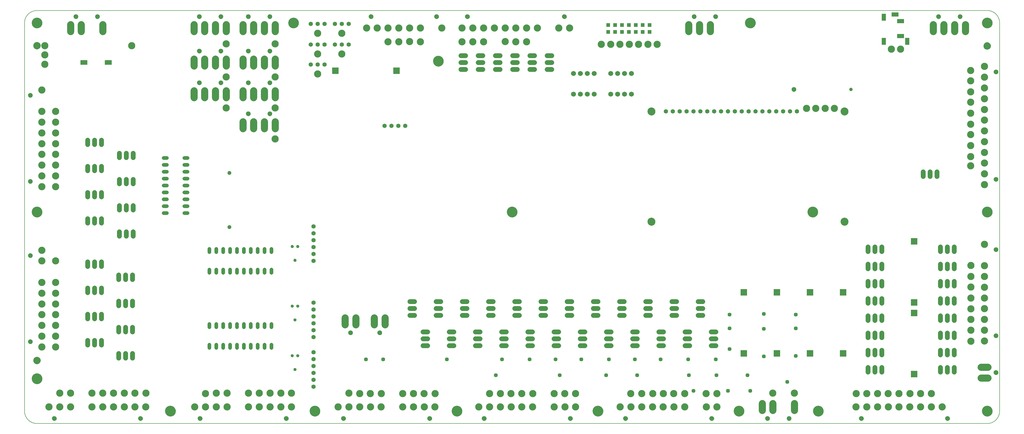
<source format=gbs>
G75*
%MOIN*%
%OFA0B0*%
%FSLAX25Y25*%
%IPPOS*%
%LPD*%
%AMOC8*
5,1,8,0,0,1.08239X$1,22.5*
%
%ADD10C,0.00500*%
%ADD11C,0.00000*%
%ADD12C,0.11424*%
%ADD13C,0.06699*%
%ADD14C,0.04731*%
%ADD15C,0.07000*%
%ADD16R,0.09400X0.09400*%
%ADD17C,0.05200*%
%ADD18C,0.10439*%
%ADD19C,0.15400*%
%ADD20C,0.07200*%
%ADD21C,0.10450*%
%ADD22R,0.05715X0.05715*%
%ADD23C,0.10439*%
%ADD24C,0.06817*%
%ADD25C,0.06306*%
%ADD26C,0.04300*%
%ADD27R,0.09849X0.06896*%
%ADD28C,0.10400*%
%ADD29C,0.05400*%
%ADD30R,0.10243X0.06306*%
%ADD31R,0.06306X0.10243*%
%ADD32OC8,0.05650*%
%ADD33C,0.05715*%
D10*
X0019800Y0001800D02*
X1397800Y0001800D01*
X1398235Y0001805D01*
X1398670Y0001821D01*
X1399104Y0001847D01*
X1399537Y0001884D01*
X1399970Y0001931D01*
X1400401Y0001989D01*
X1400830Y0002057D01*
X1401258Y0002135D01*
X1401684Y0002224D01*
X1402108Y0002323D01*
X1402529Y0002432D01*
X1402947Y0002552D01*
X1403362Y0002681D01*
X1403774Y0002820D01*
X1404183Y0002970D01*
X1404588Y0003129D01*
X1404989Y0003298D01*
X1405385Y0003476D01*
X1405777Y0003664D01*
X1406165Y0003862D01*
X1406548Y0004069D01*
X1406925Y0004285D01*
X1407298Y0004510D01*
X1407664Y0004744D01*
X1408025Y0004986D01*
X1408380Y0005238D01*
X1408729Y0005498D01*
X1409071Y0005766D01*
X1409407Y0006042D01*
X1409736Y0006327D01*
X1410058Y0006619D01*
X1410373Y0006919D01*
X1410681Y0007227D01*
X1410981Y0007542D01*
X1411273Y0007864D01*
X1411558Y0008193D01*
X1411834Y0008529D01*
X1412102Y0008871D01*
X1412362Y0009220D01*
X1412614Y0009575D01*
X1412856Y0009936D01*
X1413090Y0010302D01*
X1413315Y0010675D01*
X1413531Y0011052D01*
X1413738Y0011435D01*
X1413936Y0011823D01*
X1414124Y0012215D01*
X1414302Y0012611D01*
X1414471Y0013012D01*
X1414630Y0013417D01*
X1414780Y0013826D01*
X1414919Y0014238D01*
X1415048Y0014653D01*
X1415168Y0015071D01*
X1415277Y0015492D01*
X1415376Y0015916D01*
X1415465Y0016342D01*
X1415543Y0016770D01*
X1415611Y0017199D01*
X1415669Y0017630D01*
X1415716Y0018063D01*
X1415753Y0018496D01*
X1415779Y0018930D01*
X1415795Y0019365D01*
X1415800Y0019800D01*
X1415800Y0583300D01*
X1415795Y0583735D01*
X1415779Y0584170D01*
X1415753Y0584604D01*
X1415716Y0585037D01*
X1415669Y0585470D01*
X1415611Y0585901D01*
X1415543Y0586330D01*
X1415465Y0586758D01*
X1415376Y0587184D01*
X1415277Y0587608D01*
X1415168Y0588029D01*
X1415048Y0588447D01*
X1414919Y0588862D01*
X1414780Y0589274D01*
X1414630Y0589683D01*
X1414471Y0590088D01*
X1414302Y0590489D01*
X1414124Y0590885D01*
X1413936Y0591277D01*
X1413738Y0591665D01*
X1413531Y0592048D01*
X1413315Y0592425D01*
X1413090Y0592798D01*
X1412856Y0593164D01*
X1412614Y0593525D01*
X1412362Y0593880D01*
X1412102Y0594229D01*
X1411834Y0594571D01*
X1411558Y0594907D01*
X1411273Y0595236D01*
X1410981Y0595558D01*
X1410681Y0595873D01*
X1410373Y0596181D01*
X1410058Y0596481D01*
X1409736Y0596773D01*
X1409407Y0597058D01*
X1409071Y0597334D01*
X1408729Y0597602D01*
X1408380Y0597862D01*
X1408025Y0598114D01*
X1407664Y0598356D01*
X1407298Y0598590D01*
X1406925Y0598815D01*
X1406548Y0599031D01*
X1406165Y0599238D01*
X1405777Y0599436D01*
X1405385Y0599624D01*
X1404989Y0599802D01*
X1404588Y0599971D01*
X1404183Y0600130D01*
X1403774Y0600280D01*
X1403362Y0600419D01*
X1402947Y0600548D01*
X1402529Y0600668D01*
X1402108Y0600777D01*
X1401684Y0600876D01*
X1401258Y0600965D01*
X1400830Y0601043D01*
X1400401Y0601111D01*
X1399970Y0601169D01*
X1399537Y0601216D01*
X1399104Y0601253D01*
X1398670Y0601279D01*
X1398235Y0601295D01*
X1397800Y0601300D01*
X0019800Y0601300D01*
X0019365Y0601295D01*
X0018930Y0601279D01*
X0018496Y0601253D01*
X0018063Y0601216D01*
X0017630Y0601169D01*
X0017199Y0601111D01*
X0016770Y0601043D01*
X0016342Y0600965D01*
X0015916Y0600876D01*
X0015492Y0600777D01*
X0015071Y0600668D01*
X0014653Y0600548D01*
X0014238Y0600419D01*
X0013826Y0600280D01*
X0013417Y0600130D01*
X0013012Y0599971D01*
X0012611Y0599802D01*
X0012215Y0599624D01*
X0011823Y0599436D01*
X0011435Y0599238D01*
X0011052Y0599031D01*
X0010675Y0598815D01*
X0010302Y0598590D01*
X0009936Y0598356D01*
X0009575Y0598114D01*
X0009220Y0597862D01*
X0008871Y0597602D01*
X0008529Y0597334D01*
X0008193Y0597058D01*
X0007864Y0596773D01*
X0007542Y0596481D01*
X0007227Y0596181D01*
X0006919Y0595873D01*
X0006619Y0595558D01*
X0006327Y0595236D01*
X0006042Y0594907D01*
X0005766Y0594571D01*
X0005498Y0594229D01*
X0005238Y0593880D01*
X0004986Y0593525D01*
X0004744Y0593164D01*
X0004510Y0592798D01*
X0004285Y0592425D01*
X0004069Y0592048D01*
X0003862Y0591665D01*
X0003664Y0591277D01*
X0003476Y0590885D01*
X0003298Y0590489D01*
X0003129Y0590088D01*
X0002970Y0589683D01*
X0002820Y0589274D01*
X0002681Y0588862D01*
X0002552Y0588447D01*
X0002432Y0588029D01*
X0002323Y0587608D01*
X0002224Y0587184D01*
X0002135Y0586758D01*
X0002057Y0586330D01*
X0001989Y0585901D01*
X0001931Y0585470D01*
X0001884Y0585037D01*
X0001847Y0584604D01*
X0001821Y0584170D01*
X0001805Y0583735D01*
X0001800Y0583300D01*
X0001800Y0019800D01*
X0001805Y0019365D01*
X0001821Y0018930D01*
X0001847Y0018496D01*
X0001884Y0018063D01*
X0001931Y0017630D01*
X0001989Y0017199D01*
X0002057Y0016770D01*
X0002135Y0016342D01*
X0002224Y0015916D01*
X0002323Y0015492D01*
X0002432Y0015071D01*
X0002552Y0014653D01*
X0002681Y0014238D01*
X0002820Y0013826D01*
X0002970Y0013417D01*
X0003129Y0013012D01*
X0003298Y0012611D01*
X0003476Y0012215D01*
X0003664Y0011823D01*
X0003862Y0011435D01*
X0004069Y0011052D01*
X0004285Y0010675D01*
X0004510Y0010302D01*
X0004744Y0009936D01*
X0004986Y0009575D01*
X0005238Y0009220D01*
X0005498Y0008871D01*
X0005766Y0008529D01*
X0006042Y0008193D01*
X0006327Y0007864D01*
X0006619Y0007542D01*
X0006919Y0007227D01*
X0007227Y0006919D01*
X0007542Y0006619D01*
X0007864Y0006327D01*
X0008193Y0006042D01*
X0008529Y0005766D01*
X0008871Y0005498D01*
X0009220Y0005238D01*
X0009575Y0004986D01*
X0009936Y0004744D01*
X0010302Y0004510D01*
X0010675Y0004285D01*
X0011052Y0004069D01*
X0011435Y0003862D01*
X0011823Y0003664D01*
X0012215Y0003476D01*
X0012611Y0003298D01*
X0013012Y0003129D01*
X0013417Y0002970D01*
X0013826Y0002820D01*
X0014238Y0002681D01*
X0014653Y0002552D01*
X0015071Y0002432D01*
X0015492Y0002323D01*
X0015916Y0002224D01*
X0016342Y0002135D01*
X0016770Y0002057D01*
X0017199Y0001989D01*
X0017630Y0001931D01*
X0018063Y0001884D01*
X0018496Y0001847D01*
X0018930Y0001821D01*
X0019365Y0001805D01*
X0019800Y0001800D01*
X0019800Y0088300D02*
X0018932Y0088376D01*
X0018090Y0088602D01*
X0017300Y0088970D01*
X0016586Y0089470D01*
X0015970Y0090086D01*
X0015470Y0090800D01*
X0015102Y0091590D01*
X0014876Y0092432D01*
X0014800Y0093300D01*
X0014876Y0094168D01*
X0015102Y0095010D01*
X0015470Y0095800D01*
X0015970Y0096514D01*
X0016586Y0097130D01*
X0017300Y0097630D01*
X0018090Y0097998D01*
X0018932Y0098224D01*
X0019800Y0098300D01*
X0020668Y0098224D01*
X0021510Y0097998D01*
X0022300Y0097630D01*
X0023014Y0097130D01*
X0023630Y0096514D01*
X0024130Y0095800D01*
X0024498Y0095010D01*
X0024724Y0094168D01*
X0024800Y0093300D01*
X0024724Y0092432D01*
X0024498Y0091590D01*
X0024130Y0090800D01*
X0023630Y0090086D01*
X0023014Y0089470D01*
X0022300Y0088970D01*
X0021510Y0088602D01*
X0020668Y0088376D01*
X0019800Y0088300D01*
X0018316Y0088541D02*
X0021284Y0088541D01*
X0022399Y0089039D02*
X0017201Y0089039D01*
X0016518Y0089538D02*
X0023082Y0089538D01*
X0023581Y0090037D02*
X0016019Y0090037D01*
X0015655Y0090535D02*
X0023945Y0090535D01*
X0024239Y0091034D02*
X0015361Y0091034D01*
X0015129Y0091532D02*
X0024471Y0091532D01*
X0024617Y0092031D02*
X0014983Y0092031D01*
X0014867Y0092529D02*
X0024733Y0092529D01*
X0024776Y0093028D02*
X0014824Y0093028D01*
X0014820Y0093526D02*
X0024780Y0093526D01*
X0024737Y0094025D02*
X0014863Y0094025D01*
X0014971Y0094523D02*
X0024629Y0094523D01*
X0024493Y0095022D02*
X0015107Y0095022D01*
X0015339Y0095520D02*
X0024261Y0095520D01*
X0023977Y0096019D02*
X0015623Y0096019D01*
X0015973Y0096517D02*
X0023627Y0096517D01*
X0023128Y0097016D02*
X0016472Y0097016D01*
X0017134Y0097514D02*
X0022466Y0097514D01*
X0021457Y0098013D02*
X0018143Y0098013D01*
X0019800Y0545300D02*
X0020668Y0545376D01*
X0021510Y0545602D01*
X0022300Y0545970D01*
X0023014Y0546470D01*
X0023630Y0547086D01*
X0024130Y0547800D01*
X0024498Y0548590D01*
X0024724Y0549432D01*
X0024800Y0550300D01*
X0024724Y0551168D01*
X0024498Y0552010D01*
X0024130Y0552800D01*
X0023630Y0553514D01*
X0023014Y0554130D01*
X0022300Y0554630D01*
X0021510Y0554998D01*
X0020668Y0555224D01*
X0019800Y0555300D01*
X0018932Y0555224D01*
X0018090Y0554998D01*
X0017300Y0554630D01*
X0016586Y0554130D01*
X0015970Y0553514D01*
X0015470Y0552800D01*
X0015102Y0552010D01*
X0014876Y0551168D01*
X0014800Y0550300D01*
X0014876Y0549432D01*
X0015102Y0548590D01*
X0015470Y0547800D01*
X0015970Y0547086D01*
X0016586Y0546470D01*
X0017300Y0545970D01*
X0018090Y0545602D01*
X0018932Y0545376D01*
X0019800Y0545300D01*
X0017931Y0545676D02*
X0021669Y0545676D01*
X0022592Y0546174D02*
X0017008Y0546174D01*
X0016383Y0546673D02*
X0023217Y0546673D01*
X0023690Y0547171D02*
X0015910Y0547171D01*
X0015561Y0547670D02*
X0024039Y0547670D01*
X0024302Y0548168D02*
X0015298Y0548168D01*
X0015081Y0548667D02*
X0024519Y0548667D01*
X0024653Y0549165D02*
X0014947Y0549165D01*
X0014856Y0549664D02*
X0024744Y0549664D01*
X0024788Y0550162D02*
X0014812Y0550162D01*
X0014832Y0550661D02*
X0024768Y0550661D01*
X0024725Y0551159D02*
X0014875Y0551159D01*
X0015007Y0551658D02*
X0024593Y0551658D01*
X0024430Y0552156D02*
X0015170Y0552156D01*
X0015402Y0552655D02*
X0024198Y0552655D01*
X0023883Y0553154D02*
X0015717Y0553154D01*
X0016108Y0553652D02*
X0023492Y0553652D01*
X0022985Y0554151D02*
X0016615Y0554151D01*
X0017341Y0554649D02*
X0022259Y0554649D01*
X0020954Y0555148D02*
X0018646Y0555148D01*
X1245918Y0552509D02*
X1245918Y0560383D01*
X1249855Y0560383D01*
X1249855Y0552509D01*
X1245918Y0552509D01*
X1268162Y0562351D02*
X1268162Y0566288D01*
X1276036Y0566288D01*
X1276036Y0562351D01*
X1268162Y0562351D01*
X1279776Y0560383D02*
X1279776Y0552509D01*
X1283713Y0552509D01*
X1283713Y0560383D01*
X1279776Y0560383D01*
X1276036Y0584005D02*
X1268162Y0584005D01*
X1268162Y0587942D01*
X1276036Y0587942D01*
X1276036Y0584005D01*
X1268162Y0593454D02*
X1260288Y0593454D01*
X1260288Y0597391D01*
X1268162Y0597391D01*
X1268162Y0593454D01*
X1249855Y0595422D02*
X1249855Y0587548D01*
X1245918Y0587548D01*
X1245918Y0595422D01*
X1249855Y0595422D01*
X1393102Y0551510D02*
X1393470Y0552300D01*
X1393970Y0553014D01*
X1394586Y0553630D01*
X1395300Y0554130D01*
X1396090Y0554498D01*
X1396932Y0554724D01*
X1397800Y0554800D01*
X1398668Y0554724D01*
X1399510Y0554498D01*
X1400300Y0554130D01*
X1401014Y0553630D01*
X1401630Y0553014D01*
X1402130Y0552300D01*
X1402498Y0551510D01*
X1402724Y0550668D01*
X1402800Y0549800D01*
X1402724Y0548932D01*
X1402498Y0548090D01*
X1402130Y0547300D01*
X1401630Y0546586D01*
X1401014Y0545970D01*
X1400300Y0545470D01*
X1399510Y0545102D01*
X1398668Y0544876D01*
X1397800Y0544800D01*
X1396932Y0544876D01*
X1396090Y0545102D01*
X1395300Y0545470D01*
X1394586Y0545970D01*
X1393970Y0546586D01*
X1393470Y0547300D01*
X1393102Y0548090D01*
X1392876Y0548932D01*
X1392800Y0549800D01*
X1392876Y0550668D01*
X1393102Y0551510D01*
X1393170Y0551658D02*
X1402430Y0551658D01*
X1402592Y0551159D02*
X1393008Y0551159D01*
X1392875Y0550661D02*
X1402725Y0550661D01*
X1402768Y0550162D02*
X1392832Y0550162D01*
X1392812Y0549664D02*
X1402788Y0549664D01*
X1402744Y0549165D02*
X1392856Y0549165D01*
X1392947Y0548667D02*
X1402653Y0548667D01*
X1402520Y0548168D02*
X1393081Y0548168D01*
X1393297Y0547670D02*
X1402303Y0547670D01*
X1402040Y0547171D02*
X1393560Y0547171D01*
X1393909Y0546673D02*
X1401691Y0546673D01*
X1401219Y0546174D02*
X1394381Y0546174D01*
X1395006Y0545676D02*
X1400594Y0545676D01*
X1399673Y0545177D02*
X1395927Y0545177D01*
X1393403Y0552156D02*
X1402197Y0552156D01*
X1401882Y0552655D02*
X1393718Y0552655D01*
X1394109Y0553154D02*
X1401491Y0553154D01*
X1400983Y0553652D02*
X1394617Y0553652D01*
X1395344Y0554151D02*
X1400256Y0554151D01*
X1398948Y0554649D02*
X1396652Y0554649D01*
D11*
X1390300Y0583300D02*
X1390302Y0583484D01*
X1390309Y0583668D01*
X1390320Y0583852D01*
X1390336Y0584035D01*
X1390356Y0584218D01*
X1390381Y0584400D01*
X1390410Y0584582D01*
X1390444Y0584763D01*
X1390482Y0584943D01*
X1390525Y0585122D01*
X1390572Y0585300D01*
X1390623Y0585477D01*
X1390679Y0585653D01*
X1390738Y0585827D01*
X1390803Y0585999D01*
X1390871Y0586170D01*
X1390943Y0586339D01*
X1391020Y0586507D01*
X1391101Y0586672D01*
X1391186Y0586835D01*
X1391274Y0586997D01*
X1391367Y0587156D01*
X1391464Y0587312D01*
X1391564Y0587467D01*
X1391668Y0587619D01*
X1391776Y0587768D01*
X1391887Y0587914D01*
X1392002Y0588058D01*
X1392121Y0588199D01*
X1392243Y0588337D01*
X1392368Y0588472D01*
X1392497Y0588603D01*
X1392628Y0588732D01*
X1392763Y0588857D01*
X1392901Y0588979D01*
X1393042Y0589098D01*
X1393186Y0589213D01*
X1393332Y0589324D01*
X1393481Y0589432D01*
X1393633Y0589536D01*
X1393788Y0589636D01*
X1393944Y0589733D01*
X1394103Y0589826D01*
X1394265Y0589914D01*
X1394428Y0589999D01*
X1394593Y0590080D01*
X1394761Y0590157D01*
X1394930Y0590229D01*
X1395101Y0590297D01*
X1395273Y0590362D01*
X1395447Y0590421D01*
X1395623Y0590477D01*
X1395800Y0590528D01*
X1395978Y0590575D01*
X1396157Y0590618D01*
X1396337Y0590656D01*
X1396518Y0590690D01*
X1396700Y0590719D01*
X1396882Y0590744D01*
X1397065Y0590764D01*
X1397248Y0590780D01*
X1397432Y0590791D01*
X1397616Y0590798D01*
X1397800Y0590800D01*
X1397984Y0590798D01*
X1398168Y0590791D01*
X1398352Y0590780D01*
X1398535Y0590764D01*
X1398718Y0590744D01*
X1398900Y0590719D01*
X1399082Y0590690D01*
X1399263Y0590656D01*
X1399443Y0590618D01*
X1399622Y0590575D01*
X1399800Y0590528D01*
X1399977Y0590477D01*
X1400153Y0590421D01*
X1400327Y0590362D01*
X1400499Y0590297D01*
X1400670Y0590229D01*
X1400839Y0590157D01*
X1401007Y0590080D01*
X1401172Y0589999D01*
X1401335Y0589914D01*
X1401497Y0589826D01*
X1401656Y0589733D01*
X1401812Y0589636D01*
X1401967Y0589536D01*
X1402119Y0589432D01*
X1402268Y0589324D01*
X1402414Y0589213D01*
X1402558Y0589098D01*
X1402699Y0588979D01*
X1402837Y0588857D01*
X1402972Y0588732D01*
X1403103Y0588603D01*
X1403232Y0588472D01*
X1403357Y0588337D01*
X1403479Y0588199D01*
X1403598Y0588058D01*
X1403713Y0587914D01*
X1403824Y0587768D01*
X1403932Y0587619D01*
X1404036Y0587467D01*
X1404136Y0587312D01*
X1404233Y0587156D01*
X1404326Y0586997D01*
X1404414Y0586835D01*
X1404499Y0586672D01*
X1404580Y0586507D01*
X1404657Y0586339D01*
X1404729Y0586170D01*
X1404797Y0585999D01*
X1404862Y0585827D01*
X1404921Y0585653D01*
X1404977Y0585477D01*
X1405028Y0585300D01*
X1405075Y0585122D01*
X1405118Y0584943D01*
X1405156Y0584763D01*
X1405190Y0584582D01*
X1405219Y0584400D01*
X1405244Y0584218D01*
X1405264Y0584035D01*
X1405280Y0583852D01*
X1405291Y0583668D01*
X1405298Y0583484D01*
X1405300Y0583300D01*
X1405298Y0583116D01*
X1405291Y0582932D01*
X1405280Y0582748D01*
X1405264Y0582565D01*
X1405244Y0582382D01*
X1405219Y0582200D01*
X1405190Y0582018D01*
X1405156Y0581837D01*
X1405118Y0581657D01*
X1405075Y0581478D01*
X1405028Y0581300D01*
X1404977Y0581123D01*
X1404921Y0580947D01*
X1404862Y0580773D01*
X1404797Y0580601D01*
X1404729Y0580430D01*
X1404657Y0580261D01*
X1404580Y0580093D01*
X1404499Y0579928D01*
X1404414Y0579765D01*
X1404326Y0579603D01*
X1404233Y0579444D01*
X1404136Y0579288D01*
X1404036Y0579133D01*
X1403932Y0578981D01*
X1403824Y0578832D01*
X1403713Y0578686D01*
X1403598Y0578542D01*
X1403479Y0578401D01*
X1403357Y0578263D01*
X1403232Y0578128D01*
X1403103Y0577997D01*
X1402972Y0577868D01*
X1402837Y0577743D01*
X1402699Y0577621D01*
X1402558Y0577502D01*
X1402414Y0577387D01*
X1402268Y0577276D01*
X1402119Y0577168D01*
X1401967Y0577064D01*
X1401812Y0576964D01*
X1401656Y0576867D01*
X1401497Y0576774D01*
X1401335Y0576686D01*
X1401172Y0576601D01*
X1401007Y0576520D01*
X1400839Y0576443D01*
X1400670Y0576371D01*
X1400499Y0576303D01*
X1400327Y0576238D01*
X1400153Y0576179D01*
X1399977Y0576123D01*
X1399800Y0576072D01*
X1399622Y0576025D01*
X1399443Y0575982D01*
X1399263Y0575944D01*
X1399082Y0575910D01*
X1398900Y0575881D01*
X1398718Y0575856D01*
X1398535Y0575836D01*
X1398352Y0575820D01*
X1398168Y0575809D01*
X1397984Y0575802D01*
X1397800Y0575800D01*
X1397616Y0575802D01*
X1397432Y0575809D01*
X1397248Y0575820D01*
X1397065Y0575836D01*
X1396882Y0575856D01*
X1396700Y0575881D01*
X1396518Y0575910D01*
X1396337Y0575944D01*
X1396157Y0575982D01*
X1395978Y0576025D01*
X1395800Y0576072D01*
X1395623Y0576123D01*
X1395447Y0576179D01*
X1395273Y0576238D01*
X1395101Y0576303D01*
X1394930Y0576371D01*
X1394761Y0576443D01*
X1394593Y0576520D01*
X1394428Y0576601D01*
X1394265Y0576686D01*
X1394103Y0576774D01*
X1393944Y0576867D01*
X1393788Y0576964D01*
X1393633Y0577064D01*
X1393481Y0577168D01*
X1393332Y0577276D01*
X1393186Y0577387D01*
X1393042Y0577502D01*
X1392901Y0577621D01*
X1392763Y0577743D01*
X1392628Y0577868D01*
X1392497Y0577997D01*
X1392368Y0578128D01*
X1392243Y0578263D01*
X1392121Y0578401D01*
X1392002Y0578542D01*
X1391887Y0578686D01*
X1391776Y0578832D01*
X1391668Y0578981D01*
X1391564Y0579133D01*
X1391464Y0579288D01*
X1391367Y0579444D01*
X1391274Y0579603D01*
X1391186Y0579765D01*
X1391101Y0579928D01*
X1391020Y0580093D01*
X1390943Y0580261D01*
X1390871Y0580430D01*
X1390803Y0580601D01*
X1390738Y0580773D01*
X1390679Y0580947D01*
X1390623Y0581123D01*
X1390572Y0581300D01*
X1390525Y0581478D01*
X1390482Y0581657D01*
X1390444Y0581837D01*
X1390410Y0582018D01*
X1390381Y0582200D01*
X1390356Y0582382D01*
X1390336Y0582565D01*
X1390320Y0582748D01*
X1390309Y0582932D01*
X1390302Y0583116D01*
X1390300Y0583300D01*
X1355241Y0592493D02*
X1355243Y0592605D01*
X1355249Y0592716D01*
X1355259Y0592828D01*
X1355273Y0592939D01*
X1355290Y0593049D01*
X1355312Y0593159D01*
X1355338Y0593268D01*
X1355367Y0593376D01*
X1355400Y0593482D01*
X1355437Y0593588D01*
X1355478Y0593692D01*
X1355523Y0593795D01*
X1355571Y0593896D01*
X1355622Y0593995D01*
X1355677Y0594092D01*
X1355736Y0594187D01*
X1355797Y0594281D01*
X1355862Y0594372D01*
X1355931Y0594460D01*
X1356002Y0594546D01*
X1356076Y0594630D01*
X1356154Y0594710D01*
X1356234Y0594788D01*
X1356317Y0594864D01*
X1356402Y0594936D01*
X1356490Y0595005D01*
X1356580Y0595071D01*
X1356673Y0595133D01*
X1356768Y0595193D01*
X1356865Y0595249D01*
X1356963Y0595301D01*
X1357064Y0595350D01*
X1357166Y0595395D01*
X1357270Y0595437D01*
X1357375Y0595475D01*
X1357482Y0595509D01*
X1357589Y0595539D01*
X1357698Y0595566D01*
X1357807Y0595588D01*
X1357918Y0595607D01*
X1358028Y0595622D01*
X1358140Y0595633D01*
X1358251Y0595640D01*
X1358363Y0595643D01*
X1358475Y0595642D01*
X1358587Y0595637D01*
X1358698Y0595628D01*
X1358809Y0595615D01*
X1358920Y0595598D01*
X1359030Y0595578D01*
X1359139Y0595553D01*
X1359247Y0595525D01*
X1359354Y0595492D01*
X1359460Y0595456D01*
X1359564Y0595416D01*
X1359667Y0595373D01*
X1359769Y0595326D01*
X1359868Y0595275D01*
X1359966Y0595221D01*
X1360062Y0595163D01*
X1360156Y0595102D01*
X1360247Y0595038D01*
X1360336Y0594971D01*
X1360423Y0594900D01*
X1360507Y0594826D01*
X1360589Y0594750D01*
X1360667Y0594670D01*
X1360743Y0594588D01*
X1360816Y0594503D01*
X1360886Y0594416D01*
X1360952Y0594326D01*
X1361016Y0594234D01*
X1361076Y0594140D01*
X1361133Y0594044D01*
X1361186Y0593945D01*
X1361236Y0593845D01*
X1361282Y0593744D01*
X1361325Y0593640D01*
X1361364Y0593535D01*
X1361399Y0593429D01*
X1361430Y0593322D01*
X1361458Y0593213D01*
X1361481Y0593104D01*
X1361501Y0592994D01*
X1361517Y0592883D01*
X1361529Y0592772D01*
X1361537Y0592661D01*
X1361541Y0592549D01*
X1361541Y0592437D01*
X1361537Y0592325D01*
X1361529Y0592214D01*
X1361517Y0592103D01*
X1361501Y0591992D01*
X1361481Y0591882D01*
X1361458Y0591773D01*
X1361430Y0591664D01*
X1361399Y0591557D01*
X1361364Y0591451D01*
X1361325Y0591346D01*
X1361282Y0591242D01*
X1361236Y0591141D01*
X1361186Y0591041D01*
X1361133Y0590942D01*
X1361076Y0590846D01*
X1361016Y0590752D01*
X1360952Y0590660D01*
X1360886Y0590570D01*
X1360816Y0590483D01*
X1360743Y0590398D01*
X1360667Y0590316D01*
X1360589Y0590236D01*
X1360507Y0590160D01*
X1360423Y0590086D01*
X1360336Y0590015D01*
X1360247Y0589948D01*
X1360156Y0589884D01*
X1360062Y0589823D01*
X1359966Y0589765D01*
X1359868Y0589711D01*
X1359769Y0589660D01*
X1359667Y0589613D01*
X1359564Y0589570D01*
X1359460Y0589530D01*
X1359354Y0589494D01*
X1359247Y0589461D01*
X1359139Y0589433D01*
X1359030Y0589408D01*
X1358920Y0589388D01*
X1358809Y0589371D01*
X1358698Y0589358D01*
X1358587Y0589349D01*
X1358475Y0589344D01*
X1358363Y0589343D01*
X1358251Y0589346D01*
X1358140Y0589353D01*
X1358028Y0589364D01*
X1357918Y0589379D01*
X1357807Y0589398D01*
X1357698Y0589420D01*
X1357589Y0589447D01*
X1357482Y0589477D01*
X1357375Y0589511D01*
X1357270Y0589549D01*
X1357166Y0589591D01*
X1357064Y0589636D01*
X1356963Y0589685D01*
X1356865Y0589737D01*
X1356768Y0589793D01*
X1356673Y0589853D01*
X1356580Y0589915D01*
X1356490Y0589981D01*
X1356402Y0590050D01*
X1356317Y0590122D01*
X1356234Y0590198D01*
X1356154Y0590276D01*
X1356076Y0590356D01*
X1356002Y0590440D01*
X1355931Y0590526D01*
X1355862Y0590614D01*
X1355797Y0590705D01*
X1355736Y0590799D01*
X1355677Y0590894D01*
X1355622Y0590991D01*
X1355571Y0591090D01*
X1355523Y0591191D01*
X1355478Y0591294D01*
X1355437Y0591398D01*
X1355400Y0591504D01*
X1355367Y0591610D01*
X1355338Y0591718D01*
X1355312Y0591827D01*
X1355290Y0591937D01*
X1355273Y0592047D01*
X1355259Y0592158D01*
X1355249Y0592270D01*
X1355243Y0592381D01*
X1355241Y0592493D01*
X1324059Y0592493D02*
X1324061Y0592605D01*
X1324067Y0592716D01*
X1324077Y0592828D01*
X1324091Y0592939D01*
X1324108Y0593049D01*
X1324130Y0593159D01*
X1324156Y0593268D01*
X1324185Y0593376D01*
X1324218Y0593482D01*
X1324255Y0593588D01*
X1324296Y0593692D01*
X1324341Y0593795D01*
X1324389Y0593896D01*
X1324440Y0593995D01*
X1324495Y0594092D01*
X1324554Y0594187D01*
X1324615Y0594281D01*
X1324680Y0594372D01*
X1324749Y0594460D01*
X1324820Y0594546D01*
X1324894Y0594630D01*
X1324972Y0594710D01*
X1325052Y0594788D01*
X1325135Y0594864D01*
X1325220Y0594936D01*
X1325308Y0595005D01*
X1325398Y0595071D01*
X1325491Y0595133D01*
X1325586Y0595193D01*
X1325683Y0595249D01*
X1325781Y0595301D01*
X1325882Y0595350D01*
X1325984Y0595395D01*
X1326088Y0595437D01*
X1326193Y0595475D01*
X1326300Y0595509D01*
X1326407Y0595539D01*
X1326516Y0595566D01*
X1326625Y0595588D01*
X1326736Y0595607D01*
X1326846Y0595622D01*
X1326958Y0595633D01*
X1327069Y0595640D01*
X1327181Y0595643D01*
X1327293Y0595642D01*
X1327405Y0595637D01*
X1327516Y0595628D01*
X1327627Y0595615D01*
X1327738Y0595598D01*
X1327848Y0595578D01*
X1327957Y0595553D01*
X1328065Y0595525D01*
X1328172Y0595492D01*
X1328278Y0595456D01*
X1328382Y0595416D01*
X1328485Y0595373D01*
X1328587Y0595326D01*
X1328686Y0595275D01*
X1328784Y0595221D01*
X1328880Y0595163D01*
X1328974Y0595102D01*
X1329065Y0595038D01*
X1329154Y0594971D01*
X1329241Y0594900D01*
X1329325Y0594826D01*
X1329407Y0594750D01*
X1329485Y0594670D01*
X1329561Y0594588D01*
X1329634Y0594503D01*
X1329704Y0594416D01*
X1329770Y0594326D01*
X1329834Y0594234D01*
X1329894Y0594140D01*
X1329951Y0594044D01*
X1330004Y0593945D01*
X1330054Y0593845D01*
X1330100Y0593744D01*
X1330143Y0593640D01*
X1330182Y0593535D01*
X1330217Y0593429D01*
X1330248Y0593322D01*
X1330276Y0593213D01*
X1330299Y0593104D01*
X1330319Y0592994D01*
X1330335Y0592883D01*
X1330347Y0592772D01*
X1330355Y0592661D01*
X1330359Y0592549D01*
X1330359Y0592437D01*
X1330355Y0592325D01*
X1330347Y0592214D01*
X1330335Y0592103D01*
X1330319Y0591992D01*
X1330299Y0591882D01*
X1330276Y0591773D01*
X1330248Y0591664D01*
X1330217Y0591557D01*
X1330182Y0591451D01*
X1330143Y0591346D01*
X1330100Y0591242D01*
X1330054Y0591141D01*
X1330004Y0591041D01*
X1329951Y0590942D01*
X1329894Y0590846D01*
X1329834Y0590752D01*
X1329770Y0590660D01*
X1329704Y0590570D01*
X1329634Y0590483D01*
X1329561Y0590398D01*
X1329485Y0590316D01*
X1329407Y0590236D01*
X1329325Y0590160D01*
X1329241Y0590086D01*
X1329154Y0590015D01*
X1329065Y0589948D01*
X1328974Y0589884D01*
X1328880Y0589823D01*
X1328784Y0589765D01*
X1328686Y0589711D01*
X1328587Y0589660D01*
X1328485Y0589613D01*
X1328382Y0589570D01*
X1328278Y0589530D01*
X1328172Y0589494D01*
X1328065Y0589461D01*
X1327957Y0589433D01*
X1327848Y0589408D01*
X1327738Y0589388D01*
X1327627Y0589371D01*
X1327516Y0589358D01*
X1327405Y0589349D01*
X1327293Y0589344D01*
X1327181Y0589343D01*
X1327069Y0589346D01*
X1326958Y0589353D01*
X1326846Y0589364D01*
X1326736Y0589379D01*
X1326625Y0589398D01*
X1326516Y0589420D01*
X1326407Y0589447D01*
X1326300Y0589477D01*
X1326193Y0589511D01*
X1326088Y0589549D01*
X1325984Y0589591D01*
X1325882Y0589636D01*
X1325781Y0589685D01*
X1325683Y0589737D01*
X1325586Y0589793D01*
X1325491Y0589853D01*
X1325398Y0589915D01*
X1325308Y0589981D01*
X1325220Y0590050D01*
X1325135Y0590122D01*
X1325052Y0590198D01*
X1324972Y0590276D01*
X1324894Y0590356D01*
X1324820Y0590440D01*
X1324749Y0590526D01*
X1324680Y0590614D01*
X1324615Y0590705D01*
X1324554Y0590799D01*
X1324495Y0590894D01*
X1324440Y0590991D01*
X1324389Y0591090D01*
X1324341Y0591191D01*
X1324296Y0591294D01*
X1324255Y0591398D01*
X1324218Y0591504D01*
X1324185Y0591610D01*
X1324156Y0591718D01*
X1324130Y0591827D01*
X1324108Y0591937D01*
X1324091Y0592047D01*
X1324077Y0592158D01*
X1324067Y0592270D01*
X1324061Y0592381D01*
X1324059Y0592493D01*
X1407343Y0512253D02*
X1407345Y0512365D01*
X1407351Y0512476D01*
X1407361Y0512588D01*
X1407375Y0512699D01*
X1407392Y0512809D01*
X1407414Y0512919D01*
X1407440Y0513028D01*
X1407469Y0513136D01*
X1407502Y0513242D01*
X1407539Y0513348D01*
X1407580Y0513452D01*
X1407625Y0513555D01*
X1407673Y0513656D01*
X1407724Y0513755D01*
X1407779Y0513852D01*
X1407838Y0513947D01*
X1407899Y0514041D01*
X1407964Y0514132D01*
X1408033Y0514220D01*
X1408104Y0514306D01*
X1408178Y0514390D01*
X1408256Y0514470D01*
X1408336Y0514548D01*
X1408419Y0514624D01*
X1408504Y0514696D01*
X1408592Y0514765D01*
X1408682Y0514831D01*
X1408775Y0514893D01*
X1408870Y0514953D01*
X1408967Y0515009D01*
X1409065Y0515061D01*
X1409166Y0515110D01*
X1409268Y0515155D01*
X1409372Y0515197D01*
X1409477Y0515235D01*
X1409584Y0515269D01*
X1409691Y0515299D01*
X1409800Y0515326D01*
X1409909Y0515348D01*
X1410020Y0515367D01*
X1410130Y0515382D01*
X1410242Y0515393D01*
X1410353Y0515400D01*
X1410465Y0515403D01*
X1410577Y0515402D01*
X1410689Y0515397D01*
X1410800Y0515388D01*
X1410911Y0515375D01*
X1411022Y0515358D01*
X1411132Y0515338D01*
X1411241Y0515313D01*
X1411349Y0515285D01*
X1411456Y0515252D01*
X1411562Y0515216D01*
X1411666Y0515176D01*
X1411769Y0515133D01*
X1411871Y0515086D01*
X1411970Y0515035D01*
X1412068Y0514981D01*
X1412164Y0514923D01*
X1412258Y0514862D01*
X1412349Y0514798D01*
X1412438Y0514731D01*
X1412525Y0514660D01*
X1412609Y0514586D01*
X1412691Y0514510D01*
X1412769Y0514430D01*
X1412845Y0514348D01*
X1412918Y0514263D01*
X1412988Y0514176D01*
X1413054Y0514086D01*
X1413118Y0513994D01*
X1413178Y0513900D01*
X1413235Y0513804D01*
X1413288Y0513705D01*
X1413338Y0513605D01*
X1413384Y0513504D01*
X1413427Y0513400D01*
X1413466Y0513295D01*
X1413501Y0513189D01*
X1413532Y0513082D01*
X1413560Y0512973D01*
X1413583Y0512864D01*
X1413603Y0512754D01*
X1413619Y0512643D01*
X1413631Y0512532D01*
X1413639Y0512421D01*
X1413643Y0512309D01*
X1413643Y0512197D01*
X1413639Y0512085D01*
X1413631Y0511974D01*
X1413619Y0511863D01*
X1413603Y0511752D01*
X1413583Y0511642D01*
X1413560Y0511533D01*
X1413532Y0511424D01*
X1413501Y0511317D01*
X1413466Y0511211D01*
X1413427Y0511106D01*
X1413384Y0511002D01*
X1413338Y0510901D01*
X1413288Y0510801D01*
X1413235Y0510702D01*
X1413178Y0510606D01*
X1413118Y0510512D01*
X1413054Y0510420D01*
X1412988Y0510330D01*
X1412918Y0510243D01*
X1412845Y0510158D01*
X1412769Y0510076D01*
X1412691Y0509996D01*
X1412609Y0509920D01*
X1412525Y0509846D01*
X1412438Y0509775D01*
X1412349Y0509708D01*
X1412258Y0509644D01*
X1412164Y0509583D01*
X1412068Y0509525D01*
X1411970Y0509471D01*
X1411871Y0509420D01*
X1411769Y0509373D01*
X1411666Y0509330D01*
X1411562Y0509290D01*
X1411456Y0509254D01*
X1411349Y0509221D01*
X1411241Y0509193D01*
X1411132Y0509168D01*
X1411022Y0509148D01*
X1410911Y0509131D01*
X1410800Y0509118D01*
X1410689Y0509109D01*
X1410577Y0509104D01*
X1410465Y0509103D01*
X1410353Y0509106D01*
X1410242Y0509113D01*
X1410130Y0509124D01*
X1410020Y0509139D01*
X1409909Y0509158D01*
X1409800Y0509180D01*
X1409691Y0509207D01*
X1409584Y0509237D01*
X1409477Y0509271D01*
X1409372Y0509309D01*
X1409268Y0509351D01*
X1409166Y0509396D01*
X1409065Y0509445D01*
X1408967Y0509497D01*
X1408870Y0509553D01*
X1408775Y0509613D01*
X1408682Y0509675D01*
X1408592Y0509741D01*
X1408504Y0509810D01*
X1408419Y0509882D01*
X1408336Y0509958D01*
X1408256Y0510036D01*
X1408178Y0510116D01*
X1408104Y0510200D01*
X1408033Y0510286D01*
X1407964Y0510374D01*
X1407899Y0510465D01*
X1407838Y0510559D01*
X1407779Y0510654D01*
X1407724Y0510751D01*
X1407673Y0510850D01*
X1407625Y0510951D01*
X1407580Y0511054D01*
X1407539Y0511158D01*
X1407502Y0511264D01*
X1407469Y0511370D01*
X1407440Y0511478D01*
X1407414Y0511587D01*
X1407392Y0511697D01*
X1407375Y0511807D01*
X1407361Y0511918D01*
X1407351Y0512030D01*
X1407345Y0512141D01*
X1407343Y0512253D01*
X1197911Y0486824D02*
X1197913Y0486917D01*
X1197919Y0487009D01*
X1197929Y0487101D01*
X1197943Y0487192D01*
X1197960Y0487283D01*
X1197982Y0487373D01*
X1198007Y0487462D01*
X1198036Y0487550D01*
X1198069Y0487636D01*
X1198106Y0487721D01*
X1198146Y0487805D01*
X1198190Y0487886D01*
X1198237Y0487966D01*
X1198287Y0488044D01*
X1198341Y0488119D01*
X1198398Y0488192D01*
X1198458Y0488262D01*
X1198521Y0488330D01*
X1198587Y0488395D01*
X1198655Y0488457D01*
X1198726Y0488517D01*
X1198800Y0488573D01*
X1198876Y0488626D01*
X1198954Y0488675D01*
X1199034Y0488722D01*
X1199116Y0488764D01*
X1199200Y0488804D01*
X1199285Y0488839D01*
X1199372Y0488871D01*
X1199460Y0488900D01*
X1199549Y0488924D01*
X1199639Y0488945D01*
X1199730Y0488961D01*
X1199822Y0488974D01*
X1199914Y0488983D01*
X1200007Y0488988D01*
X1200099Y0488989D01*
X1200192Y0488986D01*
X1200284Y0488979D01*
X1200376Y0488968D01*
X1200467Y0488953D01*
X1200558Y0488935D01*
X1200648Y0488912D01*
X1200736Y0488886D01*
X1200824Y0488856D01*
X1200910Y0488822D01*
X1200994Y0488785D01*
X1201077Y0488743D01*
X1201158Y0488699D01*
X1201238Y0488651D01*
X1201315Y0488600D01*
X1201389Y0488545D01*
X1201462Y0488487D01*
X1201532Y0488427D01*
X1201599Y0488363D01*
X1201663Y0488297D01*
X1201725Y0488227D01*
X1201783Y0488156D01*
X1201838Y0488082D01*
X1201890Y0488005D01*
X1201939Y0487926D01*
X1201985Y0487846D01*
X1202027Y0487763D01*
X1202065Y0487679D01*
X1202100Y0487593D01*
X1202131Y0487506D01*
X1202158Y0487418D01*
X1202181Y0487328D01*
X1202201Y0487238D01*
X1202217Y0487147D01*
X1202229Y0487055D01*
X1202237Y0486963D01*
X1202241Y0486870D01*
X1202241Y0486778D01*
X1202237Y0486685D01*
X1202229Y0486593D01*
X1202217Y0486501D01*
X1202201Y0486410D01*
X1202181Y0486320D01*
X1202158Y0486230D01*
X1202131Y0486142D01*
X1202100Y0486055D01*
X1202065Y0485969D01*
X1202027Y0485885D01*
X1201985Y0485802D01*
X1201939Y0485722D01*
X1201890Y0485643D01*
X1201838Y0485566D01*
X1201783Y0485492D01*
X1201725Y0485421D01*
X1201663Y0485351D01*
X1201599Y0485285D01*
X1201532Y0485221D01*
X1201462Y0485161D01*
X1201389Y0485103D01*
X1201315Y0485048D01*
X1201238Y0484997D01*
X1201159Y0484949D01*
X1201077Y0484905D01*
X1200994Y0484863D01*
X1200910Y0484826D01*
X1200824Y0484792D01*
X1200736Y0484762D01*
X1200648Y0484736D01*
X1200558Y0484713D01*
X1200467Y0484695D01*
X1200376Y0484680D01*
X1200284Y0484669D01*
X1200192Y0484662D01*
X1200099Y0484659D01*
X1200007Y0484660D01*
X1199914Y0484665D01*
X1199822Y0484674D01*
X1199730Y0484687D01*
X1199639Y0484703D01*
X1199549Y0484724D01*
X1199460Y0484748D01*
X1199372Y0484777D01*
X1199285Y0484809D01*
X1199200Y0484844D01*
X1199116Y0484884D01*
X1199034Y0484926D01*
X1198954Y0484973D01*
X1198876Y0485022D01*
X1198800Y0485075D01*
X1198726Y0485131D01*
X1198655Y0485191D01*
X1198587Y0485253D01*
X1198521Y0485318D01*
X1198458Y0485386D01*
X1198398Y0485456D01*
X1198341Y0485529D01*
X1198287Y0485604D01*
X1198237Y0485682D01*
X1198190Y0485762D01*
X1198146Y0485843D01*
X1198106Y0485927D01*
X1198069Y0486012D01*
X1198036Y0486098D01*
X1198007Y0486186D01*
X1197982Y0486275D01*
X1197960Y0486365D01*
X1197943Y0486456D01*
X1197929Y0486547D01*
X1197919Y0486639D01*
X1197913Y0486731D01*
X1197911Y0486824D01*
X1185288Y0454800D02*
X1185290Y0454948D01*
X1185296Y0455096D01*
X1185306Y0455244D01*
X1185320Y0455391D01*
X1185338Y0455538D01*
X1185359Y0455684D01*
X1185385Y0455830D01*
X1185415Y0455975D01*
X1185448Y0456119D01*
X1185486Y0456262D01*
X1185527Y0456404D01*
X1185572Y0456545D01*
X1185620Y0456685D01*
X1185673Y0456824D01*
X1185729Y0456961D01*
X1185789Y0457096D01*
X1185852Y0457230D01*
X1185919Y0457362D01*
X1185990Y0457492D01*
X1186064Y0457620D01*
X1186141Y0457746D01*
X1186222Y0457870D01*
X1186306Y0457992D01*
X1186393Y0458111D01*
X1186484Y0458228D01*
X1186578Y0458343D01*
X1186674Y0458455D01*
X1186774Y0458565D01*
X1186876Y0458671D01*
X1186982Y0458775D01*
X1187090Y0458876D01*
X1187201Y0458974D01*
X1187314Y0459070D01*
X1187430Y0459162D01*
X1187548Y0459251D01*
X1187669Y0459336D01*
X1187792Y0459419D01*
X1187917Y0459498D01*
X1188044Y0459574D01*
X1188173Y0459646D01*
X1188304Y0459715D01*
X1188437Y0459780D01*
X1188572Y0459841D01*
X1188708Y0459899D01*
X1188845Y0459954D01*
X1188984Y0460004D01*
X1189125Y0460051D01*
X1189266Y0460094D01*
X1189409Y0460134D01*
X1189553Y0460169D01*
X1189697Y0460201D01*
X1189843Y0460228D01*
X1189989Y0460252D01*
X1190136Y0460272D01*
X1190283Y0460288D01*
X1190430Y0460300D01*
X1190578Y0460308D01*
X1190726Y0460312D01*
X1190874Y0460312D01*
X1191022Y0460308D01*
X1191170Y0460300D01*
X1191317Y0460288D01*
X1191464Y0460272D01*
X1191611Y0460252D01*
X1191757Y0460228D01*
X1191903Y0460201D01*
X1192047Y0460169D01*
X1192191Y0460134D01*
X1192334Y0460094D01*
X1192475Y0460051D01*
X1192616Y0460004D01*
X1192755Y0459954D01*
X1192892Y0459899D01*
X1193028Y0459841D01*
X1193163Y0459780D01*
X1193296Y0459715D01*
X1193427Y0459646D01*
X1193556Y0459574D01*
X1193683Y0459498D01*
X1193808Y0459419D01*
X1193931Y0459336D01*
X1194052Y0459251D01*
X1194170Y0459162D01*
X1194286Y0459070D01*
X1194399Y0458974D01*
X1194510Y0458876D01*
X1194618Y0458775D01*
X1194724Y0458671D01*
X1194826Y0458565D01*
X1194926Y0458455D01*
X1195022Y0458343D01*
X1195116Y0458228D01*
X1195207Y0458111D01*
X1195294Y0457992D01*
X1195378Y0457870D01*
X1195459Y0457746D01*
X1195536Y0457620D01*
X1195610Y0457492D01*
X1195681Y0457362D01*
X1195748Y0457230D01*
X1195811Y0457096D01*
X1195871Y0456961D01*
X1195927Y0456824D01*
X1195980Y0456685D01*
X1196028Y0456545D01*
X1196073Y0456404D01*
X1196114Y0456262D01*
X1196152Y0456119D01*
X1196185Y0455975D01*
X1196215Y0455830D01*
X1196241Y0455684D01*
X1196262Y0455538D01*
X1196280Y0455391D01*
X1196294Y0455244D01*
X1196304Y0455096D01*
X1196310Y0454948D01*
X1196312Y0454800D01*
X1196310Y0454652D01*
X1196304Y0454504D01*
X1196294Y0454356D01*
X1196280Y0454209D01*
X1196262Y0454062D01*
X1196241Y0453916D01*
X1196215Y0453770D01*
X1196185Y0453625D01*
X1196152Y0453481D01*
X1196114Y0453338D01*
X1196073Y0453196D01*
X1196028Y0453055D01*
X1195980Y0452915D01*
X1195927Y0452776D01*
X1195871Y0452639D01*
X1195811Y0452504D01*
X1195748Y0452370D01*
X1195681Y0452238D01*
X1195610Y0452108D01*
X1195536Y0451980D01*
X1195459Y0451854D01*
X1195378Y0451730D01*
X1195294Y0451608D01*
X1195207Y0451489D01*
X1195116Y0451372D01*
X1195022Y0451257D01*
X1194926Y0451145D01*
X1194826Y0451035D01*
X1194724Y0450929D01*
X1194618Y0450825D01*
X1194510Y0450724D01*
X1194399Y0450626D01*
X1194286Y0450530D01*
X1194170Y0450438D01*
X1194052Y0450349D01*
X1193931Y0450264D01*
X1193808Y0450181D01*
X1193683Y0450102D01*
X1193556Y0450026D01*
X1193427Y0449954D01*
X1193296Y0449885D01*
X1193163Y0449820D01*
X1193028Y0449759D01*
X1192892Y0449701D01*
X1192755Y0449646D01*
X1192616Y0449596D01*
X1192475Y0449549D01*
X1192334Y0449506D01*
X1192191Y0449466D01*
X1192047Y0449431D01*
X1191903Y0449399D01*
X1191757Y0449372D01*
X1191611Y0449348D01*
X1191464Y0449328D01*
X1191317Y0449312D01*
X1191170Y0449300D01*
X1191022Y0449292D01*
X1190874Y0449288D01*
X1190726Y0449288D01*
X1190578Y0449292D01*
X1190430Y0449300D01*
X1190283Y0449312D01*
X1190136Y0449328D01*
X1189989Y0449348D01*
X1189843Y0449372D01*
X1189697Y0449399D01*
X1189553Y0449431D01*
X1189409Y0449466D01*
X1189266Y0449506D01*
X1189125Y0449549D01*
X1188984Y0449596D01*
X1188845Y0449646D01*
X1188708Y0449701D01*
X1188572Y0449759D01*
X1188437Y0449820D01*
X1188304Y0449885D01*
X1188173Y0449954D01*
X1188044Y0450026D01*
X1187917Y0450102D01*
X1187792Y0450181D01*
X1187669Y0450264D01*
X1187548Y0450349D01*
X1187430Y0450438D01*
X1187314Y0450530D01*
X1187201Y0450626D01*
X1187090Y0450724D01*
X1186982Y0450825D01*
X1186876Y0450929D01*
X1186774Y0451035D01*
X1186674Y0451145D01*
X1186578Y0451257D01*
X1186484Y0451372D01*
X1186393Y0451489D01*
X1186306Y0451608D01*
X1186222Y0451730D01*
X1186141Y0451854D01*
X1186064Y0451980D01*
X1185990Y0452108D01*
X1185919Y0452238D01*
X1185852Y0452370D01*
X1185789Y0452504D01*
X1185729Y0452639D01*
X1185673Y0452776D01*
X1185620Y0452915D01*
X1185572Y0453055D01*
X1185527Y0453196D01*
X1185486Y0453338D01*
X1185448Y0453481D01*
X1185415Y0453625D01*
X1185385Y0453770D01*
X1185359Y0453916D01*
X1185338Y0454062D01*
X1185320Y0454209D01*
X1185306Y0454356D01*
X1185296Y0454504D01*
X1185290Y0454652D01*
X1185288Y0454800D01*
X1114248Y0486824D02*
X1114250Y0486936D01*
X1114256Y0487047D01*
X1114266Y0487159D01*
X1114280Y0487270D01*
X1114297Y0487380D01*
X1114319Y0487490D01*
X1114345Y0487599D01*
X1114374Y0487707D01*
X1114407Y0487813D01*
X1114444Y0487919D01*
X1114485Y0488023D01*
X1114530Y0488126D01*
X1114578Y0488227D01*
X1114629Y0488326D01*
X1114684Y0488423D01*
X1114743Y0488518D01*
X1114804Y0488612D01*
X1114869Y0488703D01*
X1114938Y0488791D01*
X1115009Y0488877D01*
X1115083Y0488961D01*
X1115161Y0489041D01*
X1115241Y0489119D01*
X1115324Y0489195D01*
X1115409Y0489267D01*
X1115497Y0489336D01*
X1115587Y0489402D01*
X1115680Y0489464D01*
X1115775Y0489524D01*
X1115872Y0489580D01*
X1115970Y0489632D01*
X1116071Y0489681D01*
X1116173Y0489726D01*
X1116277Y0489768D01*
X1116382Y0489806D01*
X1116489Y0489840D01*
X1116596Y0489870D01*
X1116705Y0489897D01*
X1116814Y0489919D01*
X1116925Y0489938D01*
X1117035Y0489953D01*
X1117147Y0489964D01*
X1117258Y0489971D01*
X1117370Y0489974D01*
X1117482Y0489973D01*
X1117594Y0489968D01*
X1117705Y0489959D01*
X1117816Y0489946D01*
X1117927Y0489929D01*
X1118037Y0489909D01*
X1118146Y0489884D01*
X1118254Y0489856D01*
X1118361Y0489823D01*
X1118467Y0489787D01*
X1118571Y0489747D01*
X1118674Y0489704D01*
X1118776Y0489657D01*
X1118875Y0489606D01*
X1118973Y0489552D01*
X1119069Y0489494D01*
X1119163Y0489433D01*
X1119254Y0489369D01*
X1119343Y0489302D01*
X1119430Y0489231D01*
X1119514Y0489157D01*
X1119596Y0489081D01*
X1119674Y0489001D01*
X1119750Y0488919D01*
X1119823Y0488834D01*
X1119893Y0488747D01*
X1119959Y0488657D01*
X1120023Y0488565D01*
X1120083Y0488471D01*
X1120140Y0488375D01*
X1120193Y0488276D01*
X1120243Y0488176D01*
X1120289Y0488075D01*
X1120332Y0487971D01*
X1120371Y0487866D01*
X1120406Y0487760D01*
X1120437Y0487653D01*
X1120465Y0487544D01*
X1120488Y0487435D01*
X1120508Y0487325D01*
X1120524Y0487214D01*
X1120536Y0487103D01*
X1120544Y0486992D01*
X1120548Y0486880D01*
X1120548Y0486768D01*
X1120544Y0486656D01*
X1120536Y0486545D01*
X1120524Y0486434D01*
X1120508Y0486323D01*
X1120488Y0486213D01*
X1120465Y0486104D01*
X1120437Y0485995D01*
X1120406Y0485888D01*
X1120371Y0485782D01*
X1120332Y0485677D01*
X1120289Y0485573D01*
X1120243Y0485472D01*
X1120193Y0485372D01*
X1120140Y0485273D01*
X1120083Y0485177D01*
X1120023Y0485083D01*
X1119959Y0484991D01*
X1119893Y0484901D01*
X1119823Y0484814D01*
X1119750Y0484729D01*
X1119674Y0484647D01*
X1119596Y0484567D01*
X1119514Y0484491D01*
X1119430Y0484417D01*
X1119343Y0484346D01*
X1119254Y0484279D01*
X1119163Y0484215D01*
X1119069Y0484154D01*
X1118973Y0484096D01*
X1118875Y0484042D01*
X1118776Y0483991D01*
X1118674Y0483944D01*
X1118571Y0483901D01*
X1118467Y0483861D01*
X1118361Y0483825D01*
X1118254Y0483792D01*
X1118146Y0483764D01*
X1118037Y0483739D01*
X1117927Y0483719D01*
X1117816Y0483702D01*
X1117705Y0483689D01*
X1117594Y0483680D01*
X1117482Y0483675D01*
X1117370Y0483674D01*
X1117258Y0483677D01*
X1117147Y0483684D01*
X1117035Y0483695D01*
X1116925Y0483710D01*
X1116814Y0483729D01*
X1116705Y0483751D01*
X1116596Y0483778D01*
X1116489Y0483808D01*
X1116382Y0483842D01*
X1116277Y0483880D01*
X1116173Y0483922D01*
X1116071Y0483967D01*
X1115970Y0484016D01*
X1115872Y0484068D01*
X1115775Y0484124D01*
X1115680Y0484184D01*
X1115587Y0484246D01*
X1115497Y0484312D01*
X1115409Y0484381D01*
X1115324Y0484453D01*
X1115241Y0484529D01*
X1115161Y0484607D01*
X1115083Y0484687D01*
X1115009Y0484771D01*
X1114938Y0484857D01*
X1114869Y0484945D01*
X1114804Y0485036D01*
X1114743Y0485130D01*
X1114684Y0485225D01*
X1114629Y0485322D01*
X1114578Y0485421D01*
X1114530Y0485522D01*
X1114485Y0485625D01*
X1114444Y0485729D01*
X1114407Y0485835D01*
X1114374Y0485941D01*
X1114345Y0486049D01*
X1114319Y0486158D01*
X1114297Y0486268D01*
X1114280Y0486378D01*
X1114266Y0486489D01*
X1114256Y0486601D01*
X1114250Y0486712D01*
X1114248Y0486824D01*
X0905288Y0454800D02*
X0905290Y0454948D01*
X0905296Y0455096D01*
X0905306Y0455244D01*
X0905320Y0455391D01*
X0905338Y0455538D01*
X0905359Y0455684D01*
X0905385Y0455830D01*
X0905415Y0455975D01*
X0905448Y0456119D01*
X0905486Y0456262D01*
X0905527Y0456404D01*
X0905572Y0456545D01*
X0905620Y0456685D01*
X0905673Y0456824D01*
X0905729Y0456961D01*
X0905789Y0457096D01*
X0905852Y0457230D01*
X0905919Y0457362D01*
X0905990Y0457492D01*
X0906064Y0457620D01*
X0906141Y0457746D01*
X0906222Y0457870D01*
X0906306Y0457992D01*
X0906393Y0458111D01*
X0906484Y0458228D01*
X0906578Y0458343D01*
X0906674Y0458455D01*
X0906774Y0458565D01*
X0906876Y0458671D01*
X0906982Y0458775D01*
X0907090Y0458876D01*
X0907201Y0458974D01*
X0907314Y0459070D01*
X0907430Y0459162D01*
X0907548Y0459251D01*
X0907669Y0459336D01*
X0907792Y0459419D01*
X0907917Y0459498D01*
X0908044Y0459574D01*
X0908173Y0459646D01*
X0908304Y0459715D01*
X0908437Y0459780D01*
X0908572Y0459841D01*
X0908708Y0459899D01*
X0908845Y0459954D01*
X0908984Y0460004D01*
X0909125Y0460051D01*
X0909266Y0460094D01*
X0909409Y0460134D01*
X0909553Y0460169D01*
X0909697Y0460201D01*
X0909843Y0460228D01*
X0909989Y0460252D01*
X0910136Y0460272D01*
X0910283Y0460288D01*
X0910430Y0460300D01*
X0910578Y0460308D01*
X0910726Y0460312D01*
X0910874Y0460312D01*
X0911022Y0460308D01*
X0911170Y0460300D01*
X0911317Y0460288D01*
X0911464Y0460272D01*
X0911611Y0460252D01*
X0911757Y0460228D01*
X0911903Y0460201D01*
X0912047Y0460169D01*
X0912191Y0460134D01*
X0912334Y0460094D01*
X0912475Y0460051D01*
X0912616Y0460004D01*
X0912755Y0459954D01*
X0912892Y0459899D01*
X0913028Y0459841D01*
X0913163Y0459780D01*
X0913296Y0459715D01*
X0913427Y0459646D01*
X0913556Y0459574D01*
X0913683Y0459498D01*
X0913808Y0459419D01*
X0913931Y0459336D01*
X0914052Y0459251D01*
X0914170Y0459162D01*
X0914286Y0459070D01*
X0914399Y0458974D01*
X0914510Y0458876D01*
X0914618Y0458775D01*
X0914724Y0458671D01*
X0914826Y0458565D01*
X0914926Y0458455D01*
X0915022Y0458343D01*
X0915116Y0458228D01*
X0915207Y0458111D01*
X0915294Y0457992D01*
X0915378Y0457870D01*
X0915459Y0457746D01*
X0915536Y0457620D01*
X0915610Y0457492D01*
X0915681Y0457362D01*
X0915748Y0457230D01*
X0915811Y0457096D01*
X0915871Y0456961D01*
X0915927Y0456824D01*
X0915980Y0456685D01*
X0916028Y0456545D01*
X0916073Y0456404D01*
X0916114Y0456262D01*
X0916152Y0456119D01*
X0916185Y0455975D01*
X0916215Y0455830D01*
X0916241Y0455684D01*
X0916262Y0455538D01*
X0916280Y0455391D01*
X0916294Y0455244D01*
X0916304Y0455096D01*
X0916310Y0454948D01*
X0916312Y0454800D01*
X0916310Y0454652D01*
X0916304Y0454504D01*
X0916294Y0454356D01*
X0916280Y0454209D01*
X0916262Y0454062D01*
X0916241Y0453916D01*
X0916215Y0453770D01*
X0916185Y0453625D01*
X0916152Y0453481D01*
X0916114Y0453338D01*
X0916073Y0453196D01*
X0916028Y0453055D01*
X0915980Y0452915D01*
X0915927Y0452776D01*
X0915871Y0452639D01*
X0915811Y0452504D01*
X0915748Y0452370D01*
X0915681Y0452238D01*
X0915610Y0452108D01*
X0915536Y0451980D01*
X0915459Y0451854D01*
X0915378Y0451730D01*
X0915294Y0451608D01*
X0915207Y0451489D01*
X0915116Y0451372D01*
X0915022Y0451257D01*
X0914926Y0451145D01*
X0914826Y0451035D01*
X0914724Y0450929D01*
X0914618Y0450825D01*
X0914510Y0450724D01*
X0914399Y0450626D01*
X0914286Y0450530D01*
X0914170Y0450438D01*
X0914052Y0450349D01*
X0913931Y0450264D01*
X0913808Y0450181D01*
X0913683Y0450102D01*
X0913556Y0450026D01*
X0913427Y0449954D01*
X0913296Y0449885D01*
X0913163Y0449820D01*
X0913028Y0449759D01*
X0912892Y0449701D01*
X0912755Y0449646D01*
X0912616Y0449596D01*
X0912475Y0449549D01*
X0912334Y0449506D01*
X0912191Y0449466D01*
X0912047Y0449431D01*
X0911903Y0449399D01*
X0911757Y0449372D01*
X0911611Y0449348D01*
X0911464Y0449328D01*
X0911317Y0449312D01*
X0911170Y0449300D01*
X0911022Y0449292D01*
X0910874Y0449288D01*
X0910726Y0449288D01*
X0910578Y0449292D01*
X0910430Y0449300D01*
X0910283Y0449312D01*
X0910136Y0449328D01*
X0909989Y0449348D01*
X0909843Y0449372D01*
X0909697Y0449399D01*
X0909553Y0449431D01*
X0909409Y0449466D01*
X0909266Y0449506D01*
X0909125Y0449549D01*
X0908984Y0449596D01*
X0908845Y0449646D01*
X0908708Y0449701D01*
X0908572Y0449759D01*
X0908437Y0449820D01*
X0908304Y0449885D01*
X0908173Y0449954D01*
X0908044Y0450026D01*
X0907917Y0450102D01*
X0907792Y0450181D01*
X0907669Y0450264D01*
X0907548Y0450349D01*
X0907430Y0450438D01*
X0907314Y0450530D01*
X0907201Y0450626D01*
X0907090Y0450724D01*
X0906982Y0450825D01*
X0906876Y0450929D01*
X0906774Y0451035D01*
X0906674Y0451145D01*
X0906578Y0451257D01*
X0906484Y0451372D01*
X0906393Y0451489D01*
X0906306Y0451608D01*
X0906222Y0451730D01*
X0906141Y0451854D01*
X0906064Y0451980D01*
X0905990Y0452108D01*
X0905919Y0452238D01*
X0905852Y0452370D01*
X0905789Y0452504D01*
X0905729Y0452639D01*
X0905673Y0452776D01*
X0905620Y0452915D01*
X0905572Y0453055D01*
X0905527Y0453196D01*
X0905486Y0453338D01*
X0905448Y0453481D01*
X0905415Y0453625D01*
X0905385Y0453770D01*
X0905359Y0453916D01*
X0905338Y0454062D01*
X0905320Y0454209D01*
X0905306Y0454356D01*
X0905296Y0454504D01*
X0905290Y0454652D01*
X0905288Y0454800D01*
X1046800Y0583300D02*
X1046802Y0583484D01*
X1046809Y0583668D01*
X1046820Y0583852D01*
X1046836Y0584035D01*
X1046856Y0584218D01*
X1046881Y0584400D01*
X1046910Y0584582D01*
X1046944Y0584763D01*
X1046982Y0584943D01*
X1047025Y0585122D01*
X1047072Y0585300D01*
X1047123Y0585477D01*
X1047179Y0585653D01*
X1047238Y0585827D01*
X1047303Y0585999D01*
X1047371Y0586170D01*
X1047443Y0586339D01*
X1047520Y0586507D01*
X1047601Y0586672D01*
X1047686Y0586835D01*
X1047774Y0586997D01*
X1047867Y0587156D01*
X1047964Y0587312D01*
X1048064Y0587467D01*
X1048168Y0587619D01*
X1048276Y0587768D01*
X1048387Y0587914D01*
X1048502Y0588058D01*
X1048621Y0588199D01*
X1048743Y0588337D01*
X1048868Y0588472D01*
X1048997Y0588603D01*
X1049128Y0588732D01*
X1049263Y0588857D01*
X1049401Y0588979D01*
X1049542Y0589098D01*
X1049686Y0589213D01*
X1049832Y0589324D01*
X1049981Y0589432D01*
X1050133Y0589536D01*
X1050288Y0589636D01*
X1050444Y0589733D01*
X1050603Y0589826D01*
X1050765Y0589914D01*
X1050928Y0589999D01*
X1051093Y0590080D01*
X1051261Y0590157D01*
X1051430Y0590229D01*
X1051601Y0590297D01*
X1051773Y0590362D01*
X1051947Y0590421D01*
X1052123Y0590477D01*
X1052300Y0590528D01*
X1052478Y0590575D01*
X1052657Y0590618D01*
X1052837Y0590656D01*
X1053018Y0590690D01*
X1053200Y0590719D01*
X1053382Y0590744D01*
X1053565Y0590764D01*
X1053748Y0590780D01*
X1053932Y0590791D01*
X1054116Y0590798D01*
X1054300Y0590800D01*
X1054484Y0590798D01*
X1054668Y0590791D01*
X1054852Y0590780D01*
X1055035Y0590764D01*
X1055218Y0590744D01*
X1055400Y0590719D01*
X1055582Y0590690D01*
X1055763Y0590656D01*
X1055943Y0590618D01*
X1056122Y0590575D01*
X1056300Y0590528D01*
X1056477Y0590477D01*
X1056653Y0590421D01*
X1056827Y0590362D01*
X1056999Y0590297D01*
X1057170Y0590229D01*
X1057339Y0590157D01*
X1057507Y0590080D01*
X1057672Y0589999D01*
X1057835Y0589914D01*
X1057997Y0589826D01*
X1058156Y0589733D01*
X1058312Y0589636D01*
X1058467Y0589536D01*
X1058619Y0589432D01*
X1058768Y0589324D01*
X1058914Y0589213D01*
X1059058Y0589098D01*
X1059199Y0588979D01*
X1059337Y0588857D01*
X1059472Y0588732D01*
X1059603Y0588603D01*
X1059732Y0588472D01*
X1059857Y0588337D01*
X1059979Y0588199D01*
X1060098Y0588058D01*
X1060213Y0587914D01*
X1060324Y0587768D01*
X1060432Y0587619D01*
X1060536Y0587467D01*
X1060636Y0587312D01*
X1060733Y0587156D01*
X1060826Y0586997D01*
X1060914Y0586835D01*
X1060999Y0586672D01*
X1061080Y0586507D01*
X1061157Y0586339D01*
X1061229Y0586170D01*
X1061297Y0585999D01*
X1061362Y0585827D01*
X1061421Y0585653D01*
X1061477Y0585477D01*
X1061528Y0585300D01*
X1061575Y0585122D01*
X1061618Y0584943D01*
X1061656Y0584763D01*
X1061690Y0584582D01*
X1061719Y0584400D01*
X1061744Y0584218D01*
X1061764Y0584035D01*
X1061780Y0583852D01*
X1061791Y0583668D01*
X1061798Y0583484D01*
X1061800Y0583300D01*
X1061798Y0583116D01*
X1061791Y0582932D01*
X1061780Y0582748D01*
X1061764Y0582565D01*
X1061744Y0582382D01*
X1061719Y0582200D01*
X1061690Y0582018D01*
X1061656Y0581837D01*
X1061618Y0581657D01*
X1061575Y0581478D01*
X1061528Y0581300D01*
X1061477Y0581123D01*
X1061421Y0580947D01*
X1061362Y0580773D01*
X1061297Y0580601D01*
X1061229Y0580430D01*
X1061157Y0580261D01*
X1061080Y0580093D01*
X1060999Y0579928D01*
X1060914Y0579765D01*
X1060826Y0579603D01*
X1060733Y0579444D01*
X1060636Y0579288D01*
X1060536Y0579133D01*
X1060432Y0578981D01*
X1060324Y0578832D01*
X1060213Y0578686D01*
X1060098Y0578542D01*
X1059979Y0578401D01*
X1059857Y0578263D01*
X1059732Y0578128D01*
X1059603Y0577997D01*
X1059472Y0577868D01*
X1059337Y0577743D01*
X1059199Y0577621D01*
X1059058Y0577502D01*
X1058914Y0577387D01*
X1058768Y0577276D01*
X1058619Y0577168D01*
X1058467Y0577064D01*
X1058312Y0576964D01*
X1058156Y0576867D01*
X1057997Y0576774D01*
X1057835Y0576686D01*
X1057672Y0576601D01*
X1057507Y0576520D01*
X1057339Y0576443D01*
X1057170Y0576371D01*
X1056999Y0576303D01*
X1056827Y0576238D01*
X1056653Y0576179D01*
X1056477Y0576123D01*
X1056300Y0576072D01*
X1056122Y0576025D01*
X1055943Y0575982D01*
X1055763Y0575944D01*
X1055582Y0575910D01*
X1055400Y0575881D01*
X1055218Y0575856D01*
X1055035Y0575836D01*
X1054852Y0575820D01*
X1054668Y0575809D01*
X1054484Y0575802D01*
X1054300Y0575800D01*
X1054116Y0575802D01*
X1053932Y0575809D01*
X1053748Y0575820D01*
X1053565Y0575836D01*
X1053382Y0575856D01*
X1053200Y0575881D01*
X1053018Y0575910D01*
X1052837Y0575944D01*
X1052657Y0575982D01*
X1052478Y0576025D01*
X1052300Y0576072D01*
X1052123Y0576123D01*
X1051947Y0576179D01*
X1051773Y0576238D01*
X1051601Y0576303D01*
X1051430Y0576371D01*
X1051261Y0576443D01*
X1051093Y0576520D01*
X1050928Y0576601D01*
X1050765Y0576686D01*
X1050603Y0576774D01*
X1050444Y0576867D01*
X1050288Y0576964D01*
X1050133Y0577064D01*
X1049981Y0577168D01*
X1049832Y0577276D01*
X1049686Y0577387D01*
X1049542Y0577502D01*
X1049401Y0577621D01*
X1049263Y0577743D01*
X1049128Y0577868D01*
X1048997Y0577997D01*
X1048868Y0578128D01*
X1048743Y0578263D01*
X1048621Y0578401D01*
X1048502Y0578542D01*
X1048387Y0578686D01*
X1048276Y0578832D01*
X1048168Y0578981D01*
X1048064Y0579133D01*
X1047964Y0579288D01*
X1047867Y0579444D01*
X1047774Y0579603D01*
X1047686Y0579765D01*
X1047601Y0579928D01*
X1047520Y0580093D01*
X1047443Y0580261D01*
X1047371Y0580430D01*
X1047303Y0580601D01*
X1047238Y0580773D01*
X1047179Y0580947D01*
X1047123Y0581123D01*
X1047072Y0581300D01*
X1047025Y0581478D01*
X1046982Y0581657D01*
X1046944Y0581837D01*
X1046910Y0582018D01*
X1046881Y0582200D01*
X1046856Y0582382D01*
X1046836Y0582565D01*
X1046820Y0582748D01*
X1046809Y0582932D01*
X1046802Y0583116D01*
X1046800Y0583300D01*
X1000741Y0592493D02*
X1000743Y0592605D01*
X1000749Y0592716D01*
X1000759Y0592828D01*
X1000773Y0592939D01*
X1000790Y0593049D01*
X1000812Y0593159D01*
X1000838Y0593268D01*
X1000867Y0593376D01*
X1000900Y0593482D01*
X1000937Y0593588D01*
X1000978Y0593692D01*
X1001023Y0593795D01*
X1001071Y0593896D01*
X1001122Y0593995D01*
X1001177Y0594092D01*
X1001236Y0594187D01*
X1001297Y0594281D01*
X1001362Y0594372D01*
X1001431Y0594460D01*
X1001502Y0594546D01*
X1001576Y0594630D01*
X1001654Y0594710D01*
X1001734Y0594788D01*
X1001817Y0594864D01*
X1001902Y0594936D01*
X1001990Y0595005D01*
X1002080Y0595071D01*
X1002173Y0595133D01*
X1002268Y0595193D01*
X1002365Y0595249D01*
X1002463Y0595301D01*
X1002564Y0595350D01*
X1002666Y0595395D01*
X1002770Y0595437D01*
X1002875Y0595475D01*
X1002982Y0595509D01*
X1003089Y0595539D01*
X1003198Y0595566D01*
X1003307Y0595588D01*
X1003418Y0595607D01*
X1003528Y0595622D01*
X1003640Y0595633D01*
X1003751Y0595640D01*
X1003863Y0595643D01*
X1003975Y0595642D01*
X1004087Y0595637D01*
X1004198Y0595628D01*
X1004309Y0595615D01*
X1004420Y0595598D01*
X1004530Y0595578D01*
X1004639Y0595553D01*
X1004747Y0595525D01*
X1004854Y0595492D01*
X1004960Y0595456D01*
X1005064Y0595416D01*
X1005167Y0595373D01*
X1005269Y0595326D01*
X1005368Y0595275D01*
X1005466Y0595221D01*
X1005562Y0595163D01*
X1005656Y0595102D01*
X1005747Y0595038D01*
X1005836Y0594971D01*
X1005923Y0594900D01*
X1006007Y0594826D01*
X1006089Y0594750D01*
X1006167Y0594670D01*
X1006243Y0594588D01*
X1006316Y0594503D01*
X1006386Y0594416D01*
X1006452Y0594326D01*
X1006516Y0594234D01*
X1006576Y0594140D01*
X1006633Y0594044D01*
X1006686Y0593945D01*
X1006736Y0593845D01*
X1006782Y0593744D01*
X1006825Y0593640D01*
X1006864Y0593535D01*
X1006899Y0593429D01*
X1006930Y0593322D01*
X1006958Y0593213D01*
X1006981Y0593104D01*
X1007001Y0592994D01*
X1007017Y0592883D01*
X1007029Y0592772D01*
X1007037Y0592661D01*
X1007041Y0592549D01*
X1007041Y0592437D01*
X1007037Y0592325D01*
X1007029Y0592214D01*
X1007017Y0592103D01*
X1007001Y0591992D01*
X1006981Y0591882D01*
X1006958Y0591773D01*
X1006930Y0591664D01*
X1006899Y0591557D01*
X1006864Y0591451D01*
X1006825Y0591346D01*
X1006782Y0591242D01*
X1006736Y0591141D01*
X1006686Y0591041D01*
X1006633Y0590942D01*
X1006576Y0590846D01*
X1006516Y0590752D01*
X1006452Y0590660D01*
X1006386Y0590570D01*
X1006316Y0590483D01*
X1006243Y0590398D01*
X1006167Y0590316D01*
X1006089Y0590236D01*
X1006007Y0590160D01*
X1005923Y0590086D01*
X1005836Y0590015D01*
X1005747Y0589948D01*
X1005656Y0589884D01*
X1005562Y0589823D01*
X1005466Y0589765D01*
X1005368Y0589711D01*
X1005269Y0589660D01*
X1005167Y0589613D01*
X1005064Y0589570D01*
X1004960Y0589530D01*
X1004854Y0589494D01*
X1004747Y0589461D01*
X1004639Y0589433D01*
X1004530Y0589408D01*
X1004420Y0589388D01*
X1004309Y0589371D01*
X1004198Y0589358D01*
X1004087Y0589349D01*
X1003975Y0589344D01*
X1003863Y0589343D01*
X1003751Y0589346D01*
X1003640Y0589353D01*
X1003528Y0589364D01*
X1003418Y0589379D01*
X1003307Y0589398D01*
X1003198Y0589420D01*
X1003089Y0589447D01*
X1002982Y0589477D01*
X1002875Y0589511D01*
X1002770Y0589549D01*
X1002666Y0589591D01*
X1002564Y0589636D01*
X1002463Y0589685D01*
X1002365Y0589737D01*
X1002268Y0589793D01*
X1002173Y0589853D01*
X1002080Y0589915D01*
X1001990Y0589981D01*
X1001902Y0590050D01*
X1001817Y0590122D01*
X1001734Y0590198D01*
X1001654Y0590276D01*
X1001576Y0590356D01*
X1001502Y0590440D01*
X1001431Y0590526D01*
X1001362Y0590614D01*
X1001297Y0590705D01*
X1001236Y0590799D01*
X1001177Y0590894D01*
X1001122Y0590991D01*
X1001071Y0591090D01*
X1001023Y0591191D01*
X1000978Y0591294D01*
X1000937Y0591398D01*
X1000900Y0591504D01*
X1000867Y0591610D01*
X1000838Y0591718D01*
X1000812Y0591827D01*
X1000790Y0591937D01*
X1000773Y0592047D01*
X1000759Y0592158D01*
X1000749Y0592270D01*
X1000743Y0592381D01*
X1000741Y0592493D01*
X0969559Y0592493D02*
X0969561Y0592605D01*
X0969567Y0592716D01*
X0969577Y0592828D01*
X0969591Y0592939D01*
X0969608Y0593049D01*
X0969630Y0593159D01*
X0969656Y0593268D01*
X0969685Y0593376D01*
X0969718Y0593482D01*
X0969755Y0593588D01*
X0969796Y0593692D01*
X0969841Y0593795D01*
X0969889Y0593896D01*
X0969940Y0593995D01*
X0969995Y0594092D01*
X0970054Y0594187D01*
X0970115Y0594281D01*
X0970180Y0594372D01*
X0970249Y0594460D01*
X0970320Y0594546D01*
X0970394Y0594630D01*
X0970472Y0594710D01*
X0970552Y0594788D01*
X0970635Y0594864D01*
X0970720Y0594936D01*
X0970808Y0595005D01*
X0970898Y0595071D01*
X0970991Y0595133D01*
X0971086Y0595193D01*
X0971183Y0595249D01*
X0971281Y0595301D01*
X0971382Y0595350D01*
X0971484Y0595395D01*
X0971588Y0595437D01*
X0971693Y0595475D01*
X0971800Y0595509D01*
X0971907Y0595539D01*
X0972016Y0595566D01*
X0972125Y0595588D01*
X0972236Y0595607D01*
X0972346Y0595622D01*
X0972458Y0595633D01*
X0972569Y0595640D01*
X0972681Y0595643D01*
X0972793Y0595642D01*
X0972905Y0595637D01*
X0973016Y0595628D01*
X0973127Y0595615D01*
X0973238Y0595598D01*
X0973348Y0595578D01*
X0973457Y0595553D01*
X0973565Y0595525D01*
X0973672Y0595492D01*
X0973778Y0595456D01*
X0973882Y0595416D01*
X0973985Y0595373D01*
X0974087Y0595326D01*
X0974186Y0595275D01*
X0974284Y0595221D01*
X0974380Y0595163D01*
X0974474Y0595102D01*
X0974565Y0595038D01*
X0974654Y0594971D01*
X0974741Y0594900D01*
X0974825Y0594826D01*
X0974907Y0594750D01*
X0974985Y0594670D01*
X0975061Y0594588D01*
X0975134Y0594503D01*
X0975204Y0594416D01*
X0975270Y0594326D01*
X0975334Y0594234D01*
X0975394Y0594140D01*
X0975451Y0594044D01*
X0975504Y0593945D01*
X0975554Y0593845D01*
X0975600Y0593744D01*
X0975643Y0593640D01*
X0975682Y0593535D01*
X0975717Y0593429D01*
X0975748Y0593322D01*
X0975776Y0593213D01*
X0975799Y0593104D01*
X0975819Y0592994D01*
X0975835Y0592883D01*
X0975847Y0592772D01*
X0975855Y0592661D01*
X0975859Y0592549D01*
X0975859Y0592437D01*
X0975855Y0592325D01*
X0975847Y0592214D01*
X0975835Y0592103D01*
X0975819Y0591992D01*
X0975799Y0591882D01*
X0975776Y0591773D01*
X0975748Y0591664D01*
X0975717Y0591557D01*
X0975682Y0591451D01*
X0975643Y0591346D01*
X0975600Y0591242D01*
X0975554Y0591141D01*
X0975504Y0591041D01*
X0975451Y0590942D01*
X0975394Y0590846D01*
X0975334Y0590752D01*
X0975270Y0590660D01*
X0975204Y0590570D01*
X0975134Y0590483D01*
X0975061Y0590398D01*
X0974985Y0590316D01*
X0974907Y0590236D01*
X0974825Y0590160D01*
X0974741Y0590086D01*
X0974654Y0590015D01*
X0974565Y0589948D01*
X0974474Y0589884D01*
X0974380Y0589823D01*
X0974284Y0589765D01*
X0974186Y0589711D01*
X0974087Y0589660D01*
X0973985Y0589613D01*
X0973882Y0589570D01*
X0973778Y0589530D01*
X0973672Y0589494D01*
X0973565Y0589461D01*
X0973457Y0589433D01*
X0973348Y0589408D01*
X0973238Y0589388D01*
X0973127Y0589371D01*
X0973016Y0589358D01*
X0972905Y0589349D01*
X0972793Y0589344D01*
X0972681Y0589343D01*
X0972569Y0589346D01*
X0972458Y0589353D01*
X0972346Y0589364D01*
X0972236Y0589379D01*
X0972125Y0589398D01*
X0972016Y0589420D01*
X0971907Y0589447D01*
X0971800Y0589477D01*
X0971693Y0589511D01*
X0971588Y0589549D01*
X0971484Y0589591D01*
X0971382Y0589636D01*
X0971281Y0589685D01*
X0971183Y0589737D01*
X0971086Y0589793D01*
X0970991Y0589853D01*
X0970898Y0589915D01*
X0970808Y0589981D01*
X0970720Y0590050D01*
X0970635Y0590122D01*
X0970552Y0590198D01*
X0970472Y0590276D01*
X0970394Y0590356D01*
X0970320Y0590440D01*
X0970249Y0590526D01*
X0970180Y0590614D01*
X0970115Y0590705D01*
X0970054Y0590799D01*
X0969995Y0590894D01*
X0969940Y0590991D01*
X0969889Y0591090D01*
X0969841Y0591191D01*
X0969796Y0591294D01*
X0969755Y0591398D01*
X0969718Y0591504D01*
X0969685Y0591610D01*
X0969656Y0591718D01*
X0969630Y0591827D01*
X0969608Y0591937D01*
X0969591Y0592047D01*
X0969577Y0592158D01*
X0969567Y0592270D01*
X0969561Y0592381D01*
X0969559Y0592493D01*
X0781445Y0592493D02*
X0781447Y0592605D01*
X0781453Y0592716D01*
X0781463Y0592828D01*
X0781477Y0592939D01*
X0781494Y0593049D01*
X0781516Y0593159D01*
X0781542Y0593268D01*
X0781571Y0593376D01*
X0781604Y0593482D01*
X0781641Y0593588D01*
X0781682Y0593692D01*
X0781727Y0593795D01*
X0781775Y0593896D01*
X0781826Y0593995D01*
X0781881Y0594092D01*
X0781940Y0594187D01*
X0782001Y0594281D01*
X0782066Y0594372D01*
X0782135Y0594460D01*
X0782206Y0594546D01*
X0782280Y0594630D01*
X0782358Y0594710D01*
X0782438Y0594788D01*
X0782521Y0594864D01*
X0782606Y0594936D01*
X0782694Y0595005D01*
X0782784Y0595071D01*
X0782877Y0595133D01*
X0782972Y0595193D01*
X0783069Y0595249D01*
X0783167Y0595301D01*
X0783268Y0595350D01*
X0783370Y0595395D01*
X0783474Y0595437D01*
X0783579Y0595475D01*
X0783686Y0595509D01*
X0783793Y0595539D01*
X0783902Y0595566D01*
X0784011Y0595588D01*
X0784122Y0595607D01*
X0784232Y0595622D01*
X0784344Y0595633D01*
X0784455Y0595640D01*
X0784567Y0595643D01*
X0784679Y0595642D01*
X0784791Y0595637D01*
X0784902Y0595628D01*
X0785013Y0595615D01*
X0785124Y0595598D01*
X0785234Y0595578D01*
X0785343Y0595553D01*
X0785451Y0595525D01*
X0785558Y0595492D01*
X0785664Y0595456D01*
X0785768Y0595416D01*
X0785871Y0595373D01*
X0785973Y0595326D01*
X0786072Y0595275D01*
X0786170Y0595221D01*
X0786266Y0595163D01*
X0786360Y0595102D01*
X0786451Y0595038D01*
X0786540Y0594971D01*
X0786627Y0594900D01*
X0786711Y0594826D01*
X0786793Y0594750D01*
X0786871Y0594670D01*
X0786947Y0594588D01*
X0787020Y0594503D01*
X0787090Y0594416D01*
X0787156Y0594326D01*
X0787220Y0594234D01*
X0787280Y0594140D01*
X0787337Y0594044D01*
X0787390Y0593945D01*
X0787440Y0593845D01*
X0787486Y0593744D01*
X0787529Y0593640D01*
X0787568Y0593535D01*
X0787603Y0593429D01*
X0787634Y0593322D01*
X0787662Y0593213D01*
X0787685Y0593104D01*
X0787705Y0592994D01*
X0787721Y0592883D01*
X0787733Y0592772D01*
X0787741Y0592661D01*
X0787745Y0592549D01*
X0787745Y0592437D01*
X0787741Y0592325D01*
X0787733Y0592214D01*
X0787721Y0592103D01*
X0787705Y0591992D01*
X0787685Y0591882D01*
X0787662Y0591773D01*
X0787634Y0591664D01*
X0787603Y0591557D01*
X0787568Y0591451D01*
X0787529Y0591346D01*
X0787486Y0591242D01*
X0787440Y0591141D01*
X0787390Y0591041D01*
X0787337Y0590942D01*
X0787280Y0590846D01*
X0787220Y0590752D01*
X0787156Y0590660D01*
X0787090Y0590570D01*
X0787020Y0590483D01*
X0786947Y0590398D01*
X0786871Y0590316D01*
X0786793Y0590236D01*
X0786711Y0590160D01*
X0786627Y0590086D01*
X0786540Y0590015D01*
X0786451Y0589948D01*
X0786360Y0589884D01*
X0786266Y0589823D01*
X0786170Y0589765D01*
X0786072Y0589711D01*
X0785973Y0589660D01*
X0785871Y0589613D01*
X0785768Y0589570D01*
X0785664Y0589530D01*
X0785558Y0589494D01*
X0785451Y0589461D01*
X0785343Y0589433D01*
X0785234Y0589408D01*
X0785124Y0589388D01*
X0785013Y0589371D01*
X0784902Y0589358D01*
X0784791Y0589349D01*
X0784679Y0589344D01*
X0784567Y0589343D01*
X0784455Y0589346D01*
X0784344Y0589353D01*
X0784232Y0589364D01*
X0784122Y0589379D01*
X0784011Y0589398D01*
X0783902Y0589420D01*
X0783793Y0589447D01*
X0783686Y0589477D01*
X0783579Y0589511D01*
X0783474Y0589549D01*
X0783370Y0589591D01*
X0783268Y0589636D01*
X0783167Y0589685D01*
X0783069Y0589737D01*
X0782972Y0589793D01*
X0782877Y0589853D01*
X0782784Y0589915D01*
X0782694Y0589981D01*
X0782606Y0590050D01*
X0782521Y0590122D01*
X0782438Y0590198D01*
X0782358Y0590276D01*
X0782280Y0590356D01*
X0782206Y0590440D01*
X0782135Y0590526D01*
X0782066Y0590614D01*
X0782001Y0590705D01*
X0781940Y0590799D01*
X0781881Y0590894D01*
X0781826Y0590991D01*
X0781775Y0591090D01*
X0781727Y0591191D01*
X0781682Y0591294D01*
X0781641Y0591398D01*
X0781604Y0591504D01*
X0781571Y0591610D01*
X0781542Y0591718D01*
X0781516Y0591827D01*
X0781494Y0591937D01*
X0781477Y0592047D01*
X0781463Y0592158D01*
X0781453Y0592270D01*
X0781447Y0592381D01*
X0781445Y0592493D01*
X0640855Y0592493D02*
X0640857Y0592605D01*
X0640863Y0592716D01*
X0640873Y0592828D01*
X0640887Y0592939D01*
X0640904Y0593049D01*
X0640926Y0593159D01*
X0640952Y0593268D01*
X0640981Y0593376D01*
X0641014Y0593482D01*
X0641051Y0593588D01*
X0641092Y0593692D01*
X0641137Y0593795D01*
X0641185Y0593896D01*
X0641236Y0593995D01*
X0641291Y0594092D01*
X0641350Y0594187D01*
X0641411Y0594281D01*
X0641476Y0594372D01*
X0641545Y0594460D01*
X0641616Y0594546D01*
X0641690Y0594630D01*
X0641768Y0594710D01*
X0641848Y0594788D01*
X0641931Y0594864D01*
X0642016Y0594936D01*
X0642104Y0595005D01*
X0642194Y0595071D01*
X0642287Y0595133D01*
X0642382Y0595193D01*
X0642479Y0595249D01*
X0642577Y0595301D01*
X0642678Y0595350D01*
X0642780Y0595395D01*
X0642884Y0595437D01*
X0642989Y0595475D01*
X0643096Y0595509D01*
X0643203Y0595539D01*
X0643312Y0595566D01*
X0643421Y0595588D01*
X0643532Y0595607D01*
X0643642Y0595622D01*
X0643754Y0595633D01*
X0643865Y0595640D01*
X0643977Y0595643D01*
X0644089Y0595642D01*
X0644201Y0595637D01*
X0644312Y0595628D01*
X0644423Y0595615D01*
X0644534Y0595598D01*
X0644644Y0595578D01*
X0644753Y0595553D01*
X0644861Y0595525D01*
X0644968Y0595492D01*
X0645074Y0595456D01*
X0645178Y0595416D01*
X0645281Y0595373D01*
X0645383Y0595326D01*
X0645482Y0595275D01*
X0645580Y0595221D01*
X0645676Y0595163D01*
X0645770Y0595102D01*
X0645861Y0595038D01*
X0645950Y0594971D01*
X0646037Y0594900D01*
X0646121Y0594826D01*
X0646203Y0594750D01*
X0646281Y0594670D01*
X0646357Y0594588D01*
X0646430Y0594503D01*
X0646500Y0594416D01*
X0646566Y0594326D01*
X0646630Y0594234D01*
X0646690Y0594140D01*
X0646747Y0594044D01*
X0646800Y0593945D01*
X0646850Y0593845D01*
X0646896Y0593744D01*
X0646939Y0593640D01*
X0646978Y0593535D01*
X0647013Y0593429D01*
X0647044Y0593322D01*
X0647072Y0593213D01*
X0647095Y0593104D01*
X0647115Y0592994D01*
X0647131Y0592883D01*
X0647143Y0592772D01*
X0647151Y0592661D01*
X0647155Y0592549D01*
X0647155Y0592437D01*
X0647151Y0592325D01*
X0647143Y0592214D01*
X0647131Y0592103D01*
X0647115Y0591992D01*
X0647095Y0591882D01*
X0647072Y0591773D01*
X0647044Y0591664D01*
X0647013Y0591557D01*
X0646978Y0591451D01*
X0646939Y0591346D01*
X0646896Y0591242D01*
X0646850Y0591141D01*
X0646800Y0591041D01*
X0646747Y0590942D01*
X0646690Y0590846D01*
X0646630Y0590752D01*
X0646566Y0590660D01*
X0646500Y0590570D01*
X0646430Y0590483D01*
X0646357Y0590398D01*
X0646281Y0590316D01*
X0646203Y0590236D01*
X0646121Y0590160D01*
X0646037Y0590086D01*
X0645950Y0590015D01*
X0645861Y0589948D01*
X0645770Y0589884D01*
X0645676Y0589823D01*
X0645580Y0589765D01*
X0645482Y0589711D01*
X0645383Y0589660D01*
X0645281Y0589613D01*
X0645178Y0589570D01*
X0645074Y0589530D01*
X0644968Y0589494D01*
X0644861Y0589461D01*
X0644753Y0589433D01*
X0644644Y0589408D01*
X0644534Y0589388D01*
X0644423Y0589371D01*
X0644312Y0589358D01*
X0644201Y0589349D01*
X0644089Y0589344D01*
X0643977Y0589343D01*
X0643865Y0589346D01*
X0643754Y0589353D01*
X0643642Y0589364D01*
X0643532Y0589379D01*
X0643421Y0589398D01*
X0643312Y0589420D01*
X0643203Y0589447D01*
X0643096Y0589477D01*
X0642989Y0589511D01*
X0642884Y0589549D01*
X0642780Y0589591D01*
X0642678Y0589636D01*
X0642577Y0589685D01*
X0642479Y0589737D01*
X0642382Y0589793D01*
X0642287Y0589853D01*
X0642194Y0589915D01*
X0642104Y0589981D01*
X0642016Y0590050D01*
X0641931Y0590122D01*
X0641848Y0590198D01*
X0641768Y0590276D01*
X0641690Y0590356D01*
X0641616Y0590440D01*
X0641545Y0590526D01*
X0641476Y0590614D01*
X0641411Y0590705D01*
X0641350Y0590799D01*
X0641291Y0590894D01*
X0641236Y0590991D01*
X0641185Y0591090D01*
X0641137Y0591191D01*
X0641092Y0591294D01*
X0641051Y0591398D01*
X0641014Y0591504D01*
X0640981Y0591610D01*
X0640952Y0591718D01*
X0640926Y0591827D01*
X0640904Y0591937D01*
X0640887Y0592047D01*
X0640873Y0592158D01*
X0640863Y0592270D01*
X0640857Y0592381D01*
X0640855Y0592493D01*
X0596059Y0592493D02*
X0596061Y0592605D01*
X0596067Y0592716D01*
X0596077Y0592828D01*
X0596091Y0592939D01*
X0596108Y0593049D01*
X0596130Y0593159D01*
X0596156Y0593268D01*
X0596185Y0593376D01*
X0596218Y0593482D01*
X0596255Y0593588D01*
X0596296Y0593692D01*
X0596341Y0593795D01*
X0596389Y0593896D01*
X0596440Y0593995D01*
X0596495Y0594092D01*
X0596554Y0594187D01*
X0596615Y0594281D01*
X0596680Y0594372D01*
X0596749Y0594460D01*
X0596820Y0594546D01*
X0596894Y0594630D01*
X0596972Y0594710D01*
X0597052Y0594788D01*
X0597135Y0594864D01*
X0597220Y0594936D01*
X0597308Y0595005D01*
X0597398Y0595071D01*
X0597491Y0595133D01*
X0597586Y0595193D01*
X0597683Y0595249D01*
X0597781Y0595301D01*
X0597882Y0595350D01*
X0597984Y0595395D01*
X0598088Y0595437D01*
X0598193Y0595475D01*
X0598300Y0595509D01*
X0598407Y0595539D01*
X0598516Y0595566D01*
X0598625Y0595588D01*
X0598736Y0595607D01*
X0598846Y0595622D01*
X0598958Y0595633D01*
X0599069Y0595640D01*
X0599181Y0595643D01*
X0599293Y0595642D01*
X0599405Y0595637D01*
X0599516Y0595628D01*
X0599627Y0595615D01*
X0599738Y0595598D01*
X0599848Y0595578D01*
X0599957Y0595553D01*
X0600065Y0595525D01*
X0600172Y0595492D01*
X0600278Y0595456D01*
X0600382Y0595416D01*
X0600485Y0595373D01*
X0600587Y0595326D01*
X0600686Y0595275D01*
X0600784Y0595221D01*
X0600880Y0595163D01*
X0600974Y0595102D01*
X0601065Y0595038D01*
X0601154Y0594971D01*
X0601241Y0594900D01*
X0601325Y0594826D01*
X0601407Y0594750D01*
X0601485Y0594670D01*
X0601561Y0594588D01*
X0601634Y0594503D01*
X0601704Y0594416D01*
X0601770Y0594326D01*
X0601834Y0594234D01*
X0601894Y0594140D01*
X0601951Y0594044D01*
X0602004Y0593945D01*
X0602054Y0593845D01*
X0602100Y0593744D01*
X0602143Y0593640D01*
X0602182Y0593535D01*
X0602217Y0593429D01*
X0602248Y0593322D01*
X0602276Y0593213D01*
X0602299Y0593104D01*
X0602319Y0592994D01*
X0602335Y0592883D01*
X0602347Y0592772D01*
X0602355Y0592661D01*
X0602359Y0592549D01*
X0602359Y0592437D01*
X0602355Y0592325D01*
X0602347Y0592214D01*
X0602335Y0592103D01*
X0602319Y0591992D01*
X0602299Y0591882D01*
X0602276Y0591773D01*
X0602248Y0591664D01*
X0602217Y0591557D01*
X0602182Y0591451D01*
X0602143Y0591346D01*
X0602100Y0591242D01*
X0602054Y0591141D01*
X0602004Y0591041D01*
X0601951Y0590942D01*
X0601894Y0590846D01*
X0601834Y0590752D01*
X0601770Y0590660D01*
X0601704Y0590570D01*
X0601634Y0590483D01*
X0601561Y0590398D01*
X0601485Y0590316D01*
X0601407Y0590236D01*
X0601325Y0590160D01*
X0601241Y0590086D01*
X0601154Y0590015D01*
X0601065Y0589948D01*
X0600974Y0589884D01*
X0600880Y0589823D01*
X0600784Y0589765D01*
X0600686Y0589711D01*
X0600587Y0589660D01*
X0600485Y0589613D01*
X0600382Y0589570D01*
X0600278Y0589530D01*
X0600172Y0589494D01*
X0600065Y0589461D01*
X0599957Y0589433D01*
X0599848Y0589408D01*
X0599738Y0589388D01*
X0599627Y0589371D01*
X0599516Y0589358D01*
X0599405Y0589349D01*
X0599293Y0589344D01*
X0599181Y0589343D01*
X0599069Y0589346D01*
X0598958Y0589353D01*
X0598846Y0589364D01*
X0598736Y0589379D01*
X0598625Y0589398D01*
X0598516Y0589420D01*
X0598407Y0589447D01*
X0598300Y0589477D01*
X0598193Y0589511D01*
X0598088Y0589549D01*
X0597984Y0589591D01*
X0597882Y0589636D01*
X0597781Y0589685D01*
X0597683Y0589737D01*
X0597586Y0589793D01*
X0597491Y0589853D01*
X0597398Y0589915D01*
X0597308Y0589981D01*
X0597220Y0590050D01*
X0597135Y0590122D01*
X0597052Y0590198D01*
X0596972Y0590276D01*
X0596894Y0590356D01*
X0596820Y0590440D01*
X0596749Y0590526D01*
X0596680Y0590614D01*
X0596615Y0590705D01*
X0596554Y0590799D01*
X0596495Y0590894D01*
X0596440Y0590991D01*
X0596389Y0591090D01*
X0596341Y0591191D01*
X0596296Y0591294D01*
X0596255Y0591398D01*
X0596218Y0591504D01*
X0596185Y0591610D01*
X0596156Y0591718D01*
X0596130Y0591827D01*
X0596108Y0591937D01*
X0596091Y0592047D01*
X0596077Y0592158D01*
X0596067Y0592270D01*
X0596061Y0592381D01*
X0596059Y0592493D01*
X0501059Y0592493D02*
X0501061Y0592605D01*
X0501067Y0592716D01*
X0501077Y0592828D01*
X0501091Y0592939D01*
X0501108Y0593049D01*
X0501130Y0593159D01*
X0501156Y0593268D01*
X0501185Y0593376D01*
X0501218Y0593482D01*
X0501255Y0593588D01*
X0501296Y0593692D01*
X0501341Y0593795D01*
X0501389Y0593896D01*
X0501440Y0593995D01*
X0501495Y0594092D01*
X0501554Y0594187D01*
X0501615Y0594281D01*
X0501680Y0594372D01*
X0501749Y0594460D01*
X0501820Y0594546D01*
X0501894Y0594630D01*
X0501972Y0594710D01*
X0502052Y0594788D01*
X0502135Y0594864D01*
X0502220Y0594936D01*
X0502308Y0595005D01*
X0502398Y0595071D01*
X0502491Y0595133D01*
X0502586Y0595193D01*
X0502683Y0595249D01*
X0502781Y0595301D01*
X0502882Y0595350D01*
X0502984Y0595395D01*
X0503088Y0595437D01*
X0503193Y0595475D01*
X0503300Y0595509D01*
X0503407Y0595539D01*
X0503516Y0595566D01*
X0503625Y0595588D01*
X0503736Y0595607D01*
X0503846Y0595622D01*
X0503958Y0595633D01*
X0504069Y0595640D01*
X0504181Y0595643D01*
X0504293Y0595642D01*
X0504405Y0595637D01*
X0504516Y0595628D01*
X0504627Y0595615D01*
X0504738Y0595598D01*
X0504848Y0595578D01*
X0504957Y0595553D01*
X0505065Y0595525D01*
X0505172Y0595492D01*
X0505278Y0595456D01*
X0505382Y0595416D01*
X0505485Y0595373D01*
X0505587Y0595326D01*
X0505686Y0595275D01*
X0505784Y0595221D01*
X0505880Y0595163D01*
X0505974Y0595102D01*
X0506065Y0595038D01*
X0506154Y0594971D01*
X0506241Y0594900D01*
X0506325Y0594826D01*
X0506407Y0594750D01*
X0506485Y0594670D01*
X0506561Y0594588D01*
X0506634Y0594503D01*
X0506704Y0594416D01*
X0506770Y0594326D01*
X0506834Y0594234D01*
X0506894Y0594140D01*
X0506951Y0594044D01*
X0507004Y0593945D01*
X0507054Y0593845D01*
X0507100Y0593744D01*
X0507143Y0593640D01*
X0507182Y0593535D01*
X0507217Y0593429D01*
X0507248Y0593322D01*
X0507276Y0593213D01*
X0507299Y0593104D01*
X0507319Y0592994D01*
X0507335Y0592883D01*
X0507347Y0592772D01*
X0507355Y0592661D01*
X0507359Y0592549D01*
X0507359Y0592437D01*
X0507355Y0592325D01*
X0507347Y0592214D01*
X0507335Y0592103D01*
X0507319Y0591992D01*
X0507299Y0591882D01*
X0507276Y0591773D01*
X0507248Y0591664D01*
X0507217Y0591557D01*
X0507182Y0591451D01*
X0507143Y0591346D01*
X0507100Y0591242D01*
X0507054Y0591141D01*
X0507004Y0591041D01*
X0506951Y0590942D01*
X0506894Y0590846D01*
X0506834Y0590752D01*
X0506770Y0590660D01*
X0506704Y0590570D01*
X0506634Y0590483D01*
X0506561Y0590398D01*
X0506485Y0590316D01*
X0506407Y0590236D01*
X0506325Y0590160D01*
X0506241Y0590086D01*
X0506154Y0590015D01*
X0506065Y0589948D01*
X0505974Y0589884D01*
X0505880Y0589823D01*
X0505784Y0589765D01*
X0505686Y0589711D01*
X0505587Y0589660D01*
X0505485Y0589613D01*
X0505382Y0589570D01*
X0505278Y0589530D01*
X0505172Y0589494D01*
X0505065Y0589461D01*
X0504957Y0589433D01*
X0504848Y0589408D01*
X0504738Y0589388D01*
X0504627Y0589371D01*
X0504516Y0589358D01*
X0504405Y0589349D01*
X0504293Y0589344D01*
X0504181Y0589343D01*
X0504069Y0589346D01*
X0503958Y0589353D01*
X0503846Y0589364D01*
X0503736Y0589379D01*
X0503625Y0589398D01*
X0503516Y0589420D01*
X0503407Y0589447D01*
X0503300Y0589477D01*
X0503193Y0589511D01*
X0503088Y0589549D01*
X0502984Y0589591D01*
X0502882Y0589636D01*
X0502781Y0589685D01*
X0502683Y0589737D01*
X0502586Y0589793D01*
X0502491Y0589853D01*
X0502398Y0589915D01*
X0502308Y0589981D01*
X0502220Y0590050D01*
X0502135Y0590122D01*
X0502052Y0590198D01*
X0501972Y0590276D01*
X0501894Y0590356D01*
X0501820Y0590440D01*
X0501749Y0590526D01*
X0501680Y0590614D01*
X0501615Y0590705D01*
X0501554Y0590799D01*
X0501495Y0590894D01*
X0501440Y0590991D01*
X0501389Y0591090D01*
X0501341Y0591191D01*
X0501296Y0591294D01*
X0501255Y0591398D01*
X0501218Y0591504D01*
X0501185Y0591610D01*
X0501156Y0591718D01*
X0501130Y0591827D01*
X0501108Y0591937D01*
X0501091Y0592047D01*
X0501077Y0592158D01*
X0501067Y0592270D01*
X0501061Y0592381D01*
X0501059Y0592493D01*
X0384300Y0583300D02*
X0384302Y0583484D01*
X0384309Y0583668D01*
X0384320Y0583852D01*
X0384336Y0584035D01*
X0384356Y0584218D01*
X0384381Y0584400D01*
X0384410Y0584582D01*
X0384444Y0584763D01*
X0384482Y0584943D01*
X0384525Y0585122D01*
X0384572Y0585300D01*
X0384623Y0585477D01*
X0384679Y0585653D01*
X0384738Y0585827D01*
X0384803Y0585999D01*
X0384871Y0586170D01*
X0384943Y0586339D01*
X0385020Y0586507D01*
X0385101Y0586672D01*
X0385186Y0586835D01*
X0385274Y0586997D01*
X0385367Y0587156D01*
X0385464Y0587312D01*
X0385564Y0587467D01*
X0385668Y0587619D01*
X0385776Y0587768D01*
X0385887Y0587914D01*
X0386002Y0588058D01*
X0386121Y0588199D01*
X0386243Y0588337D01*
X0386368Y0588472D01*
X0386497Y0588603D01*
X0386628Y0588732D01*
X0386763Y0588857D01*
X0386901Y0588979D01*
X0387042Y0589098D01*
X0387186Y0589213D01*
X0387332Y0589324D01*
X0387481Y0589432D01*
X0387633Y0589536D01*
X0387788Y0589636D01*
X0387944Y0589733D01*
X0388103Y0589826D01*
X0388265Y0589914D01*
X0388428Y0589999D01*
X0388593Y0590080D01*
X0388761Y0590157D01*
X0388930Y0590229D01*
X0389101Y0590297D01*
X0389273Y0590362D01*
X0389447Y0590421D01*
X0389623Y0590477D01*
X0389800Y0590528D01*
X0389978Y0590575D01*
X0390157Y0590618D01*
X0390337Y0590656D01*
X0390518Y0590690D01*
X0390700Y0590719D01*
X0390882Y0590744D01*
X0391065Y0590764D01*
X0391248Y0590780D01*
X0391432Y0590791D01*
X0391616Y0590798D01*
X0391800Y0590800D01*
X0391984Y0590798D01*
X0392168Y0590791D01*
X0392352Y0590780D01*
X0392535Y0590764D01*
X0392718Y0590744D01*
X0392900Y0590719D01*
X0393082Y0590690D01*
X0393263Y0590656D01*
X0393443Y0590618D01*
X0393622Y0590575D01*
X0393800Y0590528D01*
X0393977Y0590477D01*
X0394153Y0590421D01*
X0394327Y0590362D01*
X0394499Y0590297D01*
X0394670Y0590229D01*
X0394839Y0590157D01*
X0395007Y0590080D01*
X0395172Y0589999D01*
X0395335Y0589914D01*
X0395497Y0589826D01*
X0395656Y0589733D01*
X0395812Y0589636D01*
X0395967Y0589536D01*
X0396119Y0589432D01*
X0396268Y0589324D01*
X0396414Y0589213D01*
X0396558Y0589098D01*
X0396699Y0588979D01*
X0396837Y0588857D01*
X0396972Y0588732D01*
X0397103Y0588603D01*
X0397232Y0588472D01*
X0397357Y0588337D01*
X0397479Y0588199D01*
X0397598Y0588058D01*
X0397713Y0587914D01*
X0397824Y0587768D01*
X0397932Y0587619D01*
X0398036Y0587467D01*
X0398136Y0587312D01*
X0398233Y0587156D01*
X0398326Y0586997D01*
X0398414Y0586835D01*
X0398499Y0586672D01*
X0398580Y0586507D01*
X0398657Y0586339D01*
X0398729Y0586170D01*
X0398797Y0585999D01*
X0398862Y0585827D01*
X0398921Y0585653D01*
X0398977Y0585477D01*
X0399028Y0585300D01*
X0399075Y0585122D01*
X0399118Y0584943D01*
X0399156Y0584763D01*
X0399190Y0584582D01*
X0399219Y0584400D01*
X0399244Y0584218D01*
X0399264Y0584035D01*
X0399280Y0583852D01*
X0399291Y0583668D01*
X0399298Y0583484D01*
X0399300Y0583300D01*
X0399298Y0583116D01*
X0399291Y0582932D01*
X0399280Y0582748D01*
X0399264Y0582565D01*
X0399244Y0582382D01*
X0399219Y0582200D01*
X0399190Y0582018D01*
X0399156Y0581837D01*
X0399118Y0581657D01*
X0399075Y0581478D01*
X0399028Y0581300D01*
X0398977Y0581123D01*
X0398921Y0580947D01*
X0398862Y0580773D01*
X0398797Y0580601D01*
X0398729Y0580430D01*
X0398657Y0580261D01*
X0398580Y0580093D01*
X0398499Y0579928D01*
X0398414Y0579765D01*
X0398326Y0579603D01*
X0398233Y0579444D01*
X0398136Y0579288D01*
X0398036Y0579133D01*
X0397932Y0578981D01*
X0397824Y0578832D01*
X0397713Y0578686D01*
X0397598Y0578542D01*
X0397479Y0578401D01*
X0397357Y0578263D01*
X0397232Y0578128D01*
X0397103Y0577997D01*
X0396972Y0577868D01*
X0396837Y0577743D01*
X0396699Y0577621D01*
X0396558Y0577502D01*
X0396414Y0577387D01*
X0396268Y0577276D01*
X0396119Y0577168D01*
X0395967Y0577064D01*
X0395812Y0576964D01*
X0395656Y0576867D01*
X0395497Y0576774D01*
X0395335Y0576686D01*
X0395172Y0576601D01*
X0395007Y0576520D01*
X0394839Y0576443D01*
X0394670Y0576371D01*
X0394499Y0576303D01*
X0394327Y0576238D01*
X0394153Y0576179D01*
X0393977Y0576123D01*
X0393800Y0576072D01*
X0393622Y0576025D01*
X0393443Y0575982D01*
X0393263Y0575944D01*
X0393082Y0575910D01*
X0392900Y0575881D01*
X0392718Y0575856D01*
X0392535Y0575836D01*
X0392352Y0575820D01*
X0392168Y0575809D01*
X0391984Y0575802D01*
X0391800Y0575800D01*
X0391616Y0575802D01*
X0391432Y0575809D01*
X0391248Y0575820D01*
X0391065Y0575836D01*
X0390882Y0575856D01*
X0390700Y0575881D01*
X0390518Y0575910D01*
X0390337Y0575944D01*
X0390157Y0575982D01*
X0389978Y0576025D01*
X0389800Y0576072D01*
X0389623Y0576123D01*
X0389447Y0576179D01*
X0389273Y0576238D01*
X0389101Y0576303D01*
X0388930Y0576371D01*
X0388761Y0576443D01*
X0388593Y0576520D01*
X0388428Y0576601D01*
X0388265Y0576686D01*
X0388103Y0576774D01*
X0387944Y0576867D01*
X0387788Y0576964D01*
X0387633Y0577064D01*
X0387481Y0577168D01*
X0387332Y0577276D01*
X0387186Y0577387D01*
X0387042Y0577502D01*
X0386901Y0577621D01*
X0386763Y0577743D01*
X0386628Y0577868D01*
X0386497Y0577997D01*
X0386368Y0578128D01*
X0386243Y0578263D01*
X0386121Y0578401D01*
X0386002Y0578542D01*
X0385887Y0578686D01*
X0385776Y0578832D01*
X0385668Y0578981D01*
X0385564Y0579133D01*
X0385464Y0579288D01*
X0385367Y0579444D01*
X0385274Y0579603D01*
X0385186Y0579765D01*
X0385101Y0579928D01*
X0385020Y0580093D01*
X0384943Y0580261D01*
X0384871Y0580430D01*
X0384803Y0580601D01*
X0384738Y0580773D01*
X0384679Y0580947D01*
X0384623Y0581123D01*
X0384572Y0581300D01*
X0384525Y0581478D01*
X0384482Y0581657D01*
X0384444Y0581837D01*
X0384410Y0582018D01*
X0384381Y0582200D01*
X0384356Y0582382D01*
X0384336Y0582565D01*
X0384320Y0582748D01*
X0384309Y0582932D01*
X0384302Y0583116D01*
X0384300Y0583300D01*
X0354241Y0592493D02*
X0354243Y0592605D01*
X0354249Y0592716D01*
X0354259Y0592828D01*
X0354273Y0592939D01*
X0354290Y0593049D01*
X0354312Y0593159D01*
X0354338Y0593268D01*
X0354367Y0593376D01*
X0354400Y0593482D01*
X0354437Y0593588D01*
X0354478Y0593692D01*
X0354523Y0593795D01*
X0354571Y0593896D01*
X0354622Y0593995D01*
X0354677Y0594092D01*
X0354736Y0594187D01*
X0354797Y0594281D01*
X0354862Y0594372D01*
X0354931Y0594460D01*
X0355002Y0594546D01*
X0355076Y0594630D01*
X0355154Y0594710D01*
X0355234Y0594788D01*
X0355317Y0594864D01*
X0355402Y0594936D01*
X0355490Y0595005D01*
X0355580Y0595071D01*
X0355673Y0595133D01*
X0355768Y0595193D01*
X0355865Y0595249D01*
X0355963Y0595301D01*
X0356064Y0595350D01*
X0356166Y0595395D01*
X0356270Y0595437D01*
X0356375Y0595475D01*
X0356482Y0595509D01*
X0356589Y0595539D01*
X0356698Y0595566D01*
X0356807Y0595588D01*
X0356918Y0595607D01*
X0357028Y0595622D01*
X0357140Y0595633D01*
X0357251Y0595640D01*
X0357363Y0595643D01*
X0357475Y0595642D01*
X0357587Y0595637D01*
X0357698Y0595628D01*
X0357809Y0595615D01*
X0357920Y0595598D01*
X0358030Y0595578D01*
X0358139Y0595553D01*
X0358247Y0595525D01*
X0358354Y0595492D01*
X0358460Y0595456D01*
X0358564Y0595416D01*
X0358667Y0595373D01*
X0358769Y0595326D01*
X0358868Y0595275D01*
X0358966Y0595221D01*
X0359062Y0595163D01*
X0359156Y0595102D01*
X0359247Y0595038D01*
X0359336Y0594971D01*
X0359423Y0594900D01*
X0359507Y0594826D01*
X0359589Y0594750D01*
X0359667Y0594670D01*
X0359743Y0594588D01*
X0359816Y0594503D01*
X0359886Y0594416D01*
X0359952Y0594326D01*
X0360016Y0594234D01*
X0360076Y0594140D01*
X0360133Y0594044D01*
X0360186Y0593945D01*
X0360236Y0593845D01*
X0360282Y0593744D01*
X0360325Y0593640D01*
X0360364Y0593535D01*
X0360399Y0593429D01*
X0360430Y0593322D01*
X0360458Y0593213D01*
X0360481Y0593104D01*
X0360501Y0592994D01*
X0360517Y0592883D01*
X0360529Y0592772D01*
X0360537Y0592661D01*
X0360541Y0592549D01*
X0360541Y0592437D01*
X0360537Y0592325D01*
X0360529Y0592214D01*
X0360517Y0592103D01*
X0360501Y0591992D01*
X0360481Y0591882D01*
X0360458Y0591773D01*
X0360430Y0591664D01*
X0360399Y0591557D01*
X0360364Y0591451D01*
X0360325Y0591346D01*
X0360282Y0591242D01*
X0360236Y0591141D01*
X0360186Y0591041D01*
X0360133Y0590942D01*
X0360076Y0590846D01*
X0360016Y0590752D01*
X0359952Y0590660D01*
X0359886Y0590570D01*
X0359816Y0590483D01*
X0359743Y0590398D01*
X0359667Y0590316D01*
X0359589Y0590236D01*
X0359507Y0590160D01*
X0359423Y0590086D01*
X0359336Y0590015D01*
X0359247Y0589948D01*
X0359156Y0589884D01*
X0359062Y0589823D01*
X0358966Y0589765D01*
X0358868Y0589711D01*
X0358769Y0589660D01*
X0358667Y0589613D01*
X0358564Y0589570D01*
X0358460Y0589530D01*
X0358354Y0589494D01*
X0358247Y0589461D01*
X0358139Y0589433D01*
X0358030Y0589408D01*
X0357920Y0589388D01*
X0357809Y0589371D01*
X0357698Y0589358D01*
X0357587Y0589349D01*
X0357475Y0589344D01*
X0357363Y0589343D01*
X0357251Y0589346D01*
X0357140Y0589353D01*
X0357028Y0589364D01*
X0356918Y0589379D01*
X0356807Y0589398D01*
X0356698Y0589420D01*
X0356589Y0589447D01*
X0356482Y0589477D01*
X0356375Y0589511D01*
X0356270Y0589549D01*
X0356166Y0589591D01*
X0356064Y0589636D01*
X0355963Y0589685D01*
X0355865Y0589737D01*
X0355768Y0589793D01*
X0355673Y0589853D01*
X0355580Y0589915D01*
X0355490Y0589981D01*
X0355402Y0590050D01*
X0355317Y0590122D01*
X0355234Y0590198D01*
X0355154Y0590276D01*
X0355076Y0590356D01*
X0355002Y0590440D01*
X0354931Y0590526D01*
X0354862Y0590614D01*
X0354797Y0590705D01*
X0354736Y0590799D01*
X0354677Y0590894D01*
X0354622Y0590991D01*
X0354571Y0591090D01*
X0354523Y0591191D01*
X0354478Y0591294D01*
X0354437Y0591398D01*
X0354400Y0591504D01*
X0354367Y0591610D01*
X0354338Y0591718D01*
X0354312Y0591827D01*
X0354290Y0591937D01*
X0354273Y0592047D01*
X0354259Y0592158D01*
X0354249Y0592270D01*
X0354243Y0592381D01*
X0354241Y0592493D01*
X0323059Y0592493D02*
X0323061Y0592605D01*
X0323067Y0592716D01*
X0323077Y0592828D01*
X0323091Y0592939D01*
X0323108Y0593049D01*
X0323130Y0593159D01*
X0323156Y0593268D01*
X0323185Y0593376D01*
X0323218Y0593482D01*
X0323255Y0593588D01*
X0323296Y0593692D01*
X0323341Y0593795D01*
X0323389Y0593896D01*
X0323440Y0593995D01*
X0323495Y0594092D01*
X0323554Y0594187D01*
X0323615Y0594281D01*
X0323680Y0594372D01*
X0323749Y0594460D01*
X0323820Y0594546D01*
X0323894Y0594630D01*
X0323972Y0594710D01*
X0324052Y0594788D01*
X0324135Y0594864D01*
X0324220Y0594936D01*
X0324308Y0595005D01*
X0324398Y0595071D01*
X0324491Y0595133D01*
X0324586Y0595193D01*
X0324683Y0595249D01*
X0324781Y0595301D01*
X0324882Y0595350D01*
X0324984Y0595395D01*
X0325088Y0595437D01*
X0325193Y0595475D01*
X0325300Y0595509D01*
X0325407Y0595539D01*
X0325516Y0595566D01*
X0325625Y0595588D01*
X0325736Y0595607D01*
X0325846Y0595622D01*
X0325958Y0595633D01*
X0326069Y0595640D01*
X0326181Y0595643D01*
X0326293Y0595642D01*
X0326405Y0595637D01*
X0326516Y0595628D01*
X0326627Y0595615D01*
X0326738Y0595598D01*
X0326848Y0595578D01*
X0326957Y0595553D01*
X0327065Y0595525D01*
X0327172Y0595492D01*
X0327278Y0595456D01*
X0327382Y0595416D01*
X0327485Y0595373D01*
X0327587Y0595326D01*
X0327686Y0595275D01*
X0327784Y0595221D01*
X0327880Y0595163D01*
X0327974Y0595102D01*
X0328065Y0595038D01*
X0328154Y0594971D01*
X0328241Y0594900D01*
X0328325Y0594826D01*
X0328407Y0594750D01*
X0328485Y0594670D01*
X0328561Y0594588D01*
X0328634Y0594503D01*
X0328704Y0594416D01*
X0328770Y0594326D01*
X0328834Y0594234D01*
X0328894Y0594140D01*
X0328951Y0594044D01*
X0329004Y0593945D01*
X0329054Y0593845D01*
X0329100Y0593744D01*
X0329143Y0593640D01*
X0329182Y0593535D01*
X0329217Y0593429D01*
X0329248Y0593322D01*
X0329276Y0593213D01*
X0329299Y0593104D01*
X0329319Y0592994D01*
X0329335Y0592883D01*
X0329347Y0592772D01*
X0329355Y0592661D01*
X0329359Y0592549D01*
X0329359Y0592437D01*
X0329355Y0592325D01*
X0329347Y0592214D01*
X0329335Y0592103D01*
X0329319Y0591992D01*
X0329299Y0591882D01*
X0329276Y0591773D01*
X0329248Y0591664D01*
X0329217Y0591557D01*
X0329182Y0591451D01*
X0329143Y0591346D01*
X0329100Y0591242D01*
X0329054Y0591141D01*
X0329004Y0591041D01*
X0328951Y0590942D01*
X0328894Y0590846D01*
X0328834Y0590752D01*
X0328770Y0590660D01*
X0328704Y0590570D01*
X0328634Y0590483D01*
X0328561Y0590398D01*
X0328485Y0590316D01*
X0328407Y0590236D01*
X0328325Y0590160D01*
X0328241Y0590086D01*
X0328154Y0590015D01*
X0328065Y0589948D01*
X0327974Y0589884D01*
X0327880Y0589823D01*
X0327784Y0589765D01*
X0327686Y0589711D01*
X0327587Y0589660D01*
X0327485Y0589613D01*
X0327382Y0589570D01*
X0327278Y0589530D01*
X0327172Y0589494D01*
X0327065Y0589461D01*
X0326957Y0589433D01*
X0326848Y0589408D01*
X0326738Y0589388D01*
X0326627Y0589371D01*
X0326516Y0589358D01*
X0326405Y0589349D01*
X0326293Y0589344D01*
X0326181Y0589343D01*
X0326069Y0589346D01*
X0325958Y0589353D01*
X0325846Y0589364D01*
X0325736Y0589379D01*
X0325625Y0589398D01*
X0325516Y0589420D01*
X0325407Y0589447D01*
X0325300Y0589477D01*
X0325193Y0589511D01*
X0325088Y0589549D01*
X0324984Y0589591D01*
X0324882Y0589636D01*
X0324781Y0589685D01*
X0324683Y0589737D01*
X0324586Y0589793D01*
X0324491Y0589853D01*
X0324398Y0589915D01*
X0324308Y0589981D01*
X0324220Y0590050D01*
X0324135Y0590122D01*
X0324052Y0590198D01*
X0323972Y0590276D01*
X0323894Y0590356D01*
X0323820Y0590440D01*
X0323749Y0590526D01*
X0323680Y0590614D01*
X0323615Y0590705D01*
X0323554Y0590799D01*
X0323495Y0590894D01*
X0323440Y0590991D01*
X0323389Y0591090D01*
X0323341Y0591191D01*
X0323296Y0591294D01*
X0323255Y0591398D01*
X0323218Y0591504D01*
X0323185Y0591610D01*
X0323156Y0591718D01*
X0323130Y0591827D01*
X0323108Y0591937D01*
X0323091Y0592047D01*
X0323077Y0592158D01*
X0323067Y0592270D01*
X0323061Y0592381D01*
X0323059Y0592493D01*
X0283241Y0592493D02*
X0283243Y0592605D01*
X0283249Y0592716D01*
X0283259Y0592828D01*
X0283273Y0592939D01*
X0283290Y0593049D01*
X0283312Y0593159D01*
X0283338Y0593268D01*
X0283367Y0593376D01*
X0283400Y0593482D01*
X0283437Y0593588D01*
X0283478Y0593692D01*
X0283523Y0593795D01*
X0283571Y0593896D01*
X0283622Y0593995D01*
X0283677Y0594092D01*
X0283736Y0594187D01*
X0283797Y0594281D01*
X0283862Y0594372D01*
X0283931Y0594460D01*
X0284002Y0594546D01*
X0284076Y0594630D01*
X0284154Y0594710D01*
X0284234Y0594788D01*
X0284317Y0594864D01*
X0284402Y0594936D01*
X0284490Y0595005D01*
X0284580Y0595071D01*
X0284673Y0595133D01*
X0284768Y0595193D01*
X0284865Y0595249D01*
X0284963Y0595301D01*
X0285064Y0595350D01*
X0285166Y0595395D01*
X0285270Y0595437D01*
X0285375Y0595475D01*
X0285482Y0595509D01*
X0285589Y0595539D01*
X0285698Y0595566D01*
X0285807Y0595588D01*
X0285918Y0595607D01*
X0286028Y0595622D01*
X0286140Y0595633D01*
X0286251Y0595640D01*
X0286363Y0595643D01*
X0286475Y0595642D01*
X0286587Y0595637D01*
X0286698Y0595628D01*
X0286809Y0595615D01*
X0286920Y0595598D01*
X0287030Y0595578D01*
X0287139Y0595553D01*
X0287247Y0595525D01*
X0287354Y0595492D01*
X0287460Y0595456D01*
X0287564Y0595416D01*
X0287667Y0595373D01*
X0287769Y0595326D01*
X0287868Y0595275D01*
X0287966Y0595221D01*
X0288062Y0595163D01*
X0288156Y0595102D01*
X0288247Y0595038D01*
X0288336Y0594971D01*
X0288423Y0594900D01*
X0288507Y0594826D01*
X0288589Y0594750D01*
X0288667Y0594670D01*
X0288743Y0594588D01*
X0288816Y0594503D01*
X0288886Y0594416D01*
X0288952Y0594326D01*
X0289016Y0594234D01*
X0289076Y0594140D01*
X0289133Y0594044D01*
X0289186Y0593945D01*
X0289236Y0593845D01*
X0289282Y0593744D01*
X0289325Y0593640D01*
X0289364Y0593535D01*
X0289399Y0593429D01*
X0289430Y0593322D01*
X0289458Y0593213D01*
X0289481Y0593104D01*
X0289501Y0592994D01*
X0289517Y0592883D01*
X0289529Y0592772D01*
X0289537Y0592661D01*
X0289541Y0592549D01*
X0289541Y0592437D01*
X0289537Y0592325D01*
X0289529Y0592214D01*
X0289517Y0592103D01*
X0289501Y0591992D01*
X0289481Y0591882D01*
X0289458Y0591773D01*
X0289430Y0591664D01*
X0289399Y0591557D01*
X0289364Y0591451D01*
X0289325Y0591346D01*
X0289282Y0591242D01*
X0289236Y0591141D01*
X0289186Y0591041D01*
X0289133Y0590942D01*
X0289076Y0590846D01*
X0289016Y0590752D01*
X0288952Y0590660D01*
X0288886Y0590570D01*
X0288816Y0590483D01*
X0288743Y0590398D01*
X0288667Y0590316D01*
X0288589Y0590236D01*
X0288507Y0590160D01*
X0288423Y0590086D01*
X0288336Y0590015D01*
X0288247Y0589948D01*
X0288156Y0589884D01*
X0288062Y0589823D01*
X0287966Y0589765D01*
X0287868Y0589711D01*
X0287769Y0589660D01*
X0287667Y0589613D01*
X0287564Y0589570D01*
X0287460Y0589530D01*
X0287354Y0589494D01*
X0287247Y0589461D01*
X0287139Y0589433D01*
X0287030Y0589408D01*
X0286920Y0589388D01*
X0286809Y0589371D01*
X0286698Y0589358D01*
X0286587Y0589349D01*
X0286475Y0589344D01*
X0286363Y0589343D01*
X0286251Y0589346D01*
X0286140Y0589353D01*
X0286028Y0589364D01*
X0285918Y0589379D01*
X0285807Y0589398D01*
X0285698Y0589420D01*
X0285589Y0589447D01*
X0285482Y0589477D01*
X0285375Y0589511D01*
X0285270Y0589549D01*
X0285166Y0589591D01*
X0285064Y0589636D01*
X0284963Y0589685D01*
X0284865Y0589737D01*
X0284768Y0589793D01*
X0284673Y0589853D01*
X0284580Y0589915D01*
X0284490Y0589981D01*
X0284402Y0590050D01*
X0284317Y0590122D01*
X0284234Y0590198D01*
X0284154Y0590276D01*
X0284076Y0590356D01*
X0284002Y0590440D01*
X0283931Y0590526D01*
X0283862Y0590614D01*
X0283797Y0590705D01*
X0283736Y0590799D01*
X0283677Y0590894D01*
X0283622Y0590991D01*
X0283571Y0591090D01*
X0283523Y0591191D01*
X0283478Y0591294D01*
X0283437Y0591398D01*
X0283400Y0591504D01*
X0283367Y0591610D01*
X0283338Y0591718D01*
X0283312Y0591827D01*
X0283290Y0591937D01*
X0283273Y0592047D01*
X0283259Y0592158D01*
X0283249Y0592270D01*
X0283243Y0592381D01*
X0283241Y0592493D01*
X0252059Y0592493D02*
X0252061Y0592605D01*
X0252067Y0592716D01*
X0252077Y0592828D01*
X0252091Y0592939D01*
X0252108Y0593049D01*
X0252130Y0593159D01*
X0252156Y0593268D01*
X0252185Y0593376D01*
X0252218Y0593482D01*
X0252255Y0593588D01*
X0252296Y0593692D01*
X0252341Y0593795D01*
X0252389Y0593896D01*
X0252440Y0593995D01*
X0252495Y0594092D01*
X0252554Y0594187D01*
X0252615Y0594281D01*
X0252680Y0594372D01*
X0252749Y0594460D01*
X0252820Y0594546D01*
X0252894Y0594630D01*
X0252972Y0594710D01*
X0253052Y0594788D01*
X0253135Y0594864D01*
X0253220Y0594936D01*
X0253308Y0595005D01*
X0253398Y0595071D01*
X0253491Y0595133D01*
X0253586Y0595193D01*
X0253683Y0595249D01*
X0253781Y0595301D01*
X0253882Y0595350D01*
X0253984Y0595395D01*
X0254088Y0595437D01*
X0254193Y0595475D01*
X0254300Y0595509D01*
X0254407Y0595539D01*
X0254516Y0595566D01*
X0254625Y0595588D01*
X0254736Y0595607D01*
X0254846Y0595622D01*
X0254958Y0595633D01*
X0255069Y0595640D01*
X0255181Y0595643D01*
X0255293Y0595642D01*
X0255405Y0595637D01*
X0255516Y0595628D01*
X0255627Y0595615D01*
X0255738Y0595598D01*
X0255848Y0595578D01*
X0255957Y0595553D01*
X0256065Y0595525D01*
X0256172Y0595492D01*
X0256278Y0595456D01*
X0256382Y0595416D01*
X0256485Y0595373D01*
X0256587Y0595326D01*
X0256686Y0595275D01*
X0256784Y0595221D01*
X0256880Y0595163D01*
X0256974Y0595102D01*
X0257065Y0595038D01*
X0257154Y0594971D01*
X0257241Y0594900D01*
X0257325Y0594826D01*
X0257407Y0594750D01*
X0257485Y0594670D01*
X0257561Y0594588D01*
X0257634Y0594503D01*
X0257704Y0594416D01*
X0257770Y0594326D01*
X0257834Y0594234D01*
X0257894Y0594140D01*
X0257951Y0594044D01*
X0258004Y0593945D01*
X0258054Y0593845D01*
X0258100Y0593744D01*
X0258143Y0593640D01*
X0258182Y0593535D01*
X0258217Y0593429D01*
X0258248Y0593322D01*
X0258276Y0593213D01*
X0258299Y0593104D01*
X0258319Y0592994D01*
X0258335Y0592883D01*
X0258347Y0592772D01*
X0258355Y0592661D01*
X0258359Y0592549D01*
X0258359Y0592437D01*
X0258355Y0592325D01*
X0258347Y0592214D01*
X0258335Y0592103D01*
X0258319Y0591992D01*
X0258299Y0591882D01*
X0258276Y0591773D01*
X0258248Y0591664D01*
X0258217Y0591557D01*
X0258182Y0591451D01*
X0258143Y0591346D01*
X0258100Y0591242D01*
X0258054Y0591141D01*
X0258004Y0591041D01*
X0257951Y0590942D01*
X0257894Y0590846D01*
X0257834Y0590752D01*
X0257770Y0590660D01*
X0257704Y0590570D01*
X0257634Y0590483D01*
X0257561Y0590398D01*
X0257485Y0590316D01*
X0257407Y0590236D01*
X0257325Y0590160D01*
X0257241Y0590086D01*
X0257154Y0590015D01*
X0257065Y0589948D01*
X0256974Y0589884D01*
X0256880Y0589823D01*
X0256784Y0589765D01*
X0256686Y0589711D01*
X0256587Y0589660D01*
X0256485Y0589613D01*
X0256382Y0589570D01*
X0256278Y0589530D01*
X0256172Y0589494D01*
X0256065Y0589461D01*
X0255957Y0589433D01*
X0255848Y0589408D01*
X0255738Y0589388D01*
X0255627Y0589371D01*
X0255516Y0589358D01*
X0255405Y0589349D01*
X0255293Y0589344D01*
X0255181Y0589343D01*
X0255069Y0589346D01*
X0254958Y0589353D01*
X0254846Y0589364D01*
X0254736Y0589379D01*
X0254625Y0589398D01*
X0254516Y0589420D01*
X0254407Y0589447D01*
X0254300Y0589477D01*
X0254193Y0589511D01*
X0254088Y0589549D01*
X0253984Y0589591D01*
X0253882Y0589636D01*
X0253781Y0589685D01*
X0253683Y0589737D01*
X0253586Y0589793D01*
X0253491Y0589853D01*
X0253398Y0589915D01*
X0253308Y0589981D01*
X0253220Y0590050D01*
X0253135Y0590122D01*
X0253052Y0590198D01*
X0252972Y0590276D01*
X0252894Y0590356D01*
X0252820Y0590440D01*
X0252749Y0590526D01*
X0252680Y0590614D01*
X0252615Y0590705D01*
X0252554Y0590799D01*
X0252495Y0590894D01*
X0252440Y0590991D01*
X0252389Y0591090D01*
X0252341Y0591191D01*
X0252296Y0591294D01*
X0252255Y0591398D01*
X0252218Y0591504D01*
X0252185Y0591610D01*
X0252156Y0591718D01*
X0252130Y0591827D01*
X0252108Y0591937D01*
X0252091Y0592047D01*
X0252077Y0592158D01*
X0252067Y0592270D01*
X0252061Y0592381D01*
X0252059Y0592493D01*
X0252059Y0542493D02*
X0252061Y0542605D01*
X0252067Y0542716D01*
X0252077Y0542828D01*
X0252091Y0542939D01*
X0252108Y0543049D01*
X0252130Y0543159D01*
X0252156Y0543268D01*
X0252185Y0543376D01*
X0252218Y0543482D01*
X0252255Y0543588D01*
X0252296Y0543692D01*
X0252341Y0543795D01*
X0252389Y0543896D01*
X0252440Y0543995D01*
X0252495Y0544092D01*
X0252554Y0544187D01*
X0252615Y0544281D01*
X0252680Y0544372D01*
X0252749Y0544460D01*
X0252820Y0544546D01*
X0252894Y0544630D01*
X0252972Y0544710D01*
X0253052Y0544788D01*
X0253135Y0544864D01*
X0253220Y0544936D01*
X0253308Y0545005D01*
X0253398Y0545071D01*
X0253491Y0545133D01*
X0253586Y0545193D01*
X0253683Y0545249D01*
X0253781Y0545301D01*
X0253882Y0545350D01*
X0253984Y0545395D01*
X0254088Y0545437D01*
X0254193Y0545475D01*
X0254300Y0545509D01*
X0254407Y0545539D01*
X0254516Y0545566D01*
X0254625Y0545588D01*
X0254736Y0545607D01*
X0254846Y0545622D01*
X0254958Y0545633D01*
X0255069Y0545640D01*
X0255181Y0545643D01*
X0255293Y0545642D01*
X0255405Y0545637D01*
X0255516Y0545628D01*
X0255627Y0545615D01*
X0255738Y0545598D01*
X0255848Y0545578D01*
X0255957Y0545553D01*
X0256065Y0545525D01*
X0256172Y0545492D01*
X0256278Y0545456D01*
X0256382Y0545416D01*
X0256485Y0545373D01*
X0256587Y0545326D01*
X0256686Y0545275D01*
X0256784Y0545221D01*
X0256880Y0545163D01*
X0256974Y0545102D01*
X0257065Y0545038D01*
X0257154Y0544971D01*
X0257241Y0544900D01*
X0257325Y0544826D01*
X0257407Y0544750D01*
X0257485Y0544670D01*
X0257561Y0544588D01*
X0257634Y0544503D01*
X0257704Y0544416D01*
X0257770Y0544326D01*
X0257834Y0544234D01*
X0257894Y0544140D01*
X0257951Y0544044D01*
X0258004Y0543945D01*
X0258054Y0543845D01*
X0258100Y0543744D01*
X0258143Y0543640D01*
X0258182Y0543535D01*
X0258217Y0543429D01*
X0258248Y0543322D01*
X0258276Y0543213D01*
X0258299Y0543104D01*
X0258319Y0542994D01*
X0258335Y0542883D01*
X0258347Y0542772D01*
X0258355Y0542661D01*
X0258359Y0542549D01*
X0258359Y0542437D01*
X0258355Y0542325D01*
X0258347Y0542214D01*
X0258335Y0542103D01*
X0258319Y0541992D01*
X0258299Y0541882D01*
X0258276Y0541773D01*
X0258248Y0541664D01*
X0258217Y0541557D01*
X0258182Y0541451D01*
X0258143Y0541346D01*
X0258100Y0541242D01*
X0258054Y0541141D01*
X0258004Y0541041D01*
X0257951Y0540942D01*
X0257894Y0540846D01*
X0257834Y0540752D01*
X0257770Y0540660D01*
X0257704Y0540570D01*
X0257634Y0540483D01*
X0257561Y0540398D01*
X0257485Y0540316D01*
X0257407Y0540236D01*
X0257325Y0540160D01*
X0257241Y0540086D01*
X0257154Y0540015D01*
X0257065Y0539948D01*
X0256974Y0539884D01*
X0256880Y0539823D01*
X0256784Y0539765D01*
X0256686Y0539711D01*
X0256587Y0539660D01*
X0256485Y0539613D01*
X0256382Y0539570D01*
X0256278Y0539530D01*
X0256172Y0539494D01*
X0256065Y0539461D01*
X0255957Y0539433D01*
X0255848Y0539408D01*
X0255738Y0539388D01*
X0255627Y0539371D01*
X0255516Y0539358D01*
X0255405Y0539349D01*
X0255293Y0539344D01*
X0255181Y0539343D01*
X0255069Y0539346D01*
X0254958Y0539353D01*
X0254846Y0539364D01*
X0254736Y0539379D01*
X0254625Y0539398D01*
X0254516Y0539420D01*
X0254407Y0539447D01*
X0254300Y0539477D01*
X0254193Y0539511D01*
X0254088Y0539549D01*
X0253984Y0539591D01*
X0253882Y0539636D01*
X0253781Y0539685D01*
X0253683Y0539737D01*
X0253586Y0539793D01*
X0253491Y0539853D01*
X0253398Y0539915D01*
X0253308Y0539981D01*
X0253220Y0540050D01*
X0253135Y0540122D01*
X0253052Y0540198D01*
X0252972Y0540276D01*
X0252894Y0540356D01*
X0252820Y0540440D01*
X0252749Y0540526D01*
X0252680Y0540614D01*
X0252615Y0540705D01*
X0252554Y0540799D01*
X0252495Y0540894D01*
X0252440Y0540991D01*
X0252389Y0541090D01*
X0252341Y0541191D01*
X0252296Y0541294D01*
X0252255Y0541398D01*
X0252218Y0541504D01*
X0252185Y0541610D01*
X0252156Y0541718D01*
X0252130Y0541827D01*
X0252108Y0541937D01*
X0252091Y0542047D01*
X0252077Y0542158D01*
X0252067Y0542270D01*
X0252061Y0542381D01*
X0252059Y0542493D01*
X0283241Y0542493D02*
X0283243Y0542605D01*
X0283249Y0542716D01*
X0283259Y0542828D01*
X0283273Y0542939D01*
X0283290Y0543049D01*
X0283312Y0543159D01*
X0283338Y0543268D01*
X0283367Y0543376D01*
X0283400Y0543482D01*
X0283437Y0543588D01*
X0283478Y0543692D01*
X0283523Y0543795D01*
X0283571Y0543896D01*
X0283622Y0543995D01*
X0283677Y0544092D01*
X0283736Y0544187D01*
X0283797Y0544281D01*
X0283862Y0544372D01*
X0283931Y0544460D01*
X0284002Y0544546D01*
X0284076Y0544630D01*
X0284154Y0544710D01*
X0284234Y0544788D01*
X0284317Y0544864D01*
X0284402Y0544936D01*
X0284490Y0545005D01*
X0284580Y0545071D01*
X0284673Y0545133D01*
X0284768Y0545193D01*
X0284865Y0545249D01*
X0284963Y0545301D01*
X0285064Y0545350D01*
X0285166Y0545395D01*
X0285270Y0545437D01*
X0285375Y0545475D01*
X0285482Y0545509D01*
X0285589Y0545539D01*
X0285698Y0545566D01*
X0285807Y0545588D01*
X0285918Y0545607D01*
X0286028Y0545622D01*
X0286140Y0545633D01*
X0286251Y0545640D01*
X0286363Y0545643D01*
X0286475Y0545642D01*
X0286587Y0545637D01*
X0286698Y0545628D01*
X0286809Y0545615D01*
X0286920Y0545598D01*
X0287030Y0545578D01*
X0287139Y0545553D01*
X0287247Y0545525D01*
X0287354Y0545492D01*
X0287460Y0545456D01*
X0287564Y0545416D01*
X0287667Y0545373D01*
X0287769Y0545326D01*
X0287868Y0545275D01*
X0287966Y0545221D01*
X0288062Y0545163D01*
X0288156Y0545102D01*
X0288247Y0545038D01*
X0288336Y0544971D01*
X0288423Y0544900D01*
X0288507Y0544826D01*
X0288589Y0544750D01*
X0288667Y0544670D01*
X0288743Y0544588D01*
X0288816Y0544503D01*
X0288886Y0544416D01*
X0288952Y0544326D01*
X0289016Y0544234D01*
X0289076Y0544140D01*
X0289133Y0544044D01*
X0289186Y0543945D01*
X0289236Y0543845D01*
X0289282Y0543744D01*
X0289325Y0543640D01*
X0289364Y0543535D01*
X0289399Y0543429D01*
X0289430Y0543322D01*
X0289458Y0543213D01*
X0289481Y0543104D01*
X0289501Y0542994D01*
X0289517Y0542883D01*
X0289529Y0542772D01*
X0289537Y0542661D01*
X0289541Y0542549D01*
X0289541Y0542437D01*
X0289537Y0542325D01*
X0289529Y0542214D01*
X0289517Y0542103D01*
X0289501Y0541992D01*
X0289481Y0541882D01*
X0289458Y0541773D01*
X0289430Y0541664D01*
X0289399Y0541557D01*
X0289364Y0541451D01*
X0289325Y0541346D01*
X0289282Y0541242D01*
X0289236Y0541141D01*
X0289186Y0541041D01*
X0289133Y0540942D01*
X0289076Y0540846D01*
X0289016Y0540752D01*
X0288952Y0540660D01*
X0288886Y0540570D01*
X0288816Y0540483D01*
X0288743Y0540398D01*
X0288667Y0540316D01*
X0288589Y0540236D01*
X0288507Y0540160D01*
X0288423Y0540086D01*
X0288336Y0540015D01*
X0288247Y0539948D01*
X0288156Y0539884D01*
X0288062Y0539823D01*
X0287966Y0539765D01*
X0287868Y0539711D01*
X0287769Y0539660D01*
X0287667Y0539613D01*
X0287564Y0539570D01*
X0287460Y0539530D01*
X0287354Y0539494D01*
X0287247Y0539461D01*
X0287139Y0539433D01*
X0287030Y0539408D01*
X0286920Y0539388D01*
X0286809Y0539371D01*
X0286698Y0539358D01*
X0286587Y0539349D01*
X0286475Y0539344D01*
X0286363Y0539343D01*
X0286251Y0539346D01*
X0286140Y0539353D01*
X0286028Y0539364D01*
X0285918Y0539379D01*
X0285807Y0539398D01*
X0285698Y0539420D01*
X0285589Y0539447D01*
X0285482Y0539477D01*
X0285375Y0539511D01*
X0285270Y0539549D01*
X0285166Y0539591D01*
X0285064Y0539636D01*
X0284963Y0539685D01*
X0284865Y0539737D01*
X0284768Y0539793D01*
X0284673Y0539853D01*
X0284580Y0539915D01*
X0284490Y0539981D01*
X0284402Y0540050D01*
X0284317Y0540122D01*
X0284234Y0540198D01*
X0284154Y0540276D01*
X0284076Y0540356D01*
X0284002Y0540440D01*
X0283931Y0540526D01*
X0283862Y0540614D01*
X0283797Y0540705D01*
X0283736Y0540799D01*
X0283677Y0540894D01*
X0283622Y0540991D01*
X0283571Y0541090D01*
X0283523Y0541191D01*
X0283478Y0541294D01*
X0283437Y0541398D01*
X0283400Y0541504D01*
X0283367Y0541610D01*
X0283338Y0541718D01*
X0283312Y0541827D01*
X0283290Y0541937D01*
X0283273Y0542047D01*
X0283259Y0542158D01*
X0283249Y0542270D01*
X0283243Y0542381D01*
X0283241Y0542493D01*
X0323059Y0542493D02*
X0323061Y0542605D01*
X0323067Y0542716D01*
X0323077Y0542828D01*
X0323091Y0542939D01*
X0323108Y0543049D01*
X0323130Y0543159D01*
X0323156Y0543268D01*
X0323185Y0543376D01*
X0323218Y0543482D01*
X0323255Y0543588D01*
X0323296Y0543692D01*
X0323341Y0543795D01*
X0323389Y0543896D01*
X0323440Y0543995D01*
X0323495Y0544092D01*
X0323554Y0544187D01*
X0323615Y0544281D01*
X0323680Y0544372D01*
X0323749Y0544460D01*
X0323820Y0544546D01*
X0323894Y0544630D01*
X0323972Y0544710D01*
X0324052Y0544788D01*
X0324135Y0544864D01*
X0324220Y0544936D01*
X0324308Y0545005D01*
X0324398Y0545071D01*
X0324491Y0545133D01*
X0324586Y0545193D01*
X0324683Y0545249D01*
X0324781Y0545301D01*
X0324882Y0545350D01*
X0324984Y0545395D01*
X0325088Y0545437D01*
X0325193Y0545475D01*
X0325300Y0545509D01*
X0325407Y0545539D01*
X0325516Y0545566D01*
X0325625Y0545588D01*
X0325736Y0545607D01*
X0325846Y0545622D01*
X0325958Y0545633D01*
X0326069Y0545640D01*
X0326181Y0545643D01*
X0326293Y0545642D01*
X0326405Y0545637D01*
X0326516Y0545628D01*
X0326627Y0545615D01*
X0326738Y0545598D01*
X0326848Y0545578D01*
X0326957Y0545553D01*
X0327065Y0545525D01*
X0327172Y0545492D01*
X0327278Y0545456D01*
X0327382Y0545416D01*
X0327485Y0545373D01*
X0327587Y0545326D01*
X0327686Y0545275D01*
X0327784Y0545221D01*
X0327880Y0545163D01*
X0327974Y0545102D01*
X0328065Y0545038D01*
X0328154Y0544971D01*
X0328241Y0544900D01*
X0328325Y0544826D01*
X0328407Y0544750D01*
X0328485Y0544670D01*
X0328561Y0544588D01*
X0328634Y0544503D01*
X0328704Y0544416D01*
X0328770Y0544326D01*
X0328834Y0544234D01*
X0328894Y0544140D01*
X0328951Y0544044D01*
X0329004Y0543945D01*
X0329054Y0543845D01*
X0329100Y0543744D01*
X0329143Y0543640D01*
X0329182Y0543535D01*
X0329217Y0543429D01*
X0329248Y0543322D01*
X0329276Y0543213D01*
X0329299Y0543104D01*
X0329319Y0542994D01*
X0329335Y0542883D01*
X0329347Y0542772D01*
X0329355Y0542661D01*
X0329359Y0542549D01*
X0329359Y0542437D01*
X0329355Y0542325D01*
X0329347Y0542214D01*
X0329335Y0542103D01*
X0329319Y0541992D01*
X0329299Y0541882D01*
X0329276Y0541773D01*
X0329248Y0541664D01*
X0329217Y0541557D01*
X0329182Y0541451D01*
X0329143Y0541346D01*
X0329100Y0541242D01*
X0329054Y0541141D01*
X0329004Y0541041D01*
X0328951Y0540942D01*
X0328894Y0540846D01*
X0328834Y0540752D01*
X0328770Y0540660D01*
X0328704Y0540570D01*
X0328634Y0540483D01*
X0328561Y0540398D01*
X0328485Y0540316D01*
X0328407Y0540236D01*
X0328325Y0540160D01*
X0328241Y0540086D01*
X0328154Y0540015D01*
X0328065Y0539948D01*
X0327974Y0539884D01*
X0327880Y0539823D01*
X0327784Y0539765D01*
X0327686Y0539711D01*
X0327587Y0539660D01*
X0327485Y0539613D01*
X0327382Y0539570D01*
X0327278Y0539530D01*
X0327172Y0539494D01*
X0327065Y0539461D01*
X0326957Y0539433D01*
X0326848Y0539408D01*
X0326738Y0539388D01*
X0326627Y0539371D01*
X0326516Y0539358D01*
X0326405Y0539349D01*
X0326293Y0539344D01*
X0326181Y0539343D01*
X0326069Y0539346D01*
X0325958Y0539353D01*
X0325846Y0539364D01*
X0325736Y0539379D01*
X0325625Y0539398D01*
X0325516Y0539420D01*
X0325407Y0539447D01*
X0325300Y0539477D01*
X0325193Y0539511D01*
X0325088Y0539549D01*
X0324984Y0539591D01*
X0324882Y0539636D01*
X0324781Y0539685D01*
X0324683Y0539737D01*
X0324586Y0539793D01*
X0324491Y0539853D01*
X0324398Y0539915D01*
X0324308Y0539981D01*
X0324220Y0540050D01*
X0324135Y0540122D01*
X0324052Y0540198D01*
X0323972Y0540276D01*
X0323894Y0540356D01*
X0323820Y0540440D01*
X0323749Y0540526D01*
X0323680Y0540614D01*
X0323615Y0540705D01*
X0323554Y0540799D01*
X0323495Y0540894D01*
X0323440Y0540991D01*
X0323389Y0541090D01*
X0323341Y0541191D01*
X0323296Y0541294D01*
X0323255Y0541398D01*
X0323218Y0541504D01*
X0323185Y0541610D01*
X0323156Y0541718D01*
X0323130Y0541827D01*
X0323108Y0541937D01*
X0323091Y0542047D01*
X0323077Y0542158D01*
X0323067Y0542270D01*
X0323061Y0542381D01*
X0323059Y0542493D01*
X0354241Y0542493D02*
X0354243Y0542605D01*
X0354249Y0542716D01*
X0354259Y0542828D01*
X0354273Y0542939D01*
X0354290Y0543049D01*
X0354312Y0543159D01*
X0354338Y0543268D01*
X0354367Y0543376D01*
X0354400Y0543482D01*
X0354437Y0543588D01*
X0354478Y0543692D01*
X0354523Y0543795D01*
X0354571Y0543896D01*
X0354622Y0543995D01*
X0354677Y0544092D01*
X0354736Y0544187D01*
X0354797Y0544281D01*
X0354862Y0544372D01*
X0354931Y0544460D01*
X0355002Y0544546D01*
X0355076Y0544630D01*
X0355154Y0544710D01*
X0355234Y0544788D01*
X0355317Y0544864D01*
X0355402Y0544936D01*
X0355490Y0545005D01*
X0355580Y0545071D01*
X0355673Y0545133D01*
X0355768Y0545193D01*
X0355865Y0545249D01*
X0355963Y0545301D01*
X0356064Y0545350D01*
X0356166Y0545395D01*
X0356270Y0545437D01*
X0356375Y0545475D01*
X0356482Y0545509D01*
X0356589Y0545539D01*
X0356698Y0545566D01*
X0356807Y0545588D01*
X0356918Y0545607D01*
X0357028Y0545622D01*
X0357140Y0545633D01*
X0357251Y0545640D01*
X0357363Y0545643D01*
X0357475Y0545642D01*
X0357587Y0545637D01*
X0357698Y0545628D01*
X0357809Y0545615D01*
X0357920Y0545598D01*
X0358030Y0545578D01*
X0358139Y0545553D01*
X0358247Y0545525D01*
X0358354Y0545492D01*
X0358460Y0545456D01*
X0358564Y0545416D01*
X0358667Y0545373D01*
X0358769Y0545326D01*
X0358868Y0545275D01*
X0358966Y0545221D01*
X0359062Y0545163D01*
X0359156Y0545102D01*
X0359247Y0545038D01*
X0359336Y0544971D01*
X0359423Y0544900D01*
X0359507Y0544826D01*
X0359589Y0544750D01*
X0359667Y0544670D01*
X0359743Y0544588D01*
X0359816Y0544503D01*
X0359886Y0544416D01*
X0359952Y0544326D01*
X0360016Y0544234D01*
X0360076Y0544140D01*
X0360133Y0544044D01*
X0360186Y0543945D01*
X0360236Y0543845D01*
X0360282Y0543744D01*
X0360325Y0543640D01*
X0360364Y0543535D01*
X0360399Y0543429D01*
X0360430Y0543322D01*
X0360458Y0543213D01*
X0360481Y0543104D01*
X0360501Y0542994D01*
X0360517Y0542883D01*
X0360529Y0542772D01*
X0360537Y0542661D01*
X0360541Y0542549D01*
X0360541Y0542437D01*
X0360537Y0542325D01*
X0360529Y0542214D01*
X0360517Y0542103D01*
X0360501Y0541992D01*
X0360481Y0541882D01*
X0360458Y0541773D01*
X0360430Y0541664D01*
X0360399Y0541557D01*
X0360364Y0541451D01*
X0360325Y0541346D01*
X0360282Y0541242D01*
X0360236Y0541141D01*
X0360186Y0541041D01*
X0360133Y0540942D01*
X0360076Y0540846D01*
X0360016Y0540752D01*
X0359952Y0540660D01*
X0359886Y0540570D01*
X0359816Y0540483D01*
X0359743Y0540398D01*
X0359667Y0540316D01*
X0359589Y0540236D01*
X0359507Y0540160D01*
X0359423Y0540086D01*
X0359336Y0540015D01*
X0359247Y0539948D01*
X0359156Y0539884D01*
X0359062Y0539823D01*
X0358966Y0539765D01*
X0358868Y0539711D01*
X0358769Y0539660D01*
X0358667Y0539613D01*
X0358564Y0539570D01*
X0358460Y0539530D01*
X0358354Y0539494D01*
X0358247Y0539461D01*
X0358139Y0539433D01*
X0358030Y0539408D01*
X0357920Y0539388D01*
X0357809Y0539371D01*
X0357698Y0539358D01*
X0357587Y0539349D01*
X0357475Y0539344D01*
X0357363Y0539343D01*
X0357251Y0539346D01*
X0357140Y0539353D01*
X0357028Y0539364D01*
X0356918Y0539379D01*
X0356807Y0539398D01*
X0356698Y0539420D01*
X0356589Y0539447D01*
X0356482Y0539477D01*
X0356375Y0539511D01*
X0356270Y0539549D01*
X0356166Y0539591D01*
X0356064Y0539636D01*
X0355963Y0539685D01*
X0355865Y0539737D01*
X0355768Y0539793D01*
X0355673Y0539853D01*
X0355580Y0539915D01*
X0355490Y0539981D01*
X0355402Y0540050D01*
X0355317Y0540122D01*
X0355234Y0540198D01*
X0355154Y0540276D01*
X0355076Y0540356D01*
X0355002Y0540440D01*
X0354931Y0540526D01*
X0354862Y0540614D01*
X0354797Y0540705D01*
X0354736Y0540799D01*
X0354677Y0540894D01*
X0354622Y0540991D01*
X0354571Y0541090D01*
X0354523Y0541191D01*
X0354478Y0541294D01*
X0354437Y0541398D01*
X0354400Y0541504D01*
X0354367Y0541610D01*
X0354338Y0541718D01*
X0354312Y0541827D01*
X0354290Y0541937D01*
X0354273Y0542047D01*
X0354259Y0542158D01*
X0354249Y0542270D01*
X0354243Y0542381D01*
X0354241Y0542493D01*
X0354241Y0496493D02*
X0354243Y0496605D01*
X0354249Y0496716D01*
X0354259Y0496828D01*
X0354273Y0496939D01*
X0354290Y0497049D01*
X0354312Y0497159D01*
X0354338Y0497268D01*
X0354367Y0497376D01*
X0354400Y0497482D01*
X0354437Y0497588D01*
X0354478Y0497692D01*
X0354523Y0497795D01*
X0354571Y0497896D01*
X0354622Y0497995D01*
X0354677Y0498092D01*
X0354736Y0498187D01*
X0354797Y0498281D01*
X0354862Y0498372D01*
X0354931Y0498460D01*
X0355002Y0498546D01*
X0355076Y0498630D01*
X0355154Y0498710D01*
X0355234Y0498788D01*
X0355317Y0498864D01*
X0355402Y0498936D01*
X0355490Y0499005D01*
X0355580Y0499071D01*
X0355673Y0499133D01*
X0355768Y0499193D01*
X0355865Y0499249D01*
X0355963Y0499301D01*
X0356064Y0499350D01*
X0356166Y0499395D01*
X0356270Y0499437D01*
X0356375Y0499475D01*
X0356482Y0499509D01*
X0356589Y0499539D01*
X0356698Y0499566D01*
X0356807Y0499588D01*
X0356918Y0499607D01*
X0357028Y0499622D01*
X0357140Y0499633D01*
X0357251Y0499640D01*
X0357363Y0499643D01*
X0357475Y0499642D01*
X0357587Y0499637D01*
X0357698Y0499628D01*
X0357809Y0499615D01*
X0357920Y0499598D01*
X0358030Y0499578D01*
X0358139Y0499553D01*
X0358247Y0499525D01*
X0358354Y0499492D01*
X0358460Y0499456D01*
X0358564Y0499416D01*
X0358667Y0499373D01*
X0358769Y0499326D01*
X0358868Y0499275D01*
X0358966Y0499221D01*
X0359062Y0499163D01*
X0359156Y0499102D01*
X0359247Y0499038D01*
X0359336Y0498971D01*
X0359423Y0498900D01*
X0359507Y0498826D01*
X0359589Y0498750D01*
X0359667Y0498670D01*
X0359743Y0498588D01*
X0359816Y0498503D01*
X0359886Y0498416D01*
X0359952Y0498326D01*
X0360016Y0498234D01*
X0360076Y0498140D01*
X0360133Y0498044D01*
X0360186Y0497945D01*
X0360236Y0497845D01*
X0360282Y0497744D01*
X0360325Y0497640D01*
X0360364Y0497535D01*
X0360399Y0497429D01*
X0360430Y0497322D01*
X0360458Y0497213D01*
X0360481Y0497104D01*
X0360501Y0496994D01*
X0360517Y0496883D01*
X0360529Y0496772D01*
X0360537Y0496661D01*
X0360541Y0496549D01*
X0360541Y0496437D01*
X0360537Y0496325D01*
X0360529Y0496214D01*
X0360517Y0496103D01*
X0360501Y0495992D01*
X0360481Y0495882D01*
X0360458Y0495773D01*
X0360430Y0495664D01*
X0360399Y0495557D01*
X0360364Y0495451D01*
X0360325Y0495346D01*
X0360282Y0495242D01*
X0360236Y0495141D01*
X0360186Y0495041D01*
X0360133Y0494942D01*
X0360076Y0494846D01*
X0360016Y0494752D01*
X0359952Y0494660D01*
X0359886Y0494570D01*
X0359816Y0494483D01*
X0359743Y0494398D01*
X0359667Y0494316D01*
X0359589Y0494236D01*
X0359507Y0494160D01*
X0359423Y0494086D01*
X0359336Y0494015D01*
X0359247Y0493948D01*
X0359156Y0493884D01*
X0359062Y0493823D01*
X0358966Y0493765D01*
X0358868Y0493711D01*
X0358769Y0493660D01*
X0358667Y0493613D01*
X0358564Y0493570D01*
X0358460Y0493530D01*
X0358354Y0493494D01*
X0358247Y0493461D01*
X0358139Y0493433D01*
X0358030Y0493408D01*
X0357920Y0493388D01*
X0357809Y0493371D01*
X0357698Y0493358D01*
X0357587Y0493349D01*
X0357475Y0493344D01*
X0357363Y0493343D01*
X0357251Y0493346D01*
X0357140Y0493353D01*
X0357028Y0493364D01*
X0356918Y0493379D01*
X0356807Y0493398D01*
X0356698Y0493420D01*
X0356589Y0493447D01*
X0356482Y0493477D01*
X0356375Y0493511D01*
X0356270Y0493549D01*
X0356166Y0493591D01*
X0356064Y0493636D01*
X0355963Y0493685D01*
X0355865Y0493737D01*
X0355768Y0493793D01*
X0355673Y0493853D01*
X0355580Y0493915D01*
X0355490Y0493981D01*
X0355402Y0494050D01*
X0355317Y0494122D01*
X0355234Y0494198D01*
X0355154Y0494276D01*
X0355076Y0494356D01*
X0355002Y0494440D01*
X0354931Y0494526D01*
X0354862Y0494614D01*
X0354797Y0494705D01*
X0354736Y0494799D01*
X0354677Y0494894D01*
X0354622Y0494991D01*
X0354571Y0495090D01*
X0354523Y0495191D01*
X0354478Y0495294D01*
X0354437Y0495398D01*
X0354400Y0495504D01*
X0354367Y0495610D01*
X0354338Y0495718D01*
X0354312Y0495827D01*
X0354290Y0495937D01*
X0354273Y0496047D01*
X0354259Y0496158D01*
X0354249Y0496270D01*
X0354243Y0496381D01*
X0354241Y0496493D01*
X0323059Y0496493D02*
X0323061Y0496605D01*
X0323067Y0496716D01*
X0323077Y0496828D01*
X0323091Y0496939D01*
X0323108Y0497049D01*
X0323130Y0497159D01*
X0323156Y0497268D01*
X0323185Y0497376D01*
X0323218Y0497482D01*
X0323255Y0497588D01*
X0323296Y0497692D01*
X0323341Y0497795D01*
X0323389Y0497896D01*
X0323440Y0497995D01*
X0323495Y0498092D01*
X0323554Y0498187D01*
X0323615Y0498281D01*
X0323680Y0498372D01*
X0323749Y0498460D01*
X0323820Y0498546D01*
X0323894Y0498630D01*
X0323972Y0498710D01*
X0324052Y0498788D01*
X0324135Y0498864D01*
X0324220Y0498936D01*
X0324308Y0499005D01*
X0324398Y0499071D01*
X0324491Y0499133D01*
X0324586Y0499193D01*
X0324683Y0499249D01*
X0324781Y0499301D01*
X0324882Y0499350D01*
X0324984Y0499395D01*
X0325088Y0499437D01*
X0325193Y0499475D01*
X0325300Y0499509D01*
X0325407Y0499539D01*
X0325516Y0499566D01*
X0325625Y0499588D01*
X0325736Y0499607D01*
X0325846Y0499622D01*
X0325958Y0499633D01*
X0326069Y0499640D01*
X0326181Y0499643D01*
X0326293Y0499642D01*
X0326405Y0499637D01*
X0326516Y0499628D01*
X0326627Y0499615D01*
X0326738Y0499598D01*
X0326848Y0499578D01*
X0326957Y0499553D01*
X0327065Y0499525D01*
X0327172Y0499492D01*
X0327278Y0499456D01*
X0327382Y0499416D01*
X0327485Y0499373D01*
X0327587Y0499326D01*
X0327686Y0499275D01*
X0327784Y0499221D01*
X0327880Y0499163D01*
X0327974Y0499102D01*
X0328065Y0499038D01*
X0328154Y0498971D01*
X0328241Y0498900D01*
X0328325Y0498826D01*
X0328407Y0498750D01*
X0328485Y0498670D01*
X0328561Y0498588D01*
X0328634Y0498503D01*
X0328704Y0498416D01*
X0328770Y0498326D01*
X0328834Y0498234D01*
X0328894Y0498140D01*
X0328951Y0498044D01*
X0329004Y0497945D01*
X0329054Y0497845D01*
X0329100Y0497744D01*
X0329143Y0497640D01*
X0329182Y0497535D01*
X0329217Y0497429D01*
X0329248Y0497322D01*
X0329276Y0497213D01*
X0329299Y0497104D01*
X0329319Y0496994D01*
X0329335Y0496883D01*
X0329347Y0496772D01*
X0329355Y0496661D01*
X0329359Y0496549D01*
X0329359Y0496437D01*
X0329355Y0496325D01*
X0329347Y0496214D01*
X0329335Y0496103D01*
X0329319Y0495992D01*
X0329299Y0495882D01*
X0329276Y0495773D01*
X0329248Y0495664D01*
X0329217Y0495557D01*
X0329182Y0495451D01*
X0329143Y0495346D01*
X0329100Y0495242D01*
X0329054Y0495141D01*
X0329004Y0495041D01*
X0328951Y0494942D01*
X0328894Y0494846D01*
X0328834Y0494752D01*
X0328770Y0494660D01*
X0328704Y0494570D01*
X0328634Y0494483D01*
X0328561Y0494398D01*
X0328485Y0494316D01*
X0328407Y0494236D01*
X0328325Y0494160D01*
X0328241Y0494086D01*
X0328154Y0494015D01*
X0328065Y0493948D01*
X0327974Y0493884D01*
X0327880Y0493823D01*
X0327784Y0493765D01*
X0327686Y0493711D01*
X0327587Y0493660D01*
X0327485Y0493613D01*
X0327382Y0493570D01*
X0327278Y0493530D01*
X0327172Y0493494D01*
X0327065Y0493461D01*
X0326957Y0493433D01*
X0326848Y0493408D01*
X0326738Y0493388D01*
X0326627Y0493371D01*
X0326516Y0493358D01*
X0326405Y0493349D01*
X0326293Y0493344D01*
X0326181Y0493343D01*
X0326069Y0493346D01*
X0325958Y0493353D01*
X0325846Y0493364D01*
X0325736Y0493379D01*
X0325625Y0493398D01*
X0325516Y0493420D01*
X0325407Y0493447D01*
X0325300Y0493477D01*
X0325193Y0493511D01*
X0325088Y0493549D01*
X0324984Y0493591D01*
X0324882Y0493636D01*
X0324781Y0493685D01*
X0324683Y0493737D01*
X0324586Y0493793D01*
X0324491Y0493853D01*
X0324398Y0493915D01*
X0324308Y0493981D01*
X0324220Y0494050D01*
X0324135Y0494122D01*
X0324052Y0494198D01*
X0323972Y0494276D01*
X0323894Y0494356D01*
X0323820Y0494440D01*
X0323749Y0494526D01*
X0323680Y0494614D01*
X0323615Y0494705D01*
X0323554Y0494799D01*
X0323495Y0494894D01*
X0323440Y0494991D01*
X0323389Y0495090D01*
X0323341Y0495191D01*
X0323296Y0495294D01*
X0323255Y0495398D01*
X0323218Y0495504D01*
X0323185Y0495610D01*
X0323156Y0495718D01*
X0323130Y0495827D01*
X0323108Y0495937D01*
X0323091Y0496047D01*
X0323077Y0496158D01*
X0323067Y0496270D01*
X0323061Y0496381D01*
X0323059Y0496493D01*
X0283241Y0496493D02*
X0283243Y0496605D01*
X0283249Y0496716D01*
X0283259Y0496828D01*
X0283273Y0496939D01*
X0283290Y0497049D01*
X0283312Y0497159D01*
X0283338Y0497268D01*
X0283367Y0497376D01*
X0283400Y0497482D01*
X0283437Y0497588D01*
X0283478Y0497692D01*
X0283523Y0497795D01*
X0283571Y0497896D01*
X0283622Y0497995D01*
X0283677Y0498092D01*
X0283736Y0498187D01*
X0283797Y0498281D01*
X0283862Y0498372D01*
X0283931Y0498460D01*
X0284002Y0498546D01*
X0284076Y0498630D01*
X0284154Y0498710D01*
X0284234Y0498788D01*
X0284317Y0498864D01*
X0284402Y0498936D01*
X0284490Y0499005D01*
X0284580Y0499071D01*
X0284673Y0499133D01*
X0284768Y0499193D01*
X0284865Y0499249D01*
X0284963Y0499301D01*
X0285064Y0499350D01*
X0285166Y0499395D01*
X0285270Y0499437D01*
X0285375Y0499475D01*
X0285482Y0499509D01*
X0285589Y0499539D01*
X0285698Y0499566D01*
X0285807Y0499588D01*
X0285918Y0499607D01*
X0286028Y0499622D01*
X0286140Y0499633D01*
X0286251Y0499640D01*
X0286363Y0499643D01*
X0286475Y0499642D01*
X0286587Y0499637D01*
X0286698Y0499628D01*
X0286809Y0499615D01*
X0286920Y0499598D01*
X0287030Y0499578D01*
X0287139Y0499553D01*
X0287247Y0499525D01*
X0287354Y0499492D01*
X0287460Y0499456D01*
X0287564Y0499416D01*
X0287667Y0499373D01*
X0287769Y0499326D01*
X0287868Y0499275D01*
X0287966Y0499221D01*
X0288062Y0499163D01*
X0288156Y0499102D01*
X0288247Y0499038D01*
X0288336Y0498971D01*
X0288423Y0498900D01*
X0288507Y0498826D01*
X0288589Y0498750D01*
X0288667Y0498670D01*
X0288743Y0498588D01*
X0288816Y0498503D01*
X0288886Y0498416D01*
X0288952Y0498326D01*
X0289016Y0498234D01*
X0289076Y0498140D01*
X0289133Y0498044D01*
X0289186Y0497945D01*
X0289236Y0497845D01*
X0289282Y0497744D01*
X0289325Y0497640D01*
X0289364Y0497535D01*
X0289399Y0497429D01*
X0289430Y0497322D01*
X0289458Y0497213D01*
X0289481Y0497104D01*
X0289501Y0496994D01*
X0289517Y0496883D01*
X0289529Y0496772D01*
X0289537Y0496661D01*
X0289541Y0496549D01*
X0289541Y0496437D01*
X0289537Y0496325D01*
X0289529Y0496214D01*
X0289517Y0496103D01*
X0289501Y0495992D01*
X0289481Y0495882D01*
X0289458Y0495773D01*
X0289430Y0495664D01*
X0289399Y0495557D01*
X0289364Y0495451D01*
X0289325Y0495346D01*
X0289282Y0495242D01*
X0289236Y0495141D01*
X0289186Y0495041D01*
X0289133Y0494942D01*
X0289076Y0494846D01*
X0289016Y0494752D01*
X0288952Y0494660D01*
X0288886Y0494570D01*
X0288816Y0494483D01*
X0288743Y0494398D01*
X0288667Y0494316D01*
X0288589Y0494236D01*
X0288507Y0494160D01*
X0288423Y0494086D01*
X0288336Y0494015D01*
X0288247Y0493948D01*
X0288156Y0493884D01*
X0288062Y0493823D01*
X0287966Y0493765D01*
X0287868Y0493711D01*
X0287769Y0493660D01*
X0287667Y0493613D01*
X0287564Y0493570D01*
X0287460Y0493530D01*
X0287354Y0493494D01*
X0287247Y0493461D01*
X0287139Y0493433D01*
X0287030Y0493408D01*
X0286920Y0493388D01*
X0286809Y0493371D01*
X0286698Y0493358D01*
X0286587Y0493349D01*
X0286475Y0493344D01*
X0286363Y0493343D01*
X0286251Y0493346D01*
X0286140Y0493353D01*
X0286028Y0493364D01*
X0285918Y0493379D01*
X0285807Y0493398D01*
X0285698Y0493420D01*
X0285589Y0493447D01*
X0285482Y0493477D01*
X0285375Y0493511D01*
X0285270Y0493549D01*
X0285166Y0493591D01*
X0285064Y0493636D01*
X0284963Y0493685D01*
X0284865Y0493737D01*
X0284768Y0493793D01*
X0284673Y0493853D01*
X0284580Y0493915D01*
X0284490Y0493981D01*
X0284402Y0494050D01*
X0284317Y0494122D01*
X0284234Y0494198D01*
X0284154Y0494276D01*
X0284076Y0494356D01*
X0284002Y0494440D01*
X0283931Y0494526D01*
X0283862Y0494614D01*
X0283797Y0494705D01*
X0283736Y0494799D01*
X0283677Y0494894D01*
X0283622Y0494991D01*
X0283571Y0495090D01*
X0283523Y0495191D01*
X0283478Y0495294D01*
X0283437Y0495398D01*
X0283400Y0495504D01*
X0283367Y0495610D01*
X0283338Y0495718D01*
X0283312Y0495827D01*
X0283290Y0495937D01*
X0283273Y0496047D01*
X0283259Y0496158D01*
X0283249Y0496270D01*
X0283243Y0496381D01*
X0283241Y0496493D01*
X0252059Y0496493D02*
X0252061Y0496605D01*
X0252067Y0496716D01*
X0252077Y0496828D01*
X0252091Y0496939D01*
X0252108Y0497049D01*
X0252130Y0497159D01*
X0252156Y0497268D01*
X0252185Y0497376D01*
X0252218Y0497482D01*
X0252255Y0497588D01*
X0252296Y0497692D01*
X0252341Y0497795D01*
X0252389Y0497896D01*
X0252440Y0497995D01*
X0252495Y0498092D01*
X0252554Y0498187D01*
X0252615Y0498281D01*
X0252680Y0498372D01*
X0252749Y0498460D01*
X0252820Y0498546D01*
X0252894Y0498630D01*
X0252972Y0498710D01*
X0253052Y0498788D01*
X0253135Y0498864D01*
X0253220Y0498936D01*
X0253308Y0499005D01*
X0253398Y0499071D01*
X0253491Y0499133D01*
X0253586Y0499193D01*
X0253683Y0499249D01*
X0253781Y0499301D01*
X0253882Y0499350D01*
X0253984Y0499395D01*
X0254088Y0499437D01*
X0254193Y0499475D01*
X0254300Y0499509D01*
X0254407Y0499539D01*
X0254516Y0499566D01*
X0254625Y0499588D01*
X0254736Y0499607D01*
X0254846Y0499622D01*
X0254958Y0499633D01*
X0255069Y0499640D01*
X0255181Y0499643D01*
X0255293Y0499642D01*
X0255405Y0499637D01*
X0255516Y0499628D01*
X0255627Y0499615D01*
X0255738Y0499598D01*
X0255848Y0499578D01*
X0255957Y0499553D01*
X0256065Y0499525D01*
X0256172Y0499492D01*
X0256278Y0499456D01*
X0256382Y0499416D01*
X0256485Y0499373D01*
X0256587Y0499326D01*
X0256686Y0499275D01*
X0256784Y0499221D01*
X0256880Y0499163D01*
X0256974Y0499102D01*
X0257065Y0499038D01*
X0257154Y0498971D01*
X0257241Y0498900D01*
X0257325Y0498826D01*
X0257407Y0498750D01*
X0257485Y0498670D01*
X0257561Y0498588D01*
X0257634Y0498503D01*
X0257704Y0498416D01*
X0257770Y0498326D01*
X0257834Y0498234D01*
X0257894Y0498140D01*
X0257951Y0498044D01*
X0258004Y0497945D01*
X0258054Y0497845D01*
X0258100Y0497744D01*
X0258143Y0497640D01*
X0258182Y0497535D01*
X0258217Y0497429D01*
X0258248Y0497322D01*
X0258276Y0497213D01*
X0258299Y0497104D01*
X0258319Y0496994D01*
X0258335Y0496883D01*
X0258347Y0496772D01*
X0258355Y0496661D01*
X0258359Y0496549D01*
X0258359Y0496437D01*
X0258355Y0496325D01*
X0258347Y0496214D01*
X0258335Y0496103D01*
X0258319Y0495992D01*
X0258299Y0495882D01*
X0258276Y0495773D01*
X0258248Y0495664D01*
X0258217Y0495557D01*
X0258182Y0495451D01*
X0258143Y0495346D01*
X0258100Y0495242D01*
X0258054Y0495141D01*
X0258004Y0495041D01*
X0257951Y0494942D01*
X0257894Y0494846D01*
X0257834Y0494752D01*
X0257770Y0494660D01*
X0257704Y0494570D01*
X0257634Y0494483D01*
X0257561Y0494398D01*
X0257485Y0494316D01*
X0257407Y0494236D01*
X0257325Y0494160D01*
X0257241Y0494086D01*
X0257154Y0494015D01*
X0257065Y0493948D01*
X0256974Y0493884D01*
X0256880Y0493823D01*
X0256784Y0493765D01*
X0256686Y0493711D01*
X0256587Y0493660D01*
X0256485Y0493613D01*
X0256382Y0493570D01*
X0256278Y0493530D01*
X0256172Y0493494D01*
X0256065Y0493461D01*
X0255957Y0493433D01*
X0255848Y0493408D01*
X0255738Y0493388D01*
X0255627Y0493371D01*
X0255516Y0493358D01*
X0255405Y0493349D01*
X0255293Y0493344D01*
X0255181Y0493343D01*
X0255069Y0493346D01*
X0254958Y0493353D01*
X0254846Y0493364D01*
X0254736Y0493379D01*
X0254625Y0493398D01*
X0254516Y0493420D01*
X0254407Y0493447D01*
X0254300Y0493477D01*
X0254193Y0493511D01*
X0254088Y0493549D01*
X0253984Y0493591D01*
X0253882Y0493636D01*
X0253781Y0493685D01*
X0253683Y0493737D01*
X0253586Y0493793D01*
X0253491Y0493853D01*
X0253398Y0493915D01*
X0253308Y0493981D01*
X0253220Y0494050D01*
X0253135Y0494122D01*
X0253052Y0494198D01*
X0252972Y0494276D01*
X0252894Y0494356D01*
X0252820Y0494440D01*
X0252749Y0494526D01*
X0252680Y0494614D01*
X0252615Y0494705D01*
X0252554Y0494799D01*
X0252495Y0494894D01*
X0252440Y0494991D01*
X0252389Y0495090D01*
X0252341Y0495191D01*
X0252296Y0495294D01*
X0252255Y0495398D01*
X0252218Y0495504D01*
X0252185Y0495610D01*
X0252156Y0495718D01*
X0252130Y0495827D01*
X0252108Y0495937D01*
X0252091Y0496047D01*
X0252077Y0496158D01*
X0252067Y0496270D01*
X0252061Y0496381D01*
X0252059Y0496493D01*
X0323059Y0451493D02*
X0323061Y0451605D01*
X0323067Y0451716D01*
X0323077Y0451828D01*
X0323091Y0451939D01*
X0323108Y0452049D01*
X0323130Y0452159D01*
X0323156Y0452268D01*
X0323185Y0452376D01*
X0323218Y0452482D01*
X0323255Y0452588D01*
X0323296Y0452692D01*
X0323341Y0452795D01*
X0323389Y0452896D01*
X0323440Y0452995D01*
X0323495Y0453092D01*
X0323554Y0453187D01*
X0323615Y0453281D01*
X0323680Y0453372D01*
X0323749Y0453460D01*
X0323820Y0453546D01*
X0323894Y0453630D01*
X0323972Y0453710D01*
X0324052Y0453788D01*
X0324135Y0453864D01*
X0324220Y0453936D01*
X0324308Y0454005D01*
X0324398Y0454071D01*
X0324491Y0454133D01*
X0324586Y0454193D01*
X0324683Y0454249D01*
X0324781Y0454301D01*
X0324882Y0454350D01*
X0324984Y0454395D01*
X0325088Y0454437D01*
X0325193Y0454475D01*
X0325300Y0454509D01*
X0325407Y0454539D01*
X0325516Y0454566D01*
X0325625Y0454588D01*
X0325736Y0454607D01*
X0325846Y0454622D01*
X0325958Y0454633D01*
X0326069Y0454640D01*
X0326181Y0454643D01*
X0326293Y0454642D01*
X0326405Y0454637D01*
X0326516Y0454628D01*
X0326627Y0454615D01*
X0326738Y0454598D01*
X0326848Y0454578D01*
X0326957Y0454553D01*
X0327065Y0454525D01*
X0327172Y0454492D01*
X0327278Y0454456D01*
X0327382Y0454416D01*
X0327485Y0454373D01*
X0327587Y0454326D01*
X0327686Y0454275D01*
X0327784Y0454221D01*
X0327880Y0454163D01*
X0327974Y0454102D01*
X0328065Y0454038D01*
X0328154Y0453971D01*
X0328241Y0453900D01*
X0328325Y0453826D01*
X0328407Y0453750D01*
X0328485Y0453670D01*
X0328561Y0453588D01*
X0328634Y0453503D01*
X0328704Y0453416D01*
X0328770Y0453326D01*
X0328834Y0453234D01*
X0328894Y0453140D01*
X0328951Y0453044D01*
X0329004Y0452945D01*
X0329054Y0452845D01*
X0329100Y0452744D01*
X0329143Y0452640D01*
X0329182Y0452535D01*
X0329217Y0452429D01*
X0329248Y0452322D01*
X0329276Y0452213D01*
X0329299Y0452104D01*
X0329319Y0451994D01*
X0329335Y0451883D01*
X0329347Y0451772D01*
X0329355Y0451661D01*
X0329359Y0451549D01*
X0329359Y0451437D01*
X0329355Y0451325D01*
X0329347Y0451214D01*
X0329335Y0451103D01*
X0329319Y0450992D01*
X0329299Y0450882D01*
X0329276Y0450773D01*
X0329248Y0450664D01*
X0329217Y0450557D01*
X0329182Y0450451D01*
X0329143Y0450346D01*
X0329100Y0450242D01*
X0329054Y0450141D01*
X0329004Y0450041D01*
X0328951Y0449942D01*
X0328894Y0449846D01*
X0328834Y0449752D01*
X0328770Y0449660D01*
X0328704Y0449570D01*
X0328634Y0449483D01*
X0328561Y0449398D01*
X0328485Y0449316D01*
X0328407Y0449236D01*
X0328325Y0449160D01*
X0328241Y0449086D01*
X0328154Y0449015D01*
X0328065Y0448948D01*
X0327974Y0448884D01*
X0327880Y0448823D01*
X0327784Y0448765D01*
X0327686Y0448711D01*
X0327587Y0448660D01*
X0327485Y0448613D01*
X0327382Y0448570D01*
X0327278Y0448530D01*
X0327172Y0448494D01*
X0327065Y0448461D01*
X0326957Y0448433D01*
X0326848Y0448408D01*
X0326738Y0448388D01*
X0326627Y0448371D01*
X0326516Y0448358D01*
X0326405Y0448349D01*
X0326293Y0448344D01*
X0326181Y0448343D01*
X0326069Y0448346D01*
X0325958Y0448353D01*
X0325846Y0448364D01*
X0325736Y0448379D01*
X0325625Y0448398D01*
X0325516Y0448420D01*
X0325407Y0448447D01*
X0325300Y0448477D01*
X0325193Y0448511D01*
X0325088Y0448549D01*
X0324984Y0448591D01*
X0324882Y0448636D01*
X0324781Y0448685D01*
X0324683Y0448737D01*
X0324586Y0448793D01*
X0324491Y0448853D01*
X0324398Y0448915D01*
X0324308Y0448981D01*
X0324220Y0449050D01*
X0324135Y0449122D01*
X0324052Y0449198D01*
X0323972Y0449276D01*
X0323894Y0449356D01*
X0323820Y0449440D01*
X0323749Y0449526D01*
X0323680Y0449614D01*
X0323615Y0449705D01*
X0323554Y0449799D01*
X0323495Y0449894D01*
X0323440Y0449991D01*
X0323389Y0450090D01*
X0323341Y0450191D01*
X0323296Y0450294D01*
X0323255Y0450398D01*
X0323218Y0450504D01*
X0323185Y0450610D01*
X0323156Y0450718D01*
X0323130Y0450827D01*
X0323108Y0450937D01*
X0323091Y0451047D01*
X0323077Y0451158D01*
X0323067Y0451270D01*
X0323061Y0451381D01*
X0323059Y0451493D01*
X0354241Y0451493D02*
X0354243Y0451605D01*
X0354249Y0451716D01*
X0354259Y0451828D01*
X0354273Y0451939D01*
X0354290Y0452049D01*
X0354312Y0452159D01*
X0354338Y0452268D01*
X0354367Y0452376D01*
X0354400Y0452482D01*
X0354437Y0452588D01*
X0354478Y0452692D01*
X0354523Y0452795D01*
X0354571Y0452896D01*
X0354622Y0452995D01*
X0354677Y0453092D01*
X0354736Y0453187D01*
X0354797Y0453281D01*
X0354862Y0453372D01*
X0354931Y0453460D01*
X0355002Y0453546D01*
X0355076Y0453630D01*
X0355154Y0453710D01*
X0355234Y0453788D01*
X0355317Y0453864D01*
X0355402Y0453936D01*
X0355490Y0454005D01*
X0355580Y0454071D01*
X0355673Y0454133D01*
X0355768Y0454193D01*
X0355865Y0454249D01*
X0355963Y0454301D01*
X0356064Y0454350D01*
X0356166Y0454395D01*
X0356270Y0454437D01*
X0356375Y0454475D01*
X0356482Y0454509D01*
X0356589Y0454539D01*
X0356698Y0454566D01*
X0356807Y0454588D01*
X0356918Y0454607D01*
X0357028Y0454622D01*
X0357140Y0454633D01*
X0357251Y0454640D01*
X0357363Y0454643D01*
X0357475Y0454642D01*
X0357587Y0454637D01*
X0357698Y0454628D01*
X0357809Y0454615D01*
X0357920Y0454598D01*
X0358030Y0454578D01*
X0358139Y0454553D01*
X0358247Y0454525D01*
X0358354Y0454492D01*
X0358460Y0454456D01*
X0358564Y0454416D01*
X0358667Y0454373D01*
X0358769Y0454326D01*
X0358868Y0454275D01*
X0358966Y0454221D01*
X0359062Y0454163D01*
X0359156Y0454102D01*
X0359247Y0454038D01*
X0359336Y0453971D01*
X0359423Y0453900D01*
X0359507Y0453826D01*
X0359589Y0453750D01*
X0359667Y0453670D01*
X0359743Y0453588D01*
X0359816Y0453503D01*
X0359886Y0453416D01*
X0359952Y0453326D01*
X0360016Y0453234D01*
X0360076Y0453140D01*
X0360133Y0453044D01*
X0360186Y0452945D01*
X0360236Y0452845D01*
X0360282Y0452744D01*
X0360325Y0452640D01*
X0360364Y0452535D01*
X0360399Y0452429D01*
X0360430Y0452322D01*
X0360458Y0452213D01*
X0360481Y0452104D01*
X0360501Y0451994D01*
X0360517Y0451883D01*
X0360529Y0451772D01*
X0360537Y0451661D01*
X0360541Y0451549D01*
X0360541Y0451437D01*
X0360537Y0451325D01*
X0360529Y0451214D01*
X0360517Y0451103D01*
X0360501Y0450992D01*
X0360481Y0450882D01*
X0360458Y0450773D01*
X0360430Y0450664D01*
X0360399Y0450557D01*
X0360364Y0450451D01*
X0360325Y0450346D01*
X0360282Y0450242D01*
X0360236Y0450141D01*
X0360186Y0450041D01*
X0360133Y0449942D01*
X0360076Y0449846D01*
X0360016Y0449752D01*
X0359952Y0449660D01*
X0359886Y0449570D01*
X0359816Y0449483D01*
X0359743Y0449398D01*
X0359667Y0449316D01*
X0359589Y0449236D01*
X0359507Y0449160D01*
X0359423Y0449086D01*
X0359336Y0449015D01*
X0359247Y0448948D01*
X0359156Y0448884D01*
X0359062Y0448823D01*
X0358966Y0448765D01*
X0358868Y0448711D01*
X0358769Y0448660D01*
X0358667Y0448613D01*
X0358564Y0448570D01*
X0358460Y0448530D01*
X0358354Y0448494D01*
X0358247Y0448461D01*
X0358139Y0448433D01*
X0358030Y0448408D01*
X0357920Y0448388D01*
X0357809Y0448371D01*
X0357698Y0448358D01*
X0357587Y0448349D01*
X0357475Y0448344D01*
X0357363Y0448343D01*
X0357251Y0448346D01*
X0357140Y0448353D01*
X0357028Y0448364D01*
X0356918Y0448379D01*
X0356807Y0448398D01*
X0356698Y0448420D01*
X0356589Y0448447D01*
X0356482Y0448477D01*
X0356375Y0448511D01*
X0356270Y0448549D01*
X0356166Y0448591D01*
X0356064Y0448636D01*
X0355963Y0448685D01*
X0355865Y0448737D01*
X0355768Y0448793D01*
X0355673Y0448853D01*
X0355580Y0448915D01*
X0355490Y0448981D01*
X0355402Y0449050D01*
X0355317Y0449122D01*
X0355234Y0449198D01*
X0355154Y0449276D01*
X0355076Y0449356D01*
X0355002Y0449440D01*
X0354931Y0449526D01*
X0354862Y0449614D01*
X0354797Y0449705D01*
X0354736Y0449799D01*
X0354677Y0449894D01*
X0354622Y0449991D01*
X0354571Y0450090D01*
X0354523Y0450191D01*
X0354478Y0450294D01*
X0354437Y0450398D01*
X0354400Y0450504D01*
X0354367Y0450610D01*
X0354338Y0450718D01*
X0354312Y0450827D01*
X0354290Y0450937D01*
X0354273Y0451047D01*
X0354259Y0451158D01*
X0354249Y0451270D01*
X0354243Y0451381D01*
X0354241Y0451493D01*
X0594300Y0527800D02*
X0594302Y0527984D01*
X0594309Y0528168D01*
X0594320Y0528352D01*
X0594336Y0528535D01*
X0594356Y0528718D01*
X0594381Y0528900D01*
X0594410Y0529082D01*
X0594444Y0529263D01*
X0594482Y0529443D01*
X0594525Y0529622D01*
X0594572Y0529800D01*
X0594623Y0529977D01*
X0594679Y0530153D01*
X0594738Y0530327D01*
X0594803Y0530499D01*
X0594871Y0530670D01*
X0594943Y0530839D01*
X0595020Y0531007D01*
X0595101Y0531172D01*
X0595186Y0531335D01*
X0595274Y0531497D01*
X0595367Y0531656D01*
X0595464Y0531812D01*
X0595564Y0531967D01*
X0595668Y0532119D01*
X0595776Y0532268D01*
X0595887Y0532414D01*
X0596002Y0532558D01*
X0596121Y0532699D01*
X0596243Y0532837D01*
X0596368Y0532972D01*
X0596497Y0533103D01*
X0596628Y0533232D01*
X0596763Y0533357D01*
X0596901Y0533479D01*
X0597042Y0533598D01*
X0597186Y0533713D01*
X0597332Y0533824D01*
X0597481Y0533932D01*
X0597633Y0534036D01*
X0597788Y0534136D01*
X0597944Y0534233D01*
X0598103Y0534326D01*
X0598265Y0534414D01*
X0598428Y0534499D01*
X0598593Y0534580D01*
X0598761Y0534657D01*
X0598930Y0534729D01*
X0599101Y0534797D01*
X0599273Y0534862D01*
X0599447Y0534921D01*
X0599623Y0534977D01*
X0599800Y0535028D01*
X0599978Y0535075D01*
X0600157Y0535118D01*
X0600337Y0535156D01*
X0600518Y0535190D01*
X0600700Y0535219D01*
X0600882Y0535244D01*
X0601065Y0535264D01*
X0601248Y0535280D01*
X0601432Y0535291D01*
X0601616Y0535298D01*
X0601800Y0535300D01*
X0601984Y0535298D01*
X0602168Y0535291D01*
X0602352Y0535280D01*
X0602535Y0535264D01*
X0602718Y0535244D01*
X0602900Y0535219D01*
X0603082Y0535190D01*
X0603263Y0535156D01*
X0603443Y0535118D01*
X0603622Y0535075D01*
X0603800Y0535028D01*
X0603977Y0534977D01*
X0604153Y0534921D01*
X0604327Y0534862D01*
X0604499Y0534797D01*
X0604670Y0534729D01*
X0604839Y0534657D01*
X0605007Y0534580D01*
X0605172Y0534499D01*
X0605335Y0534414D01*
X0605497Y0534326D01*
X0605656Y0534233D01*
X0605812Y0534136D01*
X0605967Y0534036D01*
X0606119Y0533932D01*
X0606268Y0533824D01*
X0606414Y0533713D01*
X0606558Y0533598D01*
X0606699Y0533479D01*
X0606837Y0533357D01*
X0606972Y0533232D01*
X0607103Y0533103D01*
X0607232Y0532972D01*
X0607357Y0532837D01*
X0607479Y0532699D01*
X0607598Y0532558D01*
X0607713Y0532414D01*
X0607824Y0532268D01*
X0607932Y0532119D01*
X0608036Y0531967D01*
X0608136Y0531812D01*
X0608233Y0531656D01*
X0608326Y0531497D01*
X0608414Y0531335D01*
X0608499Y0531172D01*
X0608580Y0531007D01*
X0608657Y0530839D01*
X0608729Y0530670D01*
X0608797Y0530499D01*
X0608862Y0530327D01*
X0608921Y0530153D01*
X0608977Y0529977D01*
X0609028Y0529800D01*
X0609075Y0529622D01*
X0609118Y0529443D01*
X0609156Y0529263D01*
X0609190Y0529082D01*
X0609219Y0528900D01*
X0609244Y0528718D01*
X0609264Y0528535D01*
X0609280Y0528352D01*
X0609291Y0528168D01*
X0609298Y0527984D01*
X0609300Y0527800D01*
X0609298Y0527616D01*
X0609291Y0527432D01*
X0609280Y0527248D01*
X0609264Y0527065D01*
X0609244Y0526882D01*
X0609219Y0526700D01*
X0609190Y0526518D01*
X0609156Y0526337D01*
X0609118Y0526157D01*
X0609075Y0525978D01*
X0609028Y0525800D01*
X0608977Y0525623D01*
X0608921Y0525447D01*
X0608862Y0525273D01*
X0608797Y0525101D01*
X0608729Y0524930D01*
X0608657Y0524761D01*
X0608580Y0524593D01*
X0608499Y0524428D01*
X0608414Y0524265D01*
X0608326Y0524103D01*
X0608233Y0523944D01*
X0608136Y0523788D01*
X0608036Y0523633D01*
X0607932Y0523481D01*
X0607824Y0523332D01*
X0607713Y0523186D01*
X0607598Y0523042D01*
X0607479Y0522901D01*
X0607357Y0522763D01*
X0607232Y0522628D01*
X0607103Y0522497D01*
X0606972Y0522368D01*
X0606837Y0522243D01*
X0606699Y0522121D01*
X0606558Y0522002D01*
X0606414Y0521887D01*
X0606268Y0521776D01*
X0606119Y0521668D01*
X0605967Y0521564D01*
X0605812Y0521464D01*
X0605656Y0521367D01*
X0605497Y0521274D01*
X0605335Y0521186D01*
X0605172Y0521101D01*
X0605007Y0521020D01*
X0604839Y0520943D01*
X0604670Y0520871D01*
X0604499Y0520803D01*
X0604327Y0520738D01*
X0604153Y0520679D01*
X0603977Y0520623D01*
X0603800Y0520572D01*
X0603622Y0520525D01*
X0603443Y0520482D01*
X0603263Y0520444D01*
X0603082Y0520410D01*
X0602900Y0520381D01*
X0602718Y0520356D01*
X0602535Y0520336D01*
X0602352Y0520320D01*
X0602168Y0520309D01*
X0601984Y0520302D01*
X0601800Y0520300D01*
X0601616Y0520302D01*
X0601432Y0520309D01*
X0601248Y0520320D01*
X0601065Y0520336D01*
X0600882Y0520356D01*
X0600700Y0520381D01*
X0600518Y0520410D01*
X0600337Y0520444D01*
X0600157Y0520482D01*
X0599978Y0520525D01*
X0599800Y0520572D01*
X0599623Y0520623D01*
X0599447Y0520679D01*
X0599273Y0520738D01*
X0599101Y0520803D01*
X0598930Y0520871D01*
X0598761Y0520943D01*
X0598593Y0521020D01*
X0598428Y0521101D01*
X0598265Y0521186D01*
X0598103Y0521274D01*
X0597944Y0521367D01*
X0597788Y0521464D01*
X0597633Y0521564D01*
X0597481Y0521668D01*
X0597332Y0521776D01*
X0597186Y0521887D01*
X0597042Y0522002D01*
X0596901Y0522121D01*
X0596763Y0522243D01*
X0596628Y0522368D01*
X0596497Y0522497D01*
X0596368Y0522628D01*
X0596243Y0522763D01*
X0596121Y0522901D01*
X0596002Y0523042D01*
X0595887Y0523186D01*
X0595776Y0523332D01*
X0595668Y0523481D01*
X0595564Y0523633D01*
X0595464Y0523788D01*
X0595367Y0523944D01*
X0595274Y0524103D01*
X0595186Y0524265D01*
X0595101Y0524428D01*
X0595020Y0524593D01*
X0594943Y0524761D01*
X0594871Y0524930D01*
X0594803Y0525101D01*
X0594738Y0525273D01*
X0594679Y0525447D01*
X0594623Y0525623D01*
X0594572Y0525800D01*
X0594525Y0525978D01*
X0594482Y0526157D01*
X0594444Y0526337D01*
X0594410Y0526518D01*
X0594381Y0526700D01*
X0594356Y0526882D01*
X0594336Y0527065D01*
X0594320Y0527248D01*
X0594309Y0527432D01*
X0594302Y0527616D01*
X0594300Y0527800D01*
X0104241Y0592493D02*
X0104243Y0592605D01*
X0104249Y0592716D01*
X0104259Y0592828D01*
X0104273Y0592939D01*
X0104290Y0593049D01*
X0104312Y0593159D01*
X0104338Y0593268D01*
X0104367Y0593376D01*
X0104400Y0593482D01*
X0104437Y0593588D01*
X0104478Y0593692D01*
X0104523Y0593795D01*
X0104571Y0593896D01*
X0104622Y0593995D01*
X0104677Y0594092D01*
X0104736Y0594187D01*
X0104797Y0594281D01*
X0104862Y0594372D01*
X0104931Y0594460D01*
X0105002Y0594546D01*
X0105076Y0594630D01*
X0105154Y0594710D01*
X0105234Y0594788D01*
X0105317Y0594864D01*
X0105402Y0594936D01*
X0105490Y0595005D01*
X0105580Y0595071D01*
X0105673Y0595133D01*
X0105768Y0595193D01*
X0105865Y0595249D01*
X0105963Y0595301D01*
X0106064Y0595350D01*
X0106166Y0595395D01*
X0106270Y0595437D01*
X0106375Y0595475D01*
X0106482Y0595509D01*
X0106589Y0595539D01*
X0106698Y0595566D01*
X0106807Y0595588D01*
X0106918Y0595607D01*
X0107028Y0595622D01*
X0107140Y0595633D01*
X0107251Y0595640D01*
X0107363Y0595643D01*
X0107475Y0595642D01*
X0107587Y0595637D01*
X0107698Y0595628D01*
X0107809Y0595615D01*
X0107920Y0595598D01*
X0108030Y0595578D01*
X0108139Y0595553D01*
X0108247Y0595525D01*
X0108354Y0595492D01*
X0108460Y0595456D01*
X0108564Y0595416D01*
X0108667Y0595373D01*
X0108769Y0595326D01*
X0108868Y0595275D01*
X0108966Y0595221D01*
X0109062Y0595163D01*
X0109156Y0595102D01*
X0109247Y0595038D01*
X0109336Y0594971D01*
X0109423Y0594900D01*
X0109507Y0594826D01*
X0109589Y0594750D01*
X0109667Y0594670D01*
X0109743Y0594588D01*
X0109816Y0594503D01*
X0109886Y0594416D01*
X0109952Y0594326D01*
X0110016Y0594234D01*
X0110076Y0594140D01*
X0110133Y0594044D01*
X0110186Y0593945D01*
X0110236Y0593845D01*
X0110282Y0593744D01*
X0110325Y0593640D01*
X0110364Y0593535D01*
X0110399Y0593429D01*
X0110430Y0593322D01*
X0110458Y0593213D01*
X0110481Y0593104D01*
X0110501Y0592994D01*
X0110517Y0592883D01*
X0110529Y0592772D01*
X0110537Y0592661D01*
X0110541Y0592549D01*
X0110541Y0592437D01*
X0110537Y0592325D01*
X0110529Y0592214D01*
X0110517Y0592103D01*
X0110501Y0591992D01*
X0110481Y0591882D01*
X0110458Y0591773D01*
X0110430Y0591664D01*
X0110399Y0591557D01*
X0110364Y0591451D01*
X0110325Y0591346D01*
X0110282Y0591242D01*
X0110236Y0591141D01*
X0110186Y0591041D01*
X0110133Y0590942D01*
X0110076Y0590846D01*
X0110016Y0590752D01*
X0109952Y0590660D01*
X0109886Y0590570D01*
X0109816Y0590483D01*
X0109743Y0590398D01*
X0109667Y0590316D01*
X0109589Y0590236D01*
X0109507Y0590160D01*
X0109423Y0590086D01*
X0109336Y0590015D01*
X0109247Y0589948D01*
X0109156Y0589884D01*
X0109062Y0589823D01*
X0108966Y0589765D01*
X0108868Y0589711D01*
X0108769Y0589660D01*
X0108667Y0589613D01*
X0108564Y0589570D01*
X0108460Y0589530D01*
X0108354Y0589494D01*
X0108247Y0589461D01*
X0108139Y0589433D01*
X0108030Y0589408D01*
X0107920Y0589388D01*
X0107809Y0589371D01*
X0107698Y0589358D01*
X0107587Y0589349D01*
X0107475Y0589344D01*
X0107363Y0589343D01*
X0107251Y0589346D01*
X0107140Y0589353D01*
X0107028Y0589364D01*
X0106918Y0589379D01*
X0106807Y0589398D01*
X0106698Y0589420D01*
X0106589Y0589447D01*
X0106482Y0589477D01*
X0106375Y0589511D01*
X0106270Y0589549D01*
X0106166Y0589591D01*
X0106064Y0589636D01*
X0105963Y0589685D01*
X0105865Y0589737D01*
X0105768Y0589793D01*
X0105673Y0589853D01*
X0105580Y0589915D01*
X0105490Y0589981D01*
X0105402Y0590050D01*
X0105317Y0590122D01*
X0105234Y0590198D01*
X0105154Y0590276D01*
X0105076Y0590356D01*
X0105002Y0590440D01*
X0104931Y0590526D01*
X0104862Y0590614D01*
X0104797Y0590705D01*
X0104736Y0590799D01*
X0104677Y0590894D01*
X0104622Y0590991D01*
X0104571Y0591090D01*
X0104523Y0591191D01*
X0104478Y0591294D01*
X0104437Y0591398D01*
X0104400Y0591504D01*
X0104367Y0591610D01*
X0104338Y0591718D01*
X0104312Y0591827D01*
X0104290Y0591937D01*
X0104273Y0592047D01*
X0104259Y0592158D01*
X0104249Y0592270D01*
X0104243Y0592381D01*
X0104241Y0592493D01*
X0073059Y0592493D02*
X0073061Y0592605D01*
X0073067Y0592716D01*
X0073077Y0592828D01*
X0073091Y0592939D01*
X0073108Y0593049D01*
X0073130Y0593159D01*
X0073156Y0593268D01*
X0073185Y0593376D01*
X0073218Y0593482D01*
X0073255Y0593588D01*
X0073296Y0593692D01*
X0073341Y0593795D01*
X0073389Y0593896D01*
X0073440Y0593995D01*
X0073495Y0594092D01*
X0073554Y0594187D01*
X0073615Y0594281D01*
X0073680Y0594372D01*
X0073749Y0594460D01*
X0073820Y0594546D01*
X0073894Y0594630D01*
X0073972Y0594710D01*
X0074052Y0594788D01*
X0074135Y0594864D01*
X0074220Y0594936D01*
X0074308Y0595005D01*
X0074398Y0595071D01*
X0074491Y0595133D01*
X0074586Y0595193D01*
X0074683Y0595249D01*
X0074781Y0595301D01*
X0074882Y0595350D01*
X0074984Y0595395D01*
X0075088Y0595437D01*
X0075193Y0595475D01*
X0075300Y0595509D01*
X0075407Y0595539D01*
X0075516Y0595566D01*
X0075625Y0595588D01*
X0075736Y0595607D01*
X0075846Y0595622D01*
X0075958Y0595633D01*
X0076069Y0595640D01*
X0076181Y0595643D01*
X0076293Y0595642D01*
X0076405Y0595637D01*
X0076516Y0595628D01*
X0076627Y0595615D01*
X0076738Y0595598D01*
X0076848Y0595578D01*
X0076957Y0595553D01*
X0077065Y0595525D01*
X0077172Y0595492D01*
X0077278Y0595456D01*
X0077382Y0595416D01*
X0077485Y0595373D01*
X0077587Y0595326D01*
X0077686Y0595275D01*
X0077784Y0595221D01*
X0077880Y0595163D01*
X0077974Y0595102D01*
X0078065Y0595038D01*
X0078154Y0594971D01*
X0078241Y0594900D01*
X0078325Y0594826D01*
X0078407Y0594750D01*
X0078485Y0594670D01*
X0078561Y0594588D01*
X0078634Y0594503D01*
X0078704Y0594416D01*
X0078770Y0594326D01*
X0078834Y0594234D01*
X0078894Y0594140D01*
X0078951Y0594044D01*
X0079004Y0593945D01*
X0079054Y0593845D01*
X0079100Y0593744D01*
X0079143Y0593640D01*
X0079182Y0593535D01*
X0079217Y0593429D01*
X0079248Y0593322D01*
X0079276Y0593213D01*
X0079299Y0593104D01*
X0079319Y0592994D01*
X0079335Y0592883D01*
X0079347Y0592772D01*
X0079355Y0592661D01*
X0079359Y0592549D01*
X0079359Y0592437D01*
X0079355Y0592325D01*
X0079347Y0592214D01*
X0079335Y0592103D01*
X0079319Y0591992D01*
X0079299Y0591882D01*
X0079276Y0591773D01*
X0079248Y0591664D01*
X0079217Y0591557D01*
X0079182Y0591451D01*
X0079143Y0591346D01*
X0079100Y0591242D01*
X0079054Y0591141D01*
X0079004Y0591041D01*
X0078951Y0590942D01*
X0078894Y0590846D01*
X0078834Y0590752D01*
X0078770Y0590660D01*
X0078704Y0590570D01*
X0078634Y0590483D01*
X0078561Y0590398D01*
X0078485Y0590316D01*
X0078407Y0590236D01*
X0078325Y0590160D01*
X0078241Y0590086D01*
X0078154Y0590015D01*
X0078065Y0589948D01*
X0077974Y0589884D01*
X0077880Y0589823D01*
X0077784Y0589765D01*
X0077686Y0589711D01*
X0077587Y0589660D01*
X0077485Y0589613D01*
X0077382Y0589570D01*
X0077278Y0589530D01*
X0077172Y0589494D01*
X0077065Y0589461D01*
X0076957Y0589433D01*
X0076848Y0589408D01*
X0076738Y0589388D01*
X0076627Y0589371D01*
X0076516Y0589358D01*
X0076405Y0589349D01*
X0076293Y0589344D01*
X0076181Y0589343D01*
X0076069Y0589346D01*
X0075958Y0589353D01*
X0075846Y0589364D01*
X0075736Y0589379D01*
X0075625Y0589398D01*
X0075516Y0589420D01*
X0075407Y0589447D01*
X0075300Y0589477D01*
X0075193Y0589511D01*
X0075088Y0589549D01*
X0074984Y0589591D01*
X0074882Y0589636D01*
X0074781Y0589685D01*
X0074683Y0589737D01*
X0074586Y0589793D01*
X0074491Y0589853D01*
X0074398Y0589915D01*
X0074308Y0589981D01*
X0074220Y0590050D01*
X0074135Y0590122D01*
X0074052Y0590198D01*
X0073972Y0590276D01*
X0073894Y0590356D01*
X0073820Y0590440D01*
X0073749Y0590526D01*
X0073680Y0590614D01*
X0073615Y0590705D01*
X0073554Y0590799D01*
X0073495Y0590894D01*
X0073440Y0590991D01*
X0073389Y0591090D01*
X0073341Y0591191D01*
X0073296Y0591294D01*
X0073255Y0591398D01*
X0073218Y0591504D01*
X0073185Y0591610D01*
X0073156Y0591718D01*
X0073130Y0591827D01*
X0073108Y0591937D01*
X0073091Y0592047D01*
X0073077Y0592158D01*
X0073067Y0592270D01*
X0073061Y0592381D01*
X0073059Y0592493D01*
X0012300Y0583300D02*
X0012302Y0583484D01*
X0012309Y0583668D01*
X0012320Y0583852D01*
X0012336Y0584035D01*
X0012356Y0584218D01*
X0012381Y0584400D01*
X0012410Y0584582D01*
X0012444Y0584763D01*
X0012482Y0584943D01*
X0012525Y0585122D01*
X0012572Y0585300D01*
X0012623Y0585477D01*
X0012679Y0585653D01*
X0012738Y0585827D01*
X0012803Y0585999D01*
X0012871Y0586170D01*
X0012943Y0586339D01*
X0013020Y0586507D01*
X0013101Y0586672D01*
X0013186Y0586835D01*
X0013274Y0586997D01*
X0013367Y0587156D01*
X0013464Y0587312D01*
X0013564Y0587467D01*
X0013668Y0587619D01*
X0013776Y0587768D01*
X0013887Y0587914D01*
X0014002Y0588058D01*
X0014121Y0588199D01*
X0014243Y0588337D01*
X0014368Y0588472D01*
X0014497Y0588603D01*
X0014628Y0588732D01*
X0014763Y0588857D01*
X0014901Y0588979D01*
X0015042Y0589098D01*
X0015186Y0589213D01*
X0015332Y0589324D01*
X0015481Y0589432D01*
X0015633Y0589536D01*
X0015788Y0589636D01*
X0015944Y0589733D01*
X0016103Y0589826D01*
X0016265Y0589914D01*
X0016428Y0589999D01*
X0016593Y0590080D01*
X0016761Y0590157D01*
X0016930Y0590229D01*
X0017101Y0590297D01*
X0017273Y0590362D01*
X0017447Y0590421D01*
X0017623Y0590477D01*
X0017800Y0590528D01*
X0017978Y0590575D01*
X0018157Y0590618D01*
X0018337Y0590656D01*
X0018518Y0590690D01*
X0018700Y0590719D01*
X0018882Y0590744D01*
X0019065Y0590764D01*
X0019248Y0590780D01*
X0019432Y0590791D01*
X0019616Y0590798D01*
X0019800Y0590800D01*
X0019984Y0590798D01*
X0020168Y0590791D01*
X0020352Y0590780D01*
X0020535Y0590764D01*
X0020718Y0590744D01*
X0020900Y0590719D01*
X0021082Y0590690D01*
X0021263Y0590656D01*
X0021443Y0590618D01*
X0021622Y0590575D01*
X0021800Y0590528D01*
X0021977Y0590477D01*
X0022153Y0590421D01*
X0022327Y0590362D01*
X0022499Y0590297D01*
X0022670Y0590229D01*
X0022839Y0590157D01*
X0023007Y0590080D01*
X0023172Y0589999D01*
X0023335Y0589914D01*
X0023497Y0589826D01*
X0023656Y0589733D01*
X0023812Y0589636D01*
X0023967Y0589536D01*
X0024119Y0589432D01*
X0024268Y0589324D01*
X0024414Y0589213D01*
X0024558Y0589098D01*
X0024699Y0588979D01*
X0024837Y0588857D01*
X0024972Y0588732D01*
X0025103Y0588603D01*
X0025232Y0588472D01*
X0025357Y0588337D01*
X0025479Y0588199D01*
X0025598Y0588058D01*
X0025713Y0587914D01*
X0025824Y0587768D01*
X0025932Y0587619D01*
X0026036Y0587467D01*
X0026136Y0587312D01*
X0026233Y0587156D01*
X0026326Y0586997D01*
X0026414Y0586835D01*
X0026499Y0586672D01*
X0026580Y0586507D01*
X0026657Y0586339D01*
X0026729Y0586170D01*
X0026797Y0585999D01*
X0026862Y0585827D01*
X0026921Y0585653D01*
X0026977Y0585477D01*
X0027028Y0585300D01*
X0027075Y0585122D01*
X0027118Y0584943D01*
X0027156Y0584763D01*
X0027190Y0584582D01*
X0027219Y0584400D01*
X0027244Y0584218D01*
X0027264Y0584035D01*
X0027280Y0583852D01*
X0027291Y0583668D01*
X0027298Y0583484D01*
X0027300Y0583300D01*
X0027298Y0583116D01*
X0027291Y0582932D01*
X0027280Y0582748D01*
X0027264Y0582565D01*
X0027244Y0582382D01*
X0027219Y0582200D01*
X0027190Y0582018D01*
X0027156Y0581837D01*
X0027118Y0581657D01*
X0027075Y0581478D01*
X0027028Y0581300D01*
X0026977Y0581123D01*
X0026921Y0580947D01*
X0026862Y0580773D01*
X0026797Y0580601D01*
X0026729Y0580430D01*
X0026657Y0580261D01*
X0026580Y0580093D01*
X0026499Y0579928D01*
X0026414Y0579765D01*
X0026326Y0579603D01*
X0026233Y0579444D01*
X0026136Y0579288D01*
X0026036Y0579133D01*
X0025932Y0578981D01*
X0025824Y0578832D01*
X0025713Y0578686D01*
X0025598Y0578542D01*
X0025479Y0578401D01*
X0025357Y0578263D01*
X0025232Y0578128D01*
X0025103Y0577997D01*
X0024972Y0577868D01*
X0024837Y0577743D01*
X0024699Y0577621D01*
X0024558Y0577502D01*
X0024414Y0577387D01*
X0024268Y0577276D01*
X0024119Y0577168D01*
X0023967Y0577064D01*
X0023812Y0576964D01*
X0023656Y0576867D01*
X0023497Y0576774D01*
X0023335Y0576686D01*
X0023172Y0576601D01*
X0023007Y0576520D01*
X0022839Y0576443D01*
X0022670Y0576371D01*
X0022499Y0576303D01*
X0022327Y0576238D01*
X0022153Y0576179D01*
X0021977Y0576123D01*
X0021800Y0576072D01*
X0021622Y0576025D01*
X0021443Y0575982D01*
X0021263Y0575944D01*
X0021082Y0575910D01*
X0020900Y0575881D01*
X0020718Y0575856D01*
X0020535Y0575836D01*
X0020352Y0575820D01*
X0020168Y0575809D01*
X0019984Y0575802D01*
X0019800Y0575800D01*
X0019616Y0575802D01*
X0019432Y0575809D01*
X0019248Y0575820D01*
X0019065Y0575836D01*
X0018882Y0575856D01*
X0018700Y0575881D01*
X0018518Y0575910D01*
X0018337Y0575944D01*
X0018157Y0575982D01*
X0017978Y0576025D01*
X0017800Y0576072D01*
X0017623Y0576123D01*
X0017447Y0576179D01*
X0017273Y0576238D01*
X0017101Y0576303D01*
X0016930Y0576371D01*
X0016761Y0576443D01*
X0016593Y0576520D01*
X0016428Y0576601D01*
X0016265Y0576686D01*
X0016103Y0576774D01*
X0015944Y0576867D01*
X0015788Y0576964D01*
X0015633Y0577064D01*
X0015481Y0577168D01*
X0015332Y0577276D01*
X0015186Y0577387D01*
X0015042Y0577502D01*
X0014901Y0577621D01*
X0014763Y0577743D01*
X0014628Y0577868D01*
X0014497Y0577997D01*
X0014368Y0578128D01*
X0014243Y0578263D01*
X0014121Y0578401D01*
X0014002Y0578542D01*
X0013887Y0578686D01*
X0013776Y0578832D01*
X0013668Y0578981D01*
X0013564Y0579133D01*
X0013464Y0579288D01*
X0013367Y0579444D01*
X0013274Y0579603D01*
X0013186Y0579765D01*
X0013101Y0579928D01*
X0013020Y0580093D01*
X0012943Y0580261D01*
X0012871Y0580430D01*
X0012803Y0580601D01*
X0012738Y0580773D01*
X0012679Y0580947D01*
X0012623Y0581123D01*
X0012572Y0581300D01*
X0012525Y0581478D01*
X0012482Y0581657D01*
X0012444Y0581837D01*
X0012410Y0582018D01*
X0012381Y0582200D01*
X0012356Y0582382D01*
X0012336Y0582565D01*
X0012320Y0582748D01*
X0012309Y0582932D01*
X0012302Y0583116D01*
X0012300Y0583300D01*
X0006957Y0478300D02*
X0006959Y0478412D01*
X0006965Y0478523D01*
X0006975Y0478635D01*
X0006989Y0478746D01*
X0007006Y0478856D01*
X0007028Y0478966D01*
X0007054Y0479075D01*
X0007083Y0479183D01*
X0007116Y0479289D01*
X0007153Y0479395D01*
X0007194Y0479499D01*
X0007239Y0479602D01*
X0007287Y0479703D01*
X0007338Y0479802D01*
X0007393Y0479899D01*
X0007452Y0479994D01*
X0007513Y0480088D01*
X0007578Y0480179D01*
X0007647Y0480267D01*
X0007718Y0480353D01*
X0007792Y0480437D01*
X0007870Y0480517D01*
X0007950Y0480595D01*
X0008033Y0480671D01*
X0008118Y0480743D01*
X0008206Y0480812D01*
X0008296Y0480878D01*
X0008389Y0480940D01*
X0008484Y0481000D01*
X0008581Y0481056D01*
X0008679Y0481108D01*
X0008780Y0481157D01*
X0008882Y0481202D01*
X0008986Y0481244D01*
X0009091Y0481282D01*
X0009198Y0481316D01*
X0009305Y0481346D01*
X0009414Y0481373D01*
X0009523Y0481395D01*
X0009634Y0481414D01*
X0009744Y0481429D01*
X0009856Y0481440D01*
X0009967Y0481447D01*
X0010079Y0481450D01*
X0010191Y0481449D01*
X0010303Y0481444D01*
X0010414Y0481435D01*
X0010525Y0481422D01*
X0010636Y0481405D01*
X0010746Y0481385D01*
X0010855Y0481360D01*
X0010963Y0481332D01*
X0011070Y0481299D01*
X0011176Y0481263D01*
X0011280Y0481223D01*
X0011383Y0481180D01*
X0011485Y0481133D01*
X0011584Y0481082D01*
X0011682Y0481028D01*
X0011778Y0480970D01*
X0011872Y0480909D01*
X0011963Y0480845D01*
X0012052Y0480778D01*
X0012139Y0480707D01*
X0012223Y0480633D01*
X0012305Y0480557D01*
X0012383Y0480477D01*
X0012459Y0480395D01*
X0012532Y0480310D01*
X0012602Y0480223D01*
X0012668Y0480133D01*
X0012732Y0480041D01*
X0012792Y0479947D01*
X0012849Y0479851D01*
X0012902Y0479752D01*
X0012952Y0479652D01*
X0012998Y0479551D01*
X0013041Y0479447D01*
X0013080Y0479342D01*
X0013115Y0479236D01*
X0013146Y0479129D01*
X0013174Y0479020D01*
X0013197Y0478911D01*
X0013217Y0478801D01*
X0013233Y0478690D01*
X0013245Y0478579D01*
X0013253Y0478468D01*
X0013257Y0478356D01*
X0013257Y0478244D01*
X0013253Y0478132D01*
X0013245Y0478021D01*
X0013233Y0477910D01*
X0013217Y0477799D01*
X0013197Y0477689D01*
X0013174Y0477580D01*
X0013146Y0477471D01*
X0013115Y0477364D01*
X0013080Y0477258D01*
X0013041Y0477153D01*
X0012998Y0477049D01*
X0012952Y0476948D01*
X0012902Y0476848D01*
X0012849Y0476749D01*
X0012792Y0476653D01*
X0012732Y0476559D01*
X0012668Y0476467D01*
X0012602Y0476377D01*
X0012532Y0476290D01*
X0012459Y0476205D01*
X0012383Y0476123D01*
X0012305Y0476043D01*
X0012223Y0475967D01*
X0012139Y0475893D01*
X0012052Y0475822D01*
X0011963Y0475755D01*
X0011872Y0475691D01*
X0011778Y0475630D01*
X0011682Y0475572D01*
X0011584Y0475518D01*
X0011485Y0475467D01*
X0011383Y0475420D01*
X0011280Y0475377D01*
X0011176Y0475337D01*
X0011070Y0475301D01*
X0010963Y0475268D01*
X0010855Y0475240D01*
X0010746Y0475215D01*
X0010636Y0475195D01*
X0010525Y0475178D01*
X0010414Y0475165D01*
X0010303Y0475156D01*
X0010191Y0475151D01*
X0010079Y0475150D01*
X0009967Y0475153D01*
X0009856Y0475160D01*
X0009744Y0475171D01*
X0009634Y0475186D01*
X0009523Y0475205D01*
X0009414Y0475227D01*
X0009305Y0475254D01*
X0009198Y0475284D01*
X0009091Y0475318D01*
X0008986Y0475356D01*
X0008882Y0475398D01*
X0008780Y0475443D01*
X0008679Y0475492D01*
X0008581Y0475544D01*
X0008484Y0475600D01*
X0008389Y0475660D01*
X0008296Y0475722D01*
X0008206Y0475788D01*
X0008118Y0475857D01*
X0008033Y0475929D01*
X0007950Y0476005D01*
X0007870Y0476083D01*
X0007792Y0476163D01*
X0007718Y0476247D01*
X0007647Y0476333D01*
X0007578Y0476421D01*
X0007513Y0476512D01*
X0007452Y0476606D01*
X0007393Y0476701D01*
X0007338Y0476798D01*
X0007287Y0476897D01*
X0007239Y0476998D01*
X0007194Y0477101D01*
X0007153Y0477205D01*
X0007116Y0477311D01*
X0007083Y0477417D01*
X0007054Y0477525D01*
X0007028Y0477634D01*
X0007006Y0477744D01*
X0006989Y0477854D01*
X0006975Y0477965D01*
X0006965Y0478077D01*
X0006959Y0478188D01*
X0006957Y0478300D01*
X0006957Y0353300D02*
X0006959Y0353412D01*
X0006965Y0353523D01*
X0006975Y0353635D01*
X0006989Y0353746D01*
X0007006Y0353856D01*
X0007028Y0353966D01*
X0007054Y0354075D01*
X0007083Y0354183D01*
X0007116Y0354289D01*
X0007153Y0354395D01*
X0007194Y0354499D01*
X0007239Y0354602D01*
X0007287Y0354703D01*
X0007338Y0354802D01*
X0007393Y0354899D01*
X0007452Y0354994D01*
X0007513Y0355088D01*
X0007578Y0355179D01*
X0007647Y0355267D01*
X0007718Y0355353D01*
X0007792Y0355437D01*
X0007870Y0355517D01*
X0007950Y0355595D01*
X0008033Y0355671D01*
X0008118Y0355743D01*
X0008206Y0355812D01*
X0008296Y0355878D01*
X0008389Y0355940D01*
X0008484Y0356000D01*
X0008581Y0356056D01*
X0008679Y0356108D01*
X0008780Y0356157D01*
X0008882Y0356202D01*
X0008986Y0356244D01*
X0009091Y0356282D01*
X0009198Y0356316D01*
X0009305Y0356346D01*
X0009414Y0356373D01*
X0009523Y0356395D01*
X0009634Y0356414D01*
X0009744Y0356429D01*
X0009856Y0356440D01*
X0009967Y0356447D01*
X0010079Y0356450D01*
X0010191Y0356449D01*
X0010303Y0356444D01*
X0010414Y0356435D01*
X0010525Y0356422D01*
X0010636Y0356405D01*
X0010746Y0356385D01*
X0010855Y0356360D01*
X0010963Y0356332D01*
X0011070Y0356299D01*
X0011176Y0356263D01*
X0011280Y0356223D01*
X0011383Y0356180D01*
X0011485Y0356133D01*
X0011584Y0356082D01*
X0011682Y0356028D01*
X0011778Y0355970D01*
X0011872Y0355909D01*
X0011963Y0355845D01*
X0012052Y0355778D01*
X0012139Y0355707D01*
X0012223Y0355633D01*
X0012305Y0355557D01*
X0012383Y0355477D01*
X0012459Y0355395D01*
X0012532Y0355310D01*
X0012602Y0355223D01*
X0012668Y0355133D01*
X0012732Y0355041D01*
X0012792Y0354947D01*
X0012849Y0354851D01*
X0012902Y0354752D01*
X0012952Y0354652D01*
X0012998Y0354551D01*
X0013041Y0354447D01*
X0013080Y0354342D01*
X0013115Y0354236D01*
X0013146Y0354129D01*
X0013174Y0354020D01*
X0013197Y0353911D01*
X0013217Y0353801D01*
X0013233Y0353690D01*
X0013245Y0353579D01*
X0013253Y0353468D01*
X0013257Y0353356D01*
X0013257Y0353244D01*
X0013253Y0353132D01*
X0013245Y0353021D01*
X0013233Y0352910D01*
X0013217Y0352799D01*
X0013197Y0352689D01*
X0013174Y0352580D01*
X0013146Y0352471D01*
X0013115Y0352364D01*
X0013080Y0352258D01*
X0013041Y0352153D01*
X0012998Y0352049D01*
X0012952Y0351948D01*
X0012902Y0351848D01*
X0012849Y0351749D01*
X0012792Y0351653D01*
X0012732Y0351559D01*
X0012668Y0351467D01*
X0012602Y0351377D01*
X0012532Y0351290D01*
X0012459Y0351205D01*
X0012383Y0351123D01*
X0012305Y0351043D01*
X0012223Y0350967D01*
X0012139Y0350893D01*
X0012052Y0350822D01*
X0011963Y0350755D01*
X0011872Y0350691D01*
X0011778Y0350630D01*
X0011682Y0350572D01*
X0011584Y0350518D01*
X0011485Y0350467D01*
X0011383Y0350420D01*
X0011280Y0350377D01*
X0011176Y0350337D01*
X0011070Y0350301D01*
X0010963Y0350268D01*
X0010855Y0350240D01*
X0010746Y0350215D01*
X0010636Y0350195D01*
X0010525Y0350178D01*
X0010414Y0350165D01*
X0010303Y0350156D01*
X0010191Y0350151D01*
X0010079Y0350150D01*
X0009967Y0350153D01*
X0009856Y0350160D01*
X0009744Y0350171D01*
X0009634Y0350186D01*
X0009523Y0350205D01*
X0009414Y0350227D01*
X0009305Y0350254D01*
X0009198Y0350284D01*
X0009091Y0350318D01*
X0008986Y0350356D01*
X0008882Y0350398D01*
X0008780Y0350443D01*
X0008679Y0350492D01*
X0008581Y0350544D01*
X0008484Y0350600D01*
X0008389Y0350660D01*
X0008296Y0350722D01*
X0008206Y0350788D01*
X0008118Y0350857D01*
X0008033Y0350929D01*
X0007950Y0351005D01*
X0007870Y0351083D01*
X0007792Y0351163D01*
X0007718Y0351247D01*
X0007647Y0351333D01*
X0007578Y0351421D01*
X0007513Y0351512D01*
X0007452Y0351606D01*
X0007393Y0351701D01*
X0007338Y0351798D01*
X0007287Y0351897D01*
X0007239Y0351998D01*
X0007194Y0352101D01*
X0007153Y0352205D01*
X0007116Y0352311D01*
X0007083Y0352417D01*
X0007054Y0352525D01*
X0007028Y0352634D01*
X0007006Y0352744D01*
X0006989Y0352854D01*
X0006975Y0352965D01*
X0006965Y0353077D01*
X0006959Y0353188D01*
X0006957Y0353300D01*
X0012300Y0308800D02*
X0012302Y0308984D01*
X0012309Y0309168D01*
X0012320Y0309352D01*
X0012336Y0309535D01*
X0012356Y0309718D01*
X0012381Y0309900D01*
X0012410Y0310082D01*
X0012444Y0310263D01*
X0012482Y0310443D01*
X0012525Y0310622D01*
X0012572Y0310800D01*
X0012623Y0310977D01*
X0012679Y0311153D01*
X0012738Y0311327D01*
X0012803Y0311499D01*
X0012871Y0311670D01*
X0012943Y0311839D01*
X0013020Y0312007D01*
X0013101Y0312172D01*
X0013186Y0312335D01*
X0013274Y0312497D01*
X0013367Y0312656D01*
X0013464Y0312812D01*
X0013564Y0312967D01*
X0013668Y0313119D01*
X0013776Y0313268D01*
X0013887Y0313414D01*
X0014002Y0313558D01*
X0014121Y0313699D01*
X0014243Y0313837D01*
X0014368Y0313972D01*
X0014497Y0314103D01*
X0014628Y0314232D01*
X0014763Y0314357D01*
X0014901Y0314479D01*
X0015042Y0314598D01*
X0015186Y0314713D01*
X0015332Y0314824D01*
X0015481Y0314932D01*
X0015633Y0315036D01*
X0015788Y0315136D01*
X0015944Y0315233D01*
X0016103Y0315326D01*
X0016265Y0315414D01*
X0016428Y0315499D01*
X0016593Y0315580D01*
X0016761Y0315657D01*
X0016930Y0315729D01*
X0017101Y0315797D01*
X0017273Y0315862D01*
X0017447Y0315921D01*
X0017623Y0315977D01*
X0017800Y0316028D01*
X0017978Y0316075D01*
X0018157Y0316118D01*
X0018337Y0316156D01*
X0018518Y0316190D01*
X0018700Y0316219D01*
X0018882Y0316244D01*
X0019065Y0316264D01*
X0019248Y0316280D01*
X0019432Y0316291D01*
X0019616Y0316298D01*
X0019800Y0316300D01*
X0019984Y0316298D01*
X0020168Y0316291D01*
X0020352Y0316280D01*
X0020535Y0316264D01*
X0020718Y0316244D01*
X0020900Y0316219D01*
X0021082Y0316190D01*
X0021263Y0316156D01*
X0021443Y0316118D01*
X0021622Y0316075D01*
X0021800Y0316028D01*
X0021977Y0315977D01*
X0022153Y0315921D01*
X0022327Y0315862D01*
X0022499Y0315797D01*
X0022670Y0315729D01*
X0022839Y0315657D01*
X0023007Y0315580D01*
X0023172Y0315499D01*
X0023335Y0315414D01*
X0023497Y0315326D01*
X0023656Y0315233D01*
X0023812Y0315136D01*
X0023967Y0315036D01*
X0024119Y0314932D01*
X0024268Y0314824D01*
X0024414Y0314713D01*
X0024558Y0314598D01*
X0024699Y0314479D01*
X0024837Y0314357D01*
X0024972Y0314232D01*
X0025103Y0314103D01*
X0025232Y0313972D01*
X0025357Y0313837D01*
X0025479Y0313699D01*
X0025598Y0313558D01*
X0025713Y0313414D01*
X0025824Y0313268D01*
X0025932Y0313119D01*
X0026036Y0312967D01*
X0026136Y0312812D01*
X0026233Y0312656D01*
X0026326Y0312497D01*
X0026414Y0312335D01*
X0026499Y0312172D01*
X0026580Y0312007D01*
X0026657Y0311839D01*
X0026729Y0311670D01*
X0026797Y0311499D01*
X0026862Y0311327D01*
X0026921Y0311153D01*
X0026977Y0310977D01*
X0027028Y0310800D01*
X0027075Y0310622D01*
X0027118Y0310443D01*
X0027156Y0310263D01*
X0027190Y0310082D01*
X0027219Y0309900D01*
X0027244Y0309718D01*
X0027264Y0309535D01*
X0027280Y0309352D01*
X0027291Y0309168D01*
X0027298Y0308984D01*
X0027300Y0308800D01*
X0027298Y0308616D01*
X0027291Y0308432D01*
X0027280Y0308248D01*
X0027264Y0308065D01*
X0027244Y0307882D01*
X0027219Y0307700D01*
X0027190Y0307518D01*
X0027156Y0307337D01*
X0027118Y0307157D01*
X0027075Y0306978D01*
X0027028Y0306800D01*
X0026977Y0306623D01*
X0026921Y0306447D01*
X0026862Y0306273D01*
X0026797Y0306101D01*
X0026729Y0305930D01*
X0026657Y0305761D01*
X0026580Y0305593D01*
X0026499Y0305428D01*
X0026414Y0305265D01*
X0026326Y0305103D01*
X0026233Y0304944D01*
X0026136Y0304788D01*
X0026036Y0304633D01*
X0025932Y0304481D01*
X0025824Y0304332D01*
X0025713Y0304186D01*
X0025598Y0304042D01*
X0025479Y0303901D01*
X0025357Y0303763D01*
X0025232Y0303628D01*
X0025103Y0303497D01*
X0024972Y0303368D01*
X0024837Y0303243D01*
X0024699Y0303121D01*
X0024558Y0303002D01*
X0024414Y0302887D01*
X0024268Y0302776D01*
X0024119Y0302668D01*
X0023967Y0302564D01*
X0023812Y0302464D01*
X0023656Y0302367D01*
X0023497Y0302274D01*
X0023335Y0302186D01*
X0023172Y0302101D01*
X0023007Y0302020D01*
X0022839Y0301943D01*
X0022670Y0301871D01*
X0022499Y0301803D01*
X0022327Y0301738D01*
X0022153Y0301679D01*
X0021977Y0301623D01*
X0021800Y0301572D01*
X0021622Y0301525D01*
X0021443Y0301482D01*
X0021263Y0301444D01*
X0021082Y0301410D01*
X0020900Y0301381D01*
X0020718Y0301356D01*
X0020535Y0301336D01*
X0020352Y0301320D01*
X0020168Y0301309D01*
X0019984Y0301302D01*
X0019800Y0301300D01*
X0019616Y0301302D01*
X0019432Y0301309D01*
X0019248Y0301320D01*
X0019065Y0301336D01*
X0018882Y0301356D01*
X0018700Y0301381D01*
X0018518Y0301410D01*
X0018337Y0301444D01*
X0018157Y0301482D01*
X0017978Y0301525D01*
X0017800Y0301572D01*
X0017623Y0301623D01*
X0017447Y0301679D01*
X0017273Y0301738D01*
X0017101Y0301803D01*
X0016930Y0301871D01*
X0016761Y0301943D01*
X0016593Y0302020D01*
X0016428Y0302101D01*
X0016265Y0302186D01*
X0016103Y0302274D01*
X0015944Y0302367D01*
X0015788Y0302464D01*
X0015633Y0302564D01*
X0015481Y0302668D01*
X0015332Y0302776D01*
X0015186Y0302887D01*
X0015042Y0303002D01*
X0014901Y0303121D01*
X0014763Y0303243D01*
X0014628Y0303368D01*
X0014497Y0303497D01*
X0014368Y0303628D01*
X0014243Y0303763D01*
X0014121Y0303901D01*
X0014002Y0304042D01*
X0013887Y0304186D01*
X0013776Y0304332D01*
X0013668Y0304481D01*
X0013564Y0304633D01*
X0013464Y0304788D01*
X0013367Y0304944D01*
X0013274Y0305103D01*
X0013186Y0305265D01*
X0013101Y0305428D01*
X0013020Y0305593D01*
X0012943Y0305761D01*
X0012871Y0305930D01*
X0012803Y0306101D01*
X0012738Y0306273D01*
X0012679Y0306447D01*
X0012623Y0306623D01*
X0012572Y0306800D01*
X0012525Y0306978D01*
X0012482Y0307157D01*
X0012444Y0307337D01*
X0012410Y0307518D01*
X0012381Y0307700D01*
X0012356Y0307882D01*
X0012336Y0308065D01*
X0012320Y0308248D01*
X0012309Y0308432D01*
X0012302Y0308616D01*
X0012300Y0308800D01*
X0006957Y0245675D02*
X0006959Y0245787D01*
X0006965Y0245898D01*
X0006975Y0246010D01*
X0006989Y0246121D01*
X0007006Y0246231D01*
X0007028Y0246341D01*
X0007054Y0246450D01*
X0007083Y0246558D01*
X0007116Y0246664D01*
X0007153Y0246770D01*
X0007194Y0246874D01*
X0007239Y0246977D01*
X0007287Y0247078D01*
X0007338Y0247177D01*
X0007393Y0247274D01*
X0007452Y0247369D01*
X0007513Y0247463D01*
X0007578Y0247554D01*
X0007647Y0247642D01*
X0007718Y0247728D01*
X0007792Y0247812D01*
X0007870Y0247892D01*
X0007950Y0247970D01*
X0008033Y0248046D01*
X0008118Y0248118D01*
X0008206Y0248187D01*
X0008296Y0248253D01*
X0008389Y0248315D01*
X0008484Y0248375D01*
X0008581Y0248431D01*
X0008679Y0248483D01*
X0008780Y0248532D01*
X0008882Y0248577D01*
X0008986Y0248619D01*
X0009091Y0248657D01*
X0009198Y0248691D01*
X0009305Y0248721D01*
X0009414Y0248748D01*
X0009523Y0248770D01*
X0009634Y0248789D01*
X0009744Y0248804D01*
X0009856Y0248815D01*
X0009967Y0248822D01*
X0010079Y0248825D01*
X0010191Y0248824D01*
X0010303Y0248819D01*
X0010414Y0248810D01*
X0010525Y0248797D01*
X0010636Y0248780D01*
X0010746Y0248760D01*
X0010855Y0248735D01*
X0010963Y0248707D01*
X0011070Y0248674D01*
X0011176Y0248638D01*
X0011280Y0248598D01*
X0011383Y0248555D01*
X0011485Y0248508D01*
X0011584Y0248457D01*
X0011682Y0248403D01*
X0011778Y0248345D01*
X0011872Y0248284D01*
X0011963Y0248220D01*
X0012052Y0248153D01*
X0012139Y0248082D01*
X0012223Y0248008D01*
X0012305Y0247932D01*
X0012383Y0247852D01*
X0012459Y0247770D01*
X0012532Y0247685D01*
X0012602Y0247598D01*
X0012668Y0247508D01*
X0012732Y0247416D01*
X0012792Y0247322D01*
X0012849Y0247226D01*
X0012902Y0247127D01*
X0012952Y0247027D01*
X0012998Y0246926D01*
X0013041Y0246822D01*
X0013080Y0246717D01*
X0013115Y0246611D01*
X0013146Y0246504D01*
X0013174Y0246395D01*
X0013197Y0246286D01*
X0013217Y0246176D01*
X0013233Y0246065D01*
X0013245Y0245954D01*
X0013253Y0245843D01*
X0013257Y0245731D01*
X0013257Y0245619D01*
X0013253Y0245507D01*
X0013245Y0245396D01*
X0013233Y0245285D01*
X0013217Y0245174D01*
X0013197Y0245064D01*
X0013174Y0244955D01*
X0013146Y0244846D01*
X0013115Y0244739D01*
X0013080Y0244633D01*
X0013041Y0244528D01*
X0012998Y0244424D01*
X0012952Y0244323D01*
X0012902Y0244223D01*
X0012849Y0244124D01*
X0012792Y0244028D01*
X0012732Y0243934D01*
X0012668Y0243842D01*
X0012602Y0243752D01*
X0012532Y0243665D01*
X0012459Y0243580D01*
X0012383Y0243498D01*
X0012305Y0243418D01*
X0012223Y0243342D01*
X0012139Y0243268D01*
X0012052Y0243197D01*
X0011963Y0243130D01*
X0011872Y0243066D01*
X0011778Y0243005D01*
X0011682Y0242947D01*
X0011584Y0242893D01*
X0011485Y0242842D01*
X0011383Y0242795D01*
X0011280Y0242752D01*
X0011176Y0242712D01*
X0011070Y0242676D01*
X0010963Y0242643D01*
X0010855Y0242615D01*
X0010746Y0242590D01*
X0010636Y0242570D01*
X0010525Y0242553D01*
X0010414Y0242540D01*
X0010303Y0242531D01*
X0010191Y0242526D01*
X0010079Y0242525D01*
X0009967Y0242528D01*
X0009856Y0242535D01*
X0009744Y0242546D01*
X0009634Y0242561D01*
X0009523Y0242580D01*
X0009414Y0242602D01*
X0009305Y0242629D01*
X0009198Y0242659D01*
X0009091Y0242693D01*
X0008986Y0242731D01*
X0008882Y0242773D01*
X0008780Y0242818D01*
X0008679Y0242867D01*
X0008581Y0242919D01*
X0008484Y0242975D01*
X0008389Y0243035D01*
X0008296Y0243097D01*
X0008206Y0243163D01*
X0008118Y0243232D01*
X0008033Y0243304D01*
X0007950Y0243380D01*
X0007870Y0243458D01*
X0007792Y0243538D01*
X0007718Y0243622D01*
X0007647Y0243708D01*
X0007578Y0243796D01*
X0007513Y0243887D01*
X0007452Y0243981D01*
X0007393Y0244076D01*
X0007338Y0244173D01*
X0007287Y0244272D01*
X0007239Y0244373D01*
X0007194Y0244476D01*
X0007153Y0244580D01*
X0007116Y0244686D01*
X0007083Y0244792D01*
X0007054Y0244900D01*
X0007028Y0245009D01*
X0007006Y0245119D01*
X0006989Y0245229D01*
X0006975Y0245340D01*
X0006965Y0245452D01*
X0006959Y0245563D01*
X0006957Y0245675D01*
X0006957Y0120675D02*
X0006959Y0120787D01*
X0006965Y0120898D01*
X0006975Y0121010D01*
X0006989Y0121121D01*
X0007006Y0121231D01*
X0007028Y0121341D01*
X0007054Y0121450D01*
X0007083Y0121558D01*
X0007116Y0121664D01*
X0007153Y0121770D01*
X0007194Y0121874D01*
X0007239Y0121977D01*
X0007287Y0122078D01*
X0007338Y0122177D01*
X0007393Y0122274D01*
X0007452Y0122369D01*
X0007513Y0122463D01*
X0007578Y0122554D01*
X0007647Y0122642D01*
X0007718Y0122728D01*
X0007792Y0122812D01*
X0007870Y0122892D01*
X0007950Y0122970D01*
X0008033Y0123046D01*
X0008118Y0123118D01*
X0008206Y0123187D01*
X0008296Y0123253D01*
X0008389Y0123315D01*
X0008484Y0123375D01*
X0008581Y0123431D01*
X0008679Y0123483D01*
X0008780Y0123532D01*
X0008882Y0123577D01*
X0008986Y0123619D01*
X0009091Y0123657D01*
X0009198Y0123691D01*
X0009305Y0123721D01*
X0009414Y0123748D01*
X0009523Y0123770D01*
X0009634Y0123789D01*
X0009744Y0123804D01*
X0009856Y0123815D01*
X0009967Y0123822D01*
X0010079Y0123825D01*
X0010191Y0123824D01*
X0010303Y0123819D01*
X0010414Y0123810D01*
X0010525Y0123797D01*
X0010636Y0123780D01*
X0010746Y0123760D01*
X0010855Y0123735D01*
X0010963Y0123707D01*
X0011070Y0123674D01*
X0011176Y0123638D01*
X0011280Y0123598D01*
X0011383Y0123555D01*
X0011485Y0123508D01*
X0011584Y0123457D01*
X0011682Y0123403D01*
X0011778Y0123345D01*
X0011872Y0123284D01*
X0011963Y0123220D01*
X0012052Y0123153D01*
X0012139Y0123082D01*
X0012223Y0123008D01*
X0012305Y0122932D01*
X0012383Y0122852D01*
X0012459Y0122770D01*
X0012532Y0122685D01*
X0012602Y0122598D01*
X0012668Y0122508D01*
X0012732Y0122416D01*
X0012792Y0122322D01*
X0012849Y0122226D01*
X0012902Y0122127D01*
X0012952Y0122027D01*
X0012998Y0121926D01*
X0013041Y0121822D01*
X0013080Y0121717D01*
X0013115Y0121611D01*
X0013146Y0121504D01*
X0013174Y0121395D01*
X0013197Y0121286D01*
X0013217Y0121176D01*
X0013233Y0121065D01*
X0013245Y0120954D01*
X0013253Y0120843D01*
X0013257Y0120731D01*
X0013257Y0120619D01*
X0013253Y0120507D01*
X0013245Y0120396D01*
X0013233Y0120285D01*
X0013217Y0120174D01*
X0013197Y0120064D01*
X0013174Y0119955D01*
X0013146Y0119846D01*
X0013115Y0119739D01*
X0013080Y0119633D01*
X0013041Y0119528D01*
X0012998Y0119424D01*
X0012952Y0119323D01*
X0012902Y0119223D01*
X0012849Y0119124D01*
X0012792Y0119028D01*
X0012732Y0118934D01*
X0012668Y0118842D01*
X0012602Y0118752D01*
X0012532Y0118665D01*
X0012459Y0118580D01*
X0012383Y0118498D01*
X0012305Y0118418D01*
X0012223Y0118342D01*
X0012139Y0118268D01*
X0012052Y0118197D01*
X0011963Y0118130D01*
X0011872Y0118066D01*
X0011778Y0118005D01*
X0011682Y0117947D01*
X0011584Y0117893D01*
X0011485Y0117842D01*
X0011383Y0117795D01*
X0011280Y0117752D01*
X0011176Y0117712D01*
X0011070Y0117676D01*
X0010963Y0117643D01*
X0010855Y0117615D01*
X0010746Y0117590D01*
X0010636Y0117570D01*
X0010525Y0117553D01*
X0010414Y0117540D01*
X0010303Y0117531D01*
X0010191Y0117526D01*
X0010079Y0117525D01*
X0009967Y0117528D01*
X0009856Y0117535D01*
X0009744Y0117546D01*
X0009634Y0117561D01*
X0009523Y0117580D01*
X0009414Y0117602D01*
X0009305Y0117629D01*
X0009198Y0117659D01*
X0009091Y0117693D01*
X0008986Y0117731D01*
X0008882Y0117773D01*
X0008780Y0117818D01*
X0008679Y0117867D01*
X0008581Y0117919D01*
X0008484Y0117975D01*
X0008389Y0118035D01*
X0008296Y0118097D01*
X0008206Y0118163D01*
X0008118Y0118232D01*
X0008033Y0118304D01*
X0007950Y0118380D01*
X0007870Y0118458D01*
X0007792Y0118538D01*
X0007718Y0118622D01*
X0007647Y0118708D01*
X0007578Y0118796D01*
X0007513Y0118887D01*
X0007452Y0118981D01*
X0007393Y0119076D01*
X0007338Y0119173D01*
X0007287Y0119272D01*
X0007239Y0119373D01*
X0007194Y0119476D01*
X0007153Y0119580D01*
X0007116Y0119686D01*
X0007083Y0119792D01*
X0007054Y0119900D01*
X0007028Y0120009D01*
X0007006Y0120119D01*
X0006989Y0120229D01*
X0006975Y0120340D01*
X0006965Y0120452D01*
X0006959Y0120563D01*
X0006957Y0120675D01*
X0012300Y0066800D02*
X0012302Y0066984D01*
X0012309Y0067168D01*
X0012320Y0067352D01*
X0012336Y0067535D01*
X0012356Y0067718D01*
X0012381Y0067900D01*
X0012410Y0068082D01*
X0012444Y0068263D01*
X0012482Y0068443D01*
X0012525Y0068622D01*
X0012572Y0068800D01*
X0012623Y0068977D01*
X0012679Y0069153D01*
X0012738Y0069327D01*
X0012803Y0069499D01*
X0012871Y0069670D01*
X0012943Y0069839D01*
X0013020Y0070007D01*
X0013101Y0070172D01*
X0013186Y0070335D01*
X0013274Y0070497D01*
X0013367Y0070656D01*
X0013464Y0070812D01*
X0013564Y0070967D01*
X0013668Y0071119D01*
X0013776Y0071268D01*
X0013887Y0071414D01*
X0014002Y0071558D01*
X0014121Y0071699D01*
X0014243Y0071837D01*
X0014368Y0071972D01*
X0014497Y0072103D01*
X0014628Y0072232D01*
X0014763Y0072357D01*
X0014901Y0072479D01*
X0015042Y0072598D01*
X0015186Y0072713D01*
X0015332Y0072824D01*
X0015481Y0072932D01*
X0015633Y0073036D01*
X0015788Y0073136D01*
X0015944Y0073233D01*
X0016103Y0073326D01*
X0016265Y0073414D01*
X0016428Y0073499D01*
X0016593Y0073580D01*
X0016761Y0073657D01*
X0016930Y0073729D01*
X0017101Y0073797D01*
X0017273Y0073862D01*
X0017447Y0073921D01*
X0017623Y0073977D01*
X0017800Y0074028D01*
X0017978Y0074075D01*
X0018157Y0074118D01*
X0018337Y0074156D01*
X0018518Y0074190D01*
X0018700Y0074219D01*
X0018882Y0074244D01*
X0019065Y0074264D01*
X0019248Y0074280D01*
X0019432Y0074291D01*
X0019616Y0074298D01*
X0019800Y0074300D01*
X0019984Y0074298D01*
X0020168Y0074291D01*
X0020352Y0074280D01*
X0020535Y0074264D01*
X0020718Y0074244D01*
X0020900Y0074219D01*
X0021082Y0074190D01*
X0021263Y0074156D01*
X0021443Y0074118D01*
X0021622Y0074075D01*
X0021800Y0074028D01*
X0021977Y0073977D01*
X0022153Y0073921D01*
X0022327Y0073862D01*
X0022499Y0073797D01*
X0022670Y0073729D01*
X0022839Y0073657D01*
X0023007Y0073580D01*
X0023172Y0073499D01*
X0023335Y0073414D01*
X0023497Y0073326D01*
X0023656Y0073233D01*
X0023812Y0073136D01*
X0023967Y0073036D01*
X0024119Y0072932D01*
X0024268Y0072824D01*
X0024414Y0072713D01*
X0024558Y0072598D01*
X0024699Y0072479D01*
X0024837Y0072357D01*
X0024972Y0072232D01*
X0025103Y0072103D01*
X0025232Y0071972D01*
X0025357Y0071837D01*
X0025479Y0071699D01*
X0025598Y0071558D01*
X0025713Y0071414D01*
X0025824Y0071268D01*
X0025932Y0071119D01*
X0026036Y0070967D01*
X0026136Y0070812D01*
X0026233Y0070656D01*
X0026326Y0070497D01*
X0026414Y0070335D01*
X0026499Y0070172D01*
X0026580Y0070007D01*
X0026657Y0069839D01*
X0026729Y0069670D01*
X0026797Y0069499D01*
X0026862Y0069327D01*
X0026921Y0069153D01*
X0026977Y0068977D01*
X0027028Y0068800D01*
X0027075Y0068622D01*
X0027118Y0068443D01*
X0027156Y0068263D01*
X0027190Y0068082D01*
X0027219Y0067900D01*
X0027244Y0067718D01*
X0027264Y0067535D01*
X0027280Y0067352D01*
X0027291Y0067168D01*
X0027298Y0066984D01*
X0027300Y0066800D01*
X0027298Y0066616D01*
X0027291Y0066432D01*
X0027280Y0066248D01*
X0027264Y0066065D01*
X0027244Y0065882D01*
X0027219Y0065700D01*
X0027190Y0065518D01*
X0027156Y0065337D01*
X0027118Y0065157D01*
X0027075Y0064978D01*
X0027028Y0064800D01*
X0026977Y0064623D01*
X0026921Y0064447D01*
X0026862Y0064273D01*
X0026797Y0064101D01*
X0026729Y0063930D01*
X0026657Y0063761D01*
X0026580Y0063593D01*
X0026499Y0063428D01*
X0026414Y0063265D01*
X0026326Y0063103D01*
X0026233Y0062944D01*
X0026136Y0062788D01*
X0026036Y0062633D01*
X0025932Y0062481D01*
X0025824Y0062332D01*
X0025713Y0062186D01*
X0025598Y0062042D01*
X0025479Y0061901D01*
X0025357Y0061763D01*
X0025232Y0061628D01*
X0025103Y0061497D01*
X0024972Y0061368D01*
X0024837Y0061243D01*
X0024699Y0061121D01*
X0024558Y0061002D01*
X0024414Y0060887D01*
X0024268Y0060776D01*
X0024119Y0060668D01*
X0023967Y0060564D01*
X0023812Y0060464D01*
X0023656Y0060367D01*
X0023497Y0060274D01*
X0023335Y0060186D01*
X0023172Y0060101D01*
X0023007Y0060020D01*
X0022839Y0059943D01*
X0022670Y0059871D01*
X0022499Y0059803D01*
X0022327Y0059738D01*
X0022153Y0059679D01*
X0021977Y0059623D01*
X0021800Y0059572D01*
X0021622Y0059525D01*
X0021443Y0059482D01*
X0021263Y0059444D01*
X0021082Y0059410D01*
X0020900Y0059381D01*
X0020718Y0059356D01*
X0020535Y0059336D01*
X0020352Y0059320D01*
X0020168Y0059309D01*
X0019984Y0059302D01*
X0019800Y0059300D01*
X0019616Y0059302D01*
X0019432Y0059309D01*
X0019248Y0059320D01*
X0019065Y0059336D01*
X0018882Y0059356D01*
X0018700Y0059381D01*
X0018518Y0059410D01*
X0018337Y0059444D01*
X0018157Y0059482D01*
X0017978Y0059525D01*
X0017800Y0059572D01*
X0017623Y0059623D01*
X0017447Y0059679D01*
X0017273Y0059738D01*
X0017101Y0059803D01*
X0016930Y0059871D01*
X0016761Y0059943D01*
X0016593Y0060020D01*
X0016428Y0060101D01*
X0016265Y0060186D01*
X0016103Y0060274D01*
X0015944Y0060367D01*
X0015788Y0060464D01*
X0015633Y0060564D01*
X0015481Y0060668D01*
X0015332Y0060776D01*
X0015186Y0060887D01*
X0015042Y0061002D01*
X0014901Y0061121D01*
X0014763Y0061243D01*
X0014628Y0061368D01*
X0014497Y0061497D01*
X0014368Y0061628D01*
X0014243Y0061763D01*
X0014121Y0061901D01*
X0014002Y0062042D01*
X0013887Y0062186D01*
X0013776Y0062332D01*
X0013668Y0062481D01*
X0013564Y0062633D01*
X0013464Y0062788D01*
X0013367Y0062944D01*
X0013274Y0063103D01*
X0013186Y0063265D01*
X0013101Y0063428D01*
X0013020Y0063593D01*
X0012943Y0063761D01*
X0012871Y0063930D01*
X0012803Y0064101D01*
X0012738Y0064273D01*
X0012679Y0064447D01*
X0012623Y0064623D01*
X0012572Y0064800D01*
X0012525Y0064978D01*
X0012482Y0065157D01*
X0012444Y0065337D01*
X0012410Y0065518D01*
X0012381Y0065700D01*
X0012356Y0065882D01*
X0012336Y0066065D01*
X0012320Y0066248D01*
X0012309Y0066432D01*
X0012302Y0066616D01*
X0012300Y0066800D01*
X0041775Y0009107D02*
X0041777Y0009219D01*
X0041783Y0009330D01*
X0041793Y0009442D01*
X0041807Y0009553D01*
X0041824Y0009663D01*
X0041846Y0009773D01*
X0041872Y0009882D01*
X0041901Y0009990D01*
X0041934Y0010096D01*
X0041971Y0010202D01*
X0042012Y0010306D01*
X0042057Y0010409D01*
X0042105Y0010510D01*
X0042156Y0010609D01*
X0042211Y0010706D01*
X0042270Y0010801D01*
X0042331Y0010895D01*
X0042396Y0010986D01*
X0042465Y0011074D01*
X0042536Y0011160D01*
X0042610Y0011244D01*
X0042688Y0011324D01*
X0042768Y0011402D01*
X0042851Y0011478D01*
X0042936Y0011550D01*
X0043024Y0011619D01*
X0043114Y0011685D01*
X0043207Y0011747D01*
X0043302Y0011807D01*
X0043399Y0011863D01*
X0043497Y0011915D01*
X0043598Y0011964D01*
X0043700Y0012009D01*
X0043804Y0012051D01*
X0043909Y0012089D01*
X0044016Y0012123D01*
X0044123Y0012153D01*
X0044232Y0012180D01*
X0044341Y0012202D01*
X0044452Y0012221D01*
X0044562Y0012236D01*
X0044674Y0012247D01*
X0044785Y0012254D01*
X0044897Y0012257D01*
X0045009Y0012256D01*
X0045121Y0012251D01*
X0045232Y0012242D01*
X0045343Y0012229D01*
X0045454Y0012212D01*
X0045564Y0012192D01*
X0045673Y0012167D01*
X0045781Y0012139D01*
X0045888Y0012106D01*
X0045994Y0012070D01*
X0046098Y0012030D01*
X0046201Y0011987D01*
X0046303Y0011940D01*
X0046402Y0011889D01*
X0046500Y0011835D01*
X0046596Y0011777D01*
X0046690Y0011716D01*
X0046781Y0011652D01*
X0046870Y0011585D01*
X0046957Y0011514D01*
X0047041Y0011440D01*
X0047123Y0011364D01*
X0047201Y0011284D01*
X0047277Y0011202D01*
X0047350Y0011117D01*
X0047420Y0011030D01*
X0047486Y0010940D01*
X0047550Y0010848D01*
X0047610Y0010754D01*
X0047667Y0010658D01*
X0047720Y0010559D01*
X0047770Y0010459D01*
X0047816Y0010358D01*
X0047859Y0010254D01*
X0047898Y0010149D01*
X0047933Y0010043D01*
X0047964Y0009936D01*
X0047992Y0009827D01*
X0048015Y0009718D01*
X0048035Y0009608D01*
X0048051Y0009497D01*
X0048063Y0009386D01*
X0048071Y0009275D01*
X0048075Y0009163D01*
X0048075Y0009051D01*
X0048071Y0008939D01*
X0048063Y0008828D01*
X0048051Y0008717D01*
X0048035Y0008606D01*
X0048015Y0008496D01*
X0047992Y0008387D01*
X0047964Y0008278D01*
X0047933Y0008171D01*
X0047898Y0008065D01*
X0047859Y0007960D01*
X0047816Y0007856D01*
X0047770Y0007755D01*
X0047720Y0007655D01*
X0047667Y0007556D01*
X0047610Y0007460D01*
X0047550Y0007366D01*
X0047486Y0007274D01*
X0047420Y0007184D01*
X0047350Y0007097D01*
X0047277Y0007012D01*
X0047201Y0006930D01*
X0047123Y0006850D01*
X0047041Y0006774D01*
X0046957Y0006700D01*
X0046870Y0006629D01*
X0046781Y0006562D01*
X0046690Y0006498D01*
X0046596Y0006437D01*
X0046500Y0006379D01*
X0046402Y0006325D01*
X0046303Y0006274D01*
X0046201Y0006227D01*
X0046098Y0006184D01*
X0045994Y0006144D01*
X0045888Y0006108D01*
X0045781Y0006075D01*
X0045673Y0006047D01*
X0045564Y0006022D01*
X0045454Y0006002D01*
X0045343Y0005985D01*
X0045232Y0005972D01*
X0045121Y0005963D01*
X0045009Y0005958D01*
X0044897Y0005957D01*
X0044785Y0005960D01*
X0044674Y0005967D01*
X0044562Y0005978D01*
X0044452Y0005993D01*
X0044341Y0006012D01*
X0044232Y0006034D01*
X0044123Y0006061D01*
X0044016Y0006091D01*
X0043909Y0006125D01*
X0043804Y0006163D01*
X0043700Y0006205D01*
X0043598Y0006250D01*
X0043497Y0006299D01*
X0043399Y0006351D01*
X0043302Y0006407D01*
X0043207Y0006467D01*
X0043114Y0006529D01*
X0043024Y0006595D01*
X0042936Y0006664D01*
X0042851Y0006736D01*
X0042768Y0006812D01*
X0042688Y0006890D01*
X0042610Y0006970D01*
X0042536Y0007054D01*
X0042465Y0007140D01*
X0042396Y0007228D01*
X0042331Y0007319D01*
X0042270Y0007413D01*
X0042211Y0007508D01*
X0042156Y0007605D01*
X0042105Y0007704D01*
X0042057Y0007805D01*
X0042012Y0007908D01*
X0041971Y0008012D01*
X0041934Y0008118D01*
X0041901Y0008224D01*
X0041872Y0008332D01*
X0041846Y0008441D01*
X0041824Y0008551D01*
X0041807Y0008661D01*
X0041793Y0008772D01*
X0041783Y0008884D01*
X0041777Y0008995D01*
X0041775Y0009107D01*
X0166775Y0009107D02*
X0166777Y0009219D01*
X0166783Y0009330D01*
X0166793Y0009442D01*
X0166807Y0009553D01*
X0166824Y0009663D01*
X0166846Y0009773D01*
X0166872Y0009882D01*
X0166901Y0009990D01*
X0166934Y0010096D01*
X0166971Y0010202D01*
X0167012Y0010306D01*
X0167057Y0010409D01*
X0167105Y0010510D01*
X0167156Y0010609D01*
X0167211Y0010706D01*
X0167270Y0010801D01*
X0167331Y0010895D01*
X0167396Y0010986D01*
X0167465Y0011074D01*
X0167536Y0011160D01*
X0167610Y0011244D01*
X0167688Y0011324D01*
X0167768Y0011402D01*
X0167851Y0011478D01*
X0167936Y0011550D01*
X0168024Y0011619D01*
X0168114Y0011685D01*
X0168207Y0011747D01*
X0168302Y0011807D01*
X0168399Y0011863D01*
X0168497Y0011915D01*
X0168598Y0011964D01*
X0168700Y0012009D01*
X0168804Y0012051D01*
X0168909Y0012089D01*
X0169016Y0012123D01*
X0169123Y0012153D01*
X0169232Y0012180D01*
X0169341Y0012202D01*
X0169452Y0012221D01*
X0169562Y0012236D01*
X0169674Y0012247D01*
X0169785Y0012254D01*
X0169897Y0012257D01*
X0170009Y0012256D01*
X0170121Y0012251D01*
X0170232Y0012242D01*
X0170343Y0012229D01*
X0170454Y0012212D01*
X0170564Y0012192D01*
X0170673Y0012167D01*
X0170781Y0012139D01*
X0170888Y0012106D01*
X0170994Y0012070D01*
X0171098Y0012030D01*
X0171201Y0011987D01*
X0171303Y0011940D01*
X0171402Y0011889D01*
X0171500Y0011835D01*
X0171596Y0011777D01*
X0171690Y0011716D01*
X0171781Y0011652D01*
X0171870Y0011585D01*
X0171957Y0011514D01*
X0172041Y0011440D01*
X0172123Y0011364D01*
X0172201Y0011284D01*
X0172277Y0011202D01*
X0172350Y0011117D01*
X0172420Y0011030D01*
X0172486Y0010940D01*
X0172550Y0010848D01*
X0172610Y0010754D01*
X0172667Y0010658D01*
X0172720Y0010559D01*
X0172770Y0010459D01*
X0172816Y0010358D01*
X0172859Y0010254D01*
X0172898Y0010149D01*
X0172933Y0010043D01*
X0172964Y0009936D01*
X0172992Y0009827D01*
X0173015Y0009718D01*
X0173035Y0009608D01*
X0173051Y0009497D01*
X0173063Y0009386D01*
X0173071Y0009275D01*
X0173075Y0009163D01*
X0173075Y0009051D01*
X0173071Y0008939D01*
X0173063Y0008828D01*
X0173051Y0008717D01*
X0173035Y0008606D01*
X0173015Y0008496D01*
X0172992Y0008387D01*
X0172964Y0008278D01*
X0172933Y0008171D01*
X0172898Y0008065D01*
X0172859Y0007960D01*
X0172816Y0007856D01*
X0172770Y0007755D01*
X0172720Y0007655D01*
X0172667Y0007556D01*
X0172610Y0007460D01*
X0172550Y0007366D01*
X0172486Y0007274D01*
X0172420Y0007184D01*
X0172350Y0007097D01*
X0172277Y0007012D01*
X0172201Y0006930D01*
X0172123Y0006850D01*
X0172041Y0006774D01*
X0171957Y0006700D01*
X0171870Y0006629D01*
X0171781Y0006562D01*
X0171690Y0006498D01*
X0171596Y0006437D01*
X0171500Y0006379D01*
X0171402Y0006325D01*
X0171303Y0006274D01*
X0171201Y0006227D01*
X0171098Y0006184D01*
X0170994Y0006144D01*
X0170888Y0006108D01*
X0170781Y0006075D01*
X0170673Y0006047D01*
X0170564Y0006022D01*
X0170454Y0006002D01*
X0170343Y0005985D01*
X0170232Y0005972D01*
X0170121Y0005963D01*
X0170009Y0005958D01*
X0169897Y0005957D01*
X0169785Y0005960D01*
X0169674Y0005967D01*
X0169562Y0005978D01*
X0169452Y0005993D01*
X0169341Y0006012D01*
X0169232Y0006034D01*
X0169123Y0006061D01*
X0169016Y0006091D01*
X0168909Y0006125D01*
X0168804Y0006163D01*
X0168700Y0006205D01*
X0168598Y0006250D01*
X0168497Y0006299D01*
X0168399Y0006351D01*
X0168302Y0006407D01*
X0168207Y0006467D01*
X0168114Y0006529D01*
X0168024Y0006595D01*
X0167936Y0006664D01*
X0167851Y0006736D01*
X0167768Y0006812D01*
X0167688Y0006890D01*
X0167610Y0006970D01*
X0167536Y0007054D01*
X0167465Y0007140D01*
X0167396Y0007228D01*
X0167331Y0007319D01*
X0167270Y0007413D01*
X0167211Y0007508D01*
X0167156Y0007605D01*
X0167105Y0007704D01*
X0167057Y0007805D01*
X0167012Y0007908D01*
X0166971Y0008012D01*
X0166934Y0008118D01*
X0166901Y0008224D01*
X0166872Y0008332D01*
X0166846Y0008441D01*
X0166824Y0008551D01*
X0166807Y0008661D01*
X0166793Y0008772D01*
X0166783Y0008884D01*
X0166777Y0008995D01*
X0166775Y0009107D01*
X0205800Y0019800D02*
X0205802Y0019984D01*
X0205809Y0020168D01*
X0205820Y0020352D01*
X0205836Y0020535D01*
X0205856Y0020718D01*
X0205881Y0020900D01*
X0205910Y0021082D01*
X0205944Y0021263D01*
X0205982Y0021443D01*
X0206025Y0021622D01*
X0206072Y0021800D01*
X0206123Y0021977D01*
X0206179Y0022153D01*
X0206238Y0022327D01*
X0206303Y0022499D01*
X0206371Y0022670D01*
X0206443Y0022839D01*
X0206520Y0023007D01*
X0206601Y0023172D01*
X0206686Y0023335D01*
X0206774Y0023497D01*
X0206867Y0023656D01*
X0206964Y0023812D01*
X0207064Y0023967D01*
X0207168Y0024119D01*
X0207276Y0024268D01*
X0207387Y0024414D01*
X0207502Y0024558D01*
X0207621Y0024699D01*
X0207743Y0024837D01*
X0207868Y0024972D01*
X0207997Y0025103D01*
X0208128Y0025232D01*
X0208263Y0025357D01*
X0208401Y0025479D01*
X0208542Y0025598D01*
X0208686Y0025713D01*
X0208832Y0025824D01*
X0208981Y0025932D01*
X0209133Y0026036D01*
X0209288Y0026136D01*
X0209444Y0026233D01*
X0209603Y0026326D01*
X0209765Y0026414D01*
X0209928Y0026499D01*
X0210093Y0026580D01*
X0210261Y0026657D01*
X0210430Y0026729D01*
X0210601Y0026797D01*
X0210773Y0026862D01*
X0210947Y0026921D01*
X0211123Y0026977D01*
X0211300Y0027028D01*
X0211478Y0027075D01*
X0211657Y0027118D01*
X0211837Y0027156D01*
X0212018Y0027190D01*
X0212200Y0027219D01*
X0212382Y0027244D01*
X0212565Y0027264D01*
X0212748Y0027280D01*
X0212932Y0027291D01*
X0213116Y0027298D01*
X0213300Y0027300D01*
X0213484Y0027298D01*
X0213668Y0027291D01*
X0213852Y0027280D01*
X0214035Y0027264D01*
X0214218Y0027244D01*
X0214400Y0027219D01*
X0214582Y0027190D01*
X0214763Y0027156D01*
X0214943Y0027118D01*
X0215122Y0027075D01*
X0215300Y0027028D01*
X0215477Y0026977D01*
X0215653Y0026921D01*
X0215827Y0026862D01*
X0215999Y0026797D01*
X0216170Y0026729D01*
X0216339Y0026657D01*
X0216507Y0026580D01*
X0216672Y0026499D01*
X0216835Y0026414D01*
X0216997Y0026326D01*
X0217156Y0026233D01*
X0217312Y0026136D01*
X0217467Y0026036D01*
X0217619Y0025932D01*
X0217768Y0025824D01*
X0217914Y0025713D01*
X0218058Y0025598D01*
X0218199Y0025479D01*
X0218337Y0025357D01*
X0218472Y0025232D01*
X0218603Y0025103D01*
X0218732Y0024972D01*
X0218857Y0024837D01*
X0218979Y0024699D01*
X0219098Y0024558D01*
X0219213Y0024414D01*
X0219324Y0024268D01*
X0219432Y0024119D01*
X0219536Y0023967D01*
X0219636Y0023812D01*
X0219733Y0023656D01*
X0219826Y0023497D01*
X0219914Y0023335D01*
X0219999Y0023172D01*
X0220080Y0023007D01*
X0220157Y0022839D01*
X0220229Y0022670D01*
X0220297Y0022499D01*
X0220362Y0022327D01*
X0220421Y0022153D01*
X0220477Y0021977D01*
X0220528Y0021800D01*
X0220575Y0021622D01*
X0220618Y0021443D01*
X0220656Y0021263D01*
X0220690Y0021082D01*
X0220719Y0020900D01*
X0220744Y0020718D01*
X0220764Y0020535D01*
X0220780Y0020352D01*
X0220791Y0020168D01*
X0220798Y0019984D01*
X0220800Y0019800D01*
X0220798Y0019616D01*
X0220791Y0019432D01*
X0220780Y0019248D01*
X0220764Y0019065D01*
X0220744Y0018882D01*
X0220719Y0018700D01*
X0220690Y0018518D01*
X0220656Y0018337D01*
X0220618Y0018157D01*
X0220575Y0017978D01*
X0220528Y0017800D01*
X0220477Y0017623D01*
X0220421Y0017447D01*
X0220362Y0017273D01*
X0220297Y0017101D01*
X0220229Y0016930D01*
X0220157Y0016761D01*
X0220080Y0016593D01*
X0219999Y0016428D01*
X0219914Y0016265D01*
X0219826Y0016103D01*
X0219733Y0015944D01*
X0219636Y0015788D01*
X0219536Y0015633D01*
X0219432Y0015481D01*
X0219324Y0015332D01*
X0219213Y0015186D01*
X0219098Y0015042D01*
X0218979Y0014901D01*
X0218857Y0014763D01*
X0218732Y0014628D01*
X0218603Y0014497D01*
X0218472Y0014368D01*
X0218337Y0014243D01*
X0218199Y0014121D01*
X0218058Y0014002D01*
X0217914Y0013887D01*
X0217768Y0013776D01*
X0217619Y0013668D01*
X0217467Y0013564D01*
X0217312Y0013464D01*
X0217156Y0013367D01*
X0216997Y0013274D01*
X0216835Y0013186D01*
X0216672Y0013101D01*
X0216507Y0013020D01*
X0216339Y0012943D01*
X0216170Y0012871D01*
X0215999Y0012803D01*
X0215827Y0012738D01*
X0215653Y0012679D01*
X0215477Y0012623D01*
X0215300Y0012572D01*
X0215122Y0012525D01*
X0214943Y0012482D01*
X0214763Y0012444D01*
X0214582Y0012410D01*
X0214400Y0012381D01*
X0214218Y0012356D01*
X0214035Y0012336D01*
X0213852Y0012320D01*
X0213668Y0012309D01*
X0213484Y0012302D01*
X0213300Y0012300D01*
X0213116Y0012302D01*
X0212932Y0012309D01*
X0212748Y0012320D01*
X0212565Y0012336D01*
X0212382Y0012356D01*
X0212200Y0012381D01*
X0212018Y0012410D01*
X0211837Y0012444D01*
X0211657Y0012482D01*
X0211478Y0012525D01*
X0211300Y0012572D01*
X0211123Y0012623D01*
X0210947Y0012679D01*
X0210773Y0012738D01*
X0210601Y0012803D01*
X0210430Y0012871D01*
X0210261Y0012943D01*
X0210093Y0013020D01*
X0209928Y0013101D01*
X0209765Y0013186D01*
X0209603Y0013274D01*
X0209444Y0013367D01*
X0209288Y0013464D01*
X0209133Y0013564D01*
X0208981Y0013668D01*
X0208832Y0013776D01*
X0208686Y0013887D01*
X0208542Y0014002D01*
X0208401Y0014121D01*
X0208263Y0014243D01*
X0208128Y0014368D01*
X0207997Y0014497D01*
X0207868Y0014628D01*
X0207743Y0014763D01*
X0207621Y0014901D01*
X0207502Y0015042D01*
X0207387Y0015186D01*
X0207276Y0015332D01*
X0207168Y0015481D01*
X0207064Y0015633D01*
X0206964Y0015788D01*
X0206867Y0015944D01*
X0206774Y0016103D01*
X0206686Y0016265D01*
X0206601Y0016428D01*
X0206520Y0016593D01*
X0206443Y0016761D01*
X0206371Y0016930D01*
X0206303Y0017101D01*
X0206238Y0017273D01*
X0206179Y0017447D01*
X0206123Y0017623D01*
X0206072Y0017800D01*
X0206025Y0017978D01*
X0205982Y0018157D01*
X0205944Y0018337D01*
X0205910Y0018518D01*
X0205881Y0018700D01*
X0205856Y0018882D01*
X0205836Y0019065D01*
X0205820Y0019248D01*
X0205809Y0019432D01*
X0205802Y0019616D01*
X0205800Y0019800D01*
X0253150Y0009107D02*
X0253152Y0009219D01*
X0253158Y0009330D01*
X0253168Y0009442D01*
X0253182Y0009553D01*
X0253199Y0009663D01*
X0253221Y0009773D01*
X0253247Y0009882D01*
X0253276Y0009990D01*
X0253309Y0010096D01*
X0253346Y0010202D01*
X0253387Y0010306D01*
X0253432Y0010409D01*
X0253480Y0010510D01*
X0253531Y0010609D01*
X0253586Y0010706D01*
X0253645Y0010801D01*
X0253706Y0010895D01*
X0253771Y0010986D01*
X0253840Y0011074D01*
X0253911Y0011160D01*
X0253985Y0011244D01*
X0254063Y0011324D01*
X0254143Y0011402D01*
X0254226Y0011478D01*
X0254311Y0011550D01*
X0254399Y0011619D01*
X0254489Y0011685D01*
X0254582Y0011747D01*
X0254677Y0011807D01*
X0254774Y0011863D01*
X0254872Y0011915D01*
X0254973Y0011964D01*
X0255075Y0012009D01*
X0255179Y0012051D01*
X0255284Y0012089D01*
X0255391Y0012123D01*
X0255498Y0012153D01*
X0255607Y0012180D01*
X0255716Y0012202D01*
X0255827Y0012221D01*
X0255937Y0012236D01*
X0256049Y0012247D01*
X0256160Y0012254D01*
X0256272Y0012257D01*
X0256384Y0012256D01*
X0256496Y0012251D01*
X0256607Y0012242D01*
X0256718Y0012229D01*
X0256829Y0012212D01*
X0256939Y0012192D01*
X0257048Y0012167D01*
X0257156Y0012139D01*
X0257263Y0012106D01*
X0257369Y0012070D01*
X0257473Y0012030D01*
X0257576Y0011987D01*
X0257678Y0011940D01*
X0257777Y0011889D01*
X0257875Y0011835D01*
X0257971Y0011777D01*
X0258065Y0011716D01*
X0258156Y0011652D01*
X0258245Y0011585D01*
X0258332Y0011514D01*
X0258416Y0011440D01*
X0258498Y0011364D01*
X0258576Y0011284D01*
X0258652Y0011202D01*
X0258725Y0011117D01*
X0258795Y0011030D01*
X0258861Y0010940D01*
X0258925Y0010848D01*
X0258985Y0010754D01*
X0259042Y0010658D01*
X0259095Y0010559D01*
X0259145Y0010459D01*
X0259191Y0010358D01*
X0259234Y0010254D01*
X0259273Y0010149D01*
X0259308Y0010043D01*
X0259339Y0009936D01*
X0259367Y0009827D01*
X0259390Y0009718D01*
X0259410Y0009608D01*
X0259426Y0009497D01*
X0259438Y0009386D01*
X0259446Y0009275D01*
X0259450Y0009163D01*
X0259450Y0009051D01*
X0259446Y0008939D01*
X0259438Y0008828D01*
X0259426Y0008717D01*
X0259410Y0008606D01*
X0259390Y0008496D01*
X0259367Y0008387D01*
X0259339Y0008278D01*
X0259308Y0008171D01*
X0259273Y0008065D01*
X0259234Y0007960D01*
X0259191Y0007856D01*
X0259145Y0007755D01*
X0259095Y0007655D01*
X0259042Y0007556D01*
X0258985Y0007460D01*
X0258925Y0007366D01*
X0258861Y0007274D01*
X0258795Y0007184D01*
X0258725Y0007097D01*
X0258652Y0007012D01*
X0258576Y0006930D01*
X0258498Y0006850D01*
X0258416Y0006774D01*
X0258332Y0006700D01*
X0258245Y0006629D01*
X0258156Y0006562D01*
X0258065Y0006498D01*
X0257971Y0006437D01*
X0257875Y0006379D01*
X0257777Y0006325D01*
X0257678Y0006274D01*
X0257576Y0006227D01*
X0257473Y0006184D01*
X0257369Y0006144D01*
X0257263Y0006108D01*
X0257156Y0006075D01*
X0257048Y0006047D01*
X0256939Y0006022D01*
X0256829Y0006002D01*
X0256718Y0005985D01*
X0256607Y0005972D01*
X0256496Y0005963D01*
X0256384Y0005958D01*
X0256272Y0005957D01*
X0256160Y0005960D01*
X0256049Y0005967D01*
X0255937Y0005978D01*
X0255827Y0005993D01*
X0255716Y0006012D01*
X0255607Y0006034D01*
X0255498Y0006061D01*
X0255391Y0006091D01*
X0255284Y0006125D01*
X0255179Y0006163D01*
X0255075Y0006205D01*
X0254973Y0006250D01*
X0254872Y0006299D01*
X0254774Y0006351D01*
X0254677Y0006407D01*
X0254582Y0006467D01*
X0254489Y0006529D01*
X0254399Y0006595D01*
X0254311Y0006664D01*
X0254226Y0006736D01*
X0254143Y0006812D01*
X0254063Y0006890D01*
X0253985Y0006970D01*
X0253911Y0007054D01*
X0253840Y0007140D01*
X0253771Y0007228D01*
X0253706Y0007319D01*
X0253645Y0007413D01*
X0253586Y0007508D01*
X0253531Y0007605D01*
X0253480Y0007704D01*
X0253432Y0007805D01*
X0253387Y0007908D01*
X0253346Y0008012D01*
X0253309Y0008118D01*
X0253276Y0008224D01*
X0253247Y0008332D01*
X0253221Y0008441D01*
X0253199Y0008551D01*
X0253182Y0008661D01*
X0253168Y0008772D01*
X0253158Y0008884D01*
X0253152Y0008995D01*
X0253150Y0009107D01*
X0378150Y0009107D02*
X0378152Y0009219D01*
X0378158Y0009330D01*
X0378168Y0009442D01*
X0378182Y0009553D01*
X0378199Y0009663D01*
X0378221Y0009773D01*
X0378247Y0009882D01*
X0378276Y0009990D01*
X0378309Y0010096D01*
X0378346Y0010202D01*
X0378387Y0010306D01*
X0378432Y0010409D01*
X0378480Y0010510D01*
X0378531Y0010609D01*
X0378586Y0010706D01*
X0378645Y0010801D01*
X0378706Y0010895D01*
X0378771Y0010986D01*
X0378840Y0011074D01*
X0378911Y0011160D01*
X0378985Y0011244D01*
X0379063Y0011324D01*
X0379143Y0011402D01*
X0379226Y0011478D01*
X0379311Y0011550D01*
X0379399Y0011619D01*
X0379489Y0011685D01*
X0379582Y0011747D01*
X0379677Y0011807D01*
X0379774Y0011863D01*
X0379872Y0011915D01*
X0379973Y0011964D01*
X0380075Y0012009D01*
X0380179Y0012051D01*
X0380284Y0012089D01*
X0380391Y0012123D01*
X0380498Y0012153D01*
X0380607Y0012180D01*
X0380716Y0012202D01*
X0380827Y0012221D01*
X0380937Y0012236D01*
X0381049Y0012247D01*
X0381160Y0012254D01*
X0381272Y0012257D01*
X0381384Y0012256D01*
X0381496Y0012251D01*
X0381607Y0012242D01*
X0381718Y0012229D01*
X0381829Y0012212D01*
X0381939Y0012192D01*
X0382048Y0012167D01*
X0382156Y0012139D01*
X0382263Y0012106D01*
X0382369Y0012070D01*
X0382473Y0012030D01*
X0382576Y0011987D01*
X0382678Y0011940D01*
X0382777Y0011889D01*
X0382875Y0011835D01*
X0382971Y0011777D01*
X0383065Y0011716D01*
X0383156Y0011652D01*
X0383245Y0011585D01*
X0383332Y0011514D01*
X0383416Y0011440D01*
X0383498Y0011364D01*
X0383576Y0011284D01*
X0383652Y0011202D01*
X0383725Y0011117D01*
X0383795Y0011030D01*
X0383861Y0010940D01*
X0383925Y0010848D01*
X0383985Y0010754D01*
X0384042Y0010658D01*
X0384095Y0010559D01*
X0384145Y0010459D01*
X0384191Y0010358D01*
X0384234Y0010254D01*
X0384273Y0010149D01*
X0384308Y0010043D01*
X0384339Y0009936D01*
X0384367Y0009827D01*
X0384390Y0009718D01*
X0384410Y0009608D01*
X0384426Y0009497D01*
X0384438Y0009386D01*
X0384446Y0009275D01*
X0384450Y0009163D01*
X0384450Y0009051D01*
X0384446Y0008939D01*
X0384438Y0008828D01*
X0384426Y0008717D01*
X0384410Y0008606D01*
X0384390Y0008496D01*
X0384367Y0008387D01*
X0384339Y0008278D01*
X0384308Y0008171D01*
X0384273Y0008065D01*
X0384234Y0007960D01*
X0384191Y0007856D01*
X0384145Y0007755D01*
X0384095Y0007655D01*
X0384042Y0007556D01*
X0383985Y0007460D01*
X0383925Y0007366D01*
X0383861Y0007274D01*
X0383795Y0007184D01*
X0383725Y0007097D01*
X0383652Y0007012D01*
X0383576Y0006930D01*
X0383498Y0006850D01*
X0383416Y0006774D01*
X0383332Y0006700D01*
X0383245Y0006629D01*
X0383156Y0006562D01*
X0383065Y0006498D01*
X0382971Y0006437D01*
X0382875Y0006379D01*
X0382777Y0006325D01*
X0382678Y0006274D01*
X0382576Y0006227D01*
X0382473Y0006184D01*
X0382369Y0006144D01*
X0382263Y0006108D01*
X0382156Y0006075D01*
X0382048Y0006047D01*
X0381939Y0006022D01*
X0381829Y0006002D01*
X0381718Y0005985D01*
X0381607Y0005972D01*
X0381496Y0005963D01*
X0381384Y0005958D01*
X0381272Y0005957D01*
X0381160Y0005960D01*
X0381049Y0005967D01*
X0380937Y0005978D01*
X0380827Y0005993D01*
X0380716Y0006012D01*
X0380607Y0006034D01*
X0380498Y0006061D01*
X0380391Y0006091D01*
X0380284Y0006125D01*
X0380179Y0006163D01*
X0380075Y0006205D01*
X0379973Y0006250D01*
X0379872Y0006299D01*
X0379774Y0006351D01*
X0379677Y0006407D01*
X0379582Y0006467D01*
X0379489Y0006529D01*
X0379399Y0006595D01*
X0379311Y0006664D01*
X0379226Y0006736D01*
X0379143Y0006812D01*
X0379063Y0006890D01*
X0378985Y0006970D01*
X0378911Y0007054D01*
X0378840Y0007140D01*
X0378771Y0007228D01*
X0378706Y0007319D01*
X0378645Y0007413D01*
X0378586Y0007508D01*
X0378531Y0007605D01*
X0378480Y0007704D01*
X0378432Y0007805D01*
X0378387Y0007908D01*
X0378346Y0008012D01*
X0378309Y0008118D01*
X0378276Y0008224D01*
X0378247Y0008332D01*
X0378221Y0008441D01*
X0378199Y0008551D01*
X0378182Y0008661D01*
X0378168Y0008772D01*
X0378158Y0008884D01*
X0378152Y0008995D01*
X0378150Y0009107D01*
X0415300Y0019800D02*
X0415302Y0019984D01*
X0415309Y0020168D01*
X0415320Y0020352D01*
X0415336Y0020535D01*
X0415356Y0020718D01*
X0415381Y0020900D01*
X0415410Y0021082D01*
X0415444Y0021263D01*
X0415482Y0021443D01*
X0415525Y0021622D01*
X0415572Y0021800D01*
X0415623Y0021977D01*
X0415679Y0022153D01*
X0415738Y0022327D01*
X0415803Y0022499D01*
X0415871Y0022670D01*
X0415943Y0022839D01*
X0416020Y0023007D01*
X0416101Y0023172D01*
X0416186Y0023335D01*
X0416274Y0023497D01*
X0416367Y0023656D01*
X0416464Y0023812D01*
X0416564Y0023967D01*
X0416668Y0024119D01*
X0416776Y0024268D01*
X0416887Y0024414D01*
X0417002Y0024558D01*
X0417121Y0024699D01*
X0417243Y0024837D01*
X0417368Y0024972D01*
X0417497Y0025103D01*
X0417628Y0025232D01*
X0417763Y0025357D01*
X0417901Y0025479D01*
X0418042Y0025598D01*
X0418186Y0025713D01*
X0418332Y0025824D01*
X0418481Y0025932D01*
X0418633Y0026036D01*
X0418788Y0026136D01*
X0418944Y0026233D01*
X0419103Y0026326D01*
X0419265Y0026414D01*
X0419428Y0026499D01*
X0419593Y0026580D01*
X0419761Y0026657D01*
X0419930Y0026729D01*
X0420101Y0026797D01*
X0420273Y0026862D01*
X0420447Y0026921D01*
X0420623Y0026977D01*
X0420800Y0027028D01*
X0420978Y0027075D01*
X0421157Y0027118D01*
X0421337Y0027156D01*
X0421518Y0027190D01*
X0421700Y0027219D01*
X0421882Y0027244D01*
X0422065Y0027264D01*
X0422248Y0027280D01*
X0422432Y0027291D01*
X0422616Y0027298D01*
X0422800Y0027300D01*
X0422984Y0027298D01*
X0423168Y0027291D01*
X0423352Y0027280D01*
X0423535Y0027264D01*
X0423718Y0027244D01*
X0423900Y0027219D01*
X0424082Y0027190D01*
X0424263Y0027156D01*
X0424443Y0027118D01*
X0424622Y0027075D01*
X0424800Y0027028D01*
X0424977Y0026977D01*
X0425153Y0026921D01*
X0425327Y0026862D01*
X0425499Y0026797D01*
X0425670Y0026729D01*
X0425839Y0026657D01*
X0426007Y0026580D01*
X0426172Y0026499D01*
X0426335Y0026414D01*
X0426497Y0026326D01*
X0426656Y0026233D01*
X0426812Y0026136D01*
X0426967Y0026036D01*
X0427119Y0025932D01*
X0427268Y0025824D01*
X0427414Y0025713D01*
X0427558Y0025598D01*
X0427699Y0025479D01*
X0427837Y0025357D01*
X0427972Y0025232D01*
X0428103Y0025103D01*
X0428232Y0024972D01*
X0428357Y0024837D01*
X0428479Y0024699D01*
X0428598Y0024558D01*
X0428713Y0024414D01*
X0428824Y0024268D01*
X0428932Y0024119D01*
X0429036Y0023967D01*
X0429136Y0023812D01*
X0429233Y0023656D01*
X0429326Y0023497D01*
X0429414Y0023335D01*
X0429499Y0023172D01*
X0429580Y0023007D01*
X0429657Y0022839D01*
X0429729Y0022670D01*
X0429797Y0022499D01*
X0429862Y0022327D01*
X0429921Y0022153D01*
X0429977Y0021977D01*
X0430028Y0021800D01*
X0430075Y0021622D01*
X0430118Y0021443D01*
X0430156Y0021263D01*
X0430190Y0021082D01*
X0430219Y0020900D01*
X0430244Y0020718D01*
X0430264Y0020535D01*
X0430280Y0020352D01*
X0430291Y0020168D01*
X0430298Y0019984D01*
X0430300Y0019800D01*
X0430298Y0019616D01*
X0430291Y0019432D01*
X0430280Y0019248D01*
X0430264Y0019065D01*
X0430244Y0018882D01*
X0430219Y0018700D01*
X0430190Y0018518D01*
X0430156Y0018337D01*
X0430118Y0018157D01*
X0430075Y0017978D01*
X0430028Y0017800D01*
X0429977Y0017623D01*
X0429921Y0017447D01*
X0429862Y0017273D01*
X0429797Y0017101D01*
X0429729Y0016930D01*
X0429657Y0016761D01*
X0429580Y0016593D01*
X0429499Y0016428D01*
X0429414Y0016265D01*
X0429326Y0016103D01*
X0429233Y0015944D01*
X0429136Y0015788D01*
X0429036Y0015633D01*
X0428932Y0015481D01*
X0428824Y0015332D01*
X0428713Y0015186D01*
X0428598Y0015042D01*
X0428479Y0014901D01*
X0428357Y0014763D01*
X0428232Y0014628D01*
X0428103Y0014497D01*
X0427972Y0014368D01*
X0427837Y0014243D01*
X0427699Y0014121D01*
X0427558Y0014002D01*
X0427414Y0013887D01*
X0427268Y0013776D01*
X0427119Y0013668D01*
X0426967Y0013564D01*
X0426812Y0013464D01*
X0426656Y0013367D01*
X0426497Y0013274D01*
X0426335Y0013186D01*
X0426172Y0013101D01*
X0426007Y0013020D01*
X0425839Y0012943D01*
X0425670Y0012871D01*
X0425499Y0012803D01*
X0425327Y0012738D01*
X0425153Y0012679D01*
X0424977Y0012623D01*
X0424800Y0012572D01*
X0424622Y0012525D01*
X0424443Y0012482D01*
X0424263Y0012444D01*
X0424082Y0012410D01*
X0423900Y0012381D01*
X0423718Y0012356D01*
X0423535Y0012336D01*
X0423352Y0012320D01*
X0423168Y0012309D01*
X0422984Y0012302D01*
X0422800Y0012300D01*
X0422616Y0012302D01*
X0422432Y0012309D01*
X0422248Y0012320D01*
X0422065Y0012336D01*
X0421882Y0012356D01*
X0421700Y0012381D01*
X0421518Y0012410D01*
X0421337Y0012444D01*
X0421157Y0012482D01*
X0420978Y0012525D01*
X0420800Y0012572D01*
X0420623Y0012623D01*
X0420447Y0012679D01*
X0420273Y0012738D01*
X0420101Y0012803D01*
X0419930Y0012871D01*
X0419761Y0012943D01*
X0419593Y0013020D01*
X0419428Y0013101D01*
X0419265Y0013186D01*
X0419103Y0013274D01*
X0418944Y0013367D01*
X0418788Y0013464D01*
X0418633Y0013564D01*
X0418481Y0013668D01*
X0418332Y0013776D01*
X0418186Y0013887D01*
X0418042Y0014002D01*
X0417901Y0014121D01*
X0417763Y0014243D01*
X0417628Y0014368D01*
X0417497Y0014497D01*
X0417368Y0014628D01*
X0417243Y0014763D01*
X0417121Y0014901D01*
X0417002Y0015042D01*
X0416887Y0015186D01*
X0416776Y0015332D01*
X0416668Y0015481D01*
X0416564Y0015633D01*
X0416464Y0015788D01*
X0416367Y0015944D01*
X0416274Y0016103D01*
X0416186Y0016265D01*
X0416101Y0016428D01*
X0416020Y0016593D01*
X0415943Y0016761D01*
X0415871Y0016930D01*
X0415803Y0017101D01*
X0415738Y0017273D01*
X0415679Y0017447D01*
X0415623Y0
... [161763 chars truncated]
</source>
